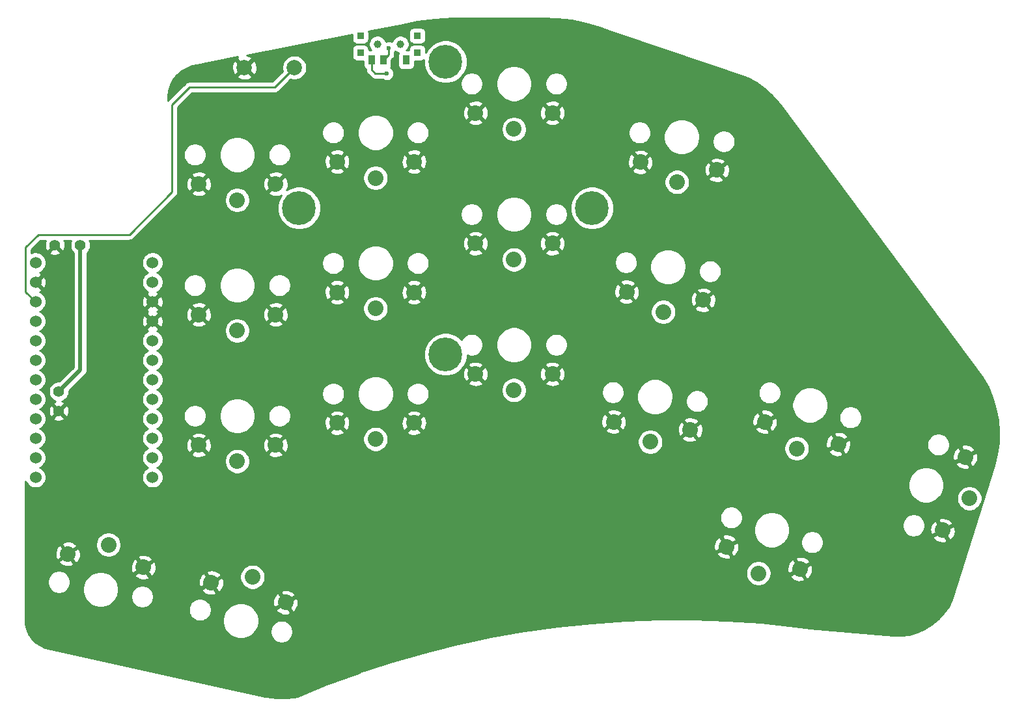
<source format=gtl>
G04 #@! TF.GenerationSoftware,KiCad,Pcbnew,5.1.10*
G04 #@! TF.CreationDate,2021-09-20T14:55:35+01:00*
G04 #@! TF.ProjectId,parergon,70617265-7267-46f6-9e2e-6b696361645f,0.1*
G04 #@! TF.SameCoordinates,Original*
G04 #@! TF.FileFunction,Copper,L1,Top*
G04 #@! TF.FilePolarity,Positive*
%FSLAX46Y46*%
G04 Gerber Fmt 4.6, Leading zero omitted, Abs format (unit mm)*
G04 Created by KiCad (PCBNEW 5.1.10) date 2021-09-20 14:55:35*
%MOMM*%
%LPD*%
G01*
G04 APERTURE LIST*
G04 #@! TA.AperFunction,ComponentPad*
%ADD10C,1.524000*%
G04 #@! TD*
G04 #@! TA.AperFunction,ComponentPad*
%ADD11C,2.032000*%
G04 #@! TD*
G04 #@! TA.AperFunction,ComponentPad*
%ADD12C,1.397000*%
G04 #@! TD*
G04 #@! TA.AperFunction,ComponentPad*
%ADD13C,4.400000*%
G04 #@! TD*
G04 #@! TA.AperFunction,SMDPad,CuDef*
%ADD14R,0.900000X1.250000*%
G04 #@! TD*
G04 #@! TA.AperFunction,SMDPad,CuDef*
%ADD15R,0.900000X0.900000*%
G04 #@! TD*
G04 #@! TA.AperFunction,WasherPad*
%ADD16C,1.000000*%
G04 #@! TD*
G04 #@! TA.AperFunction,ComponentPad*
%ADD17C,2.000000*%
G04 #@! TD*
G04 #@! TA.AperFunction,ViaPad*
%ADD18C,0.600000*%
G04 #@! TD*
G04 #@! TA.AperFunction,Conductor*
%ADD19C,0.250000*%
G04 #@! TD*
G04 #@! TA.AperFunction,Conductor*
%ADD20C,0.500000*%
G04 #@! TD*
G04 #@! TA.AperFunction,Conductor*
%ADD21C,0.254000*%
G04 #@! TD*
G04 #@! TA.AperFunction,Conductor*
%ADD22C,0.020000*%
G04 #@! TD*
G04 APERTURE END LIST*
D10*
X48251400Y-55118000D03*
X48251400Y-57658000D03*
X48251400Y-60198000D03*
X48251400Y-62738000D03*
X48251400Y-65278000D03*
X48251400Y-67818000D03*
X48251400Y-70358000D03*
X48251400Y-72898000D03*
X48251400Y-75438000D03*
X48251400Y-77978000D03*
X48251400Y-80518000D03*
X48251400Y-83058000D03*
X33031400Y-83058000D03*
X33031400Y-80518000D03*
X33031400Y-77978000D03*
X33031400Y-75438000D03*
X33031400Y-72898000D03*
X33031400Y-70358000D03*
X33031400Y-67818000D03*
X33031400Y-65278000D03*
X33031400Y-62738000D03*
X33031400Y-60198000D03*
X33031400Y-57658000D03*
X33031400Y-55118000D03*
D11*
X47077414Y-94780014D03*
X37229336Y-93043533D03*
X42518036Y-91843677D03*
X122885464Y-92088100D03*
X132448511Y-95011817D03*
X127053007Y-95558198D03*
X151016100Y-89966536D03*
X153939817Y-80403489D03*
X154486198Y-85798993D03*
X127865464Y-75832100D03*
X137428511Y-78755817D03*
X132033007Y-79302198D03*
D12*
X36068000Y-74422000D03*
X35560000Y-52832000D03*
X38862000Y-52832000D03*
X36068000Y-71882000D03*
D11*
X72260000Y-75989000D03*
X82260000Y-75989000D03*
X77260000Y-78089000D03*
X54260000Y-61864000D03*
X64260000Y-61864000D03*
X59260000Y-63964000D03*
X54260000Y-78864000D03*
X64260000Y-78864000D03*
X59260000Y-80964000D03*
X111703907Y-42015274D03*
X121649126Y-43060559D03*
X116457007Y-44626412D03*
X65543142Y-99357577D03*
X55883883Y-96769387D03*
X61257032Y-96035038D03*
X90260000Y-69614000D03*
X100260000Y-69614000D03*
X95260000Y-71714000D03*
X108229488Y-75833928D03*
X118174707Y-76879213D03*
X112982588Y-78445066D03*
X72260000Y-58984000D03*
X82260000Y-58984000D03*
X77260000Y-61084000D03*
X90260000Y-52614000D03*
X100260000Y-52614000D03*
X95260000Y-54714000D03*
X109926983Y-58922160D03*
X119872202Y-59967445D03*
X114680083Y-61533298D03*
X72260000Y-41984000D03*
X82260000Y-41984000D03*
X77260000Y-44084000D03*
X90260000Y-35624000D03*
X100260000Y-35624000D03*
X95260000Y-37724000D03*
X54260000Y-44864000D03*
X64260000Y-44864000D03*
X59260000Y-46964000D03*
D13*
X86360000Y-28956000D03*
X67310000Y-48006000D03*
X86360000Y-67056000D03*
X105410000Y-48006000D03*
D14*
X78244000Y-28745000D03*
X76744000Y-28745000D03*
X81244000Y-28745000D03*
D15*
X82694000Y-25570000D03*
X82694000Y-27770000D03*
X75294000Y-27770000D03*
X75294000Y-25570000D03*
D16*
X80494000Y-26670000D03*
X77494000Y-26670000D03*
D17*
X66698000Y-29718000D03*
X60198000Y-29718000D03*
D18*
X78994000Y-27178000D03*
X78740000Y-30480000D03*
D19*
X31750000Y-58916600D02*
X33031400Y-60198000D01*
X33382211Y-51453789D02*
X31750000Y-53086000D01*
X45237027Y-51453789D02*
X33382211Y-51453789D01*
X50800000Y-45890816D02*
X45237027Y-51453789D01*
X50800000Y-34544000D02*
X50800000Y-45890816D01*
X53086000Y-32258000D02*
X50800000Y-34544000D01*
X31750000Y-53086000D02*
X31750000Y-58916600D01*
X64158000Y-32258000D02*
X53086000Y-32258000D01*
X66698000Y-29718000D02*
X64158000Y-32258000D01*
X78994000Y-27995000D02*
X78244000Y-28745000D01*
X78994000Y-27178000D02*
X78994000Y-27995000D01*
D20*
X38862000Y-69088000D02*
X36068000Y-71882000D01*
X38862000Y-52832000D02*
X38862000Y-69088000D01*
D19*
X76744000Y-28745000D02*
X76744000Y-30008000D01*
X77216000Y-30480000D02*
X78740000Y-30480000D01*
X76744000Y-30008000D02*
X77216000Y-30480000D01*
D21*
X99048159Y-23315972D02*
X100922172Y-23373667D01*
X102765178Y-23585717D01*
X104583963Y-23951240D01*
X106369037Y-24468616D01*
X107709666Y-24967715D01*
X107719437Y-24972130D01*
X124470644Y-30639200D01*
X125666412Y-31107438D01*
X126777427Y-31700273D01*
X127811690Y-32418684D01*
X128755073Y-33252857D01*
X129601581Y-34199102D01*
X129986979Y-34714635D01*
X156216305Y-70010227D01*
X156913576Y-71312886D01*
X157479282Y-72695057D01*
X157899910Y-74128042D01*
X158171012Y-75596683D01*
X158289713Y-77085419D01*
X158254756Y-78578453D01*
X158066508Y-80059995D01*
X157724348Y-81525553D01*
X157560197Y-82056235D01*
X152231555Y-98950645D01*
X151747334Y-99892248D01*
X151132975Y-100769166D01*
X150405294Y-101554589D01*
X149577752Y-102233985D01*
X148665653Y-102794792D01*
X147685894Y-103226617D01*
X146656587Y-103521483D01*
X145595896Y-103674055D01*
X144555144Y-103683699D01*
X133768241Y-102696356D01*
X131790793Y-102439136D01*
X131781829Y-102438129D01*
X131772851Y-102437034D01*
X127411506Y-101982221D01*
X127399161Y-101981152D01*
X127386816Y-101980081D01*
X123012255Y-101677755D01*
X122988782Y-101676545D01*
X122987506Y-101676479D01*
X118605059Y-101527006D01*
X118580279Y-101526593D01*
X114195285Y-101530157D01*
X114170506Y-101530610D01*
X114170504Y-101530610D01*
X109788309Y-101687206D01*
X109763562Y-101688523D01*
X105389497Y-101997960D01*
X105364811Y-102000140D01*
X101004211Y-102462041D01*
X101001171Y-102462417D01*
X100979616Y-102465081D01*
X96637792Y-103078883D01*
X96613317Y-103082780D01*
X92295561Y-103847736D01*
X92271237Y-103852484D01*
X87982806Y-104767662D01*
X87958663Y-104773257D01*
X87958650Y-104773261D01*
X83704785Y-105837541D01*
X83680852Y-105843974D01*
X79466708Y-107056068D01*
X79451229Y-107060815D01*
X79443015Y-107063333D01*
X75273738Y-108421760D01*
X75250312Y-108429848D01*
X75250294Y-108429855D01*
X71130985Y-109932953D01*
X71107855Y-109941853D01*
X71107835Y-109941861D01*
X67092695Y-111567880D01*
X66696765Y-111662897D01*
X65490796Y-111793668D01*
X64275970Y-111776468D01*
X63054061Y-111608843D01*
X62887571Y-111573923D01*
X34264852Y-105241463D01*
X33635870Y-104949466D01*
X33060802Y-104540748D01*
X32569851Y-104034080D01*
X32179449Y-103446421D01*
X31902679Y-102797463D01*
X31746795Y-102099935D01*
X31714211Y-101578286D01*
X31715764Y-100164147D01*
X52931508Y-100164147D01*
X52931508Y-100456843D01*
X52988610Y-100743916D01*
X53100620Y-101014333D01*
X53263234Y-101257701D01*
X53470202Y-101464669D01*
X53713570Y-101627283D01*
X53983987Y-101739293D01*
X54271060Y-101796395D01*
X54563756Y-101796395D01*
X54850829Y-101739293D01*
X55121246Y-101627283D01*
X55307855Y-101502594D01*
X57380500Y-101502594D01*
X57380500Y-101965406D01*
X57470790Y-102419324D01*
X57647900Y-102846905D01*
X57905024Y-103231719D01*
X58232281Y-103558976D01*
X58617095Y-103816100D01*
X59044676Y-103993210D01*
X59498594Y-104083500D01*
X59961406Y-104083500D01*
X60415324Y-103993210D01*
X60842905Y-103816100D01*
X61227719Y-103558976D01*
X61554976Y-103231719D01*
X61702350Y-103011157D01*
X63556692Y-103011157D01*
X63556692Y-103303853D01*
X63613794Y-103590926D01*
X63725804Y-103861343D01*
X63888418Y-104104711D01*
X64095386Y-104311679D01*
X64338754Y-104474293D01*
X64609171Y-104586303D01*
X64896244Y-104643405D01*
X65188940Y-104643405D01*
X65476013Y-104586303D01*
X65746430Y-104474293D01*
X65989798Y-104311679D01*
X66196766Y-104104711D01*
X66359380Y-103861343D01*
X66471390Y-103590926D01*
X66528492Y-103303853D01*
X66528492Y-103011157D01*
X66471390Y-102724084D01*
X66359380Y-102453667D01*
X66196766Y-102210299D01*
X65989798Y-102003331D01*
X65746430Y-101840717D01*
X65476013Y-101728707D01*
X65188940Y-101671605D01*
X64896244Y-101671605D01*
X64609171Y-101728707D01*
X64338754Y-101840717D01*
X64095386Y-102003331D01*
X63888418Y-102210299D01*
X63725804Y-102453667D01*
X63613794Y-102724084D01*
X63556692Y-103011157D01*
X61702350Y-103011157D01*
X61812100Y-102846905D01*
X61989210Y-102419324D01*
X62079500Y-101965406D01*
X62079500Y-101502594D01*
X61989210Y-101048676D01*
X61812100Y-100621095D01*
X61554976Y-100236281D01*
X61533684Y-100214989D01*
X64312061Y-100214989D01*
X64337573Y-100497246D01*
X64583077Y-100710543D01*
X64865474Y-100871846D01*
X65173914Y-100974956D01*
X65496544Y-101015911D01*
X65820964Y-100993137D01*
X66017361Y-100947344D01*
X66180583Y-100715658D01*
X65496657Y-99531062D01*
X64312061Y-100214989D01*
X61533684Y-100214989D01*
X61227719Y-99909024D01*
X60842905Y-99651900D01*
X60415324Y-99474790D01*
X59961406Y-99384500D01*
X59498594Y-99384500D01*
X59044676Y-99474790D01*
X58617095Y-99651900D01*
X58232281Y-99909024D01*
X57905024Y-100236281D01*
X57647900Y-100621095D01*
X57470790Y-101048676D01*
X57380500Y-101502594D01*
X55307855Y-101502594D01*
X55364614Y-101464669D01*
X55571582Y-101257701D01*
X55734196Y-101014333D01*
X55846206Y-100743916D01*
X55903308Y-100456843D01*
X55903308Y-100164147D01*
X55846206Y-99877074D01*
X55734196Y-99606657D01*
X55571582Y-99363289D01*
X55519272Y-99310979D01*
X63884808Y-99310979D01*
X63907582Y-99635399D01*
X63953375Y-99831796D01*
X64185061Y-99995018D01*
X65208628Y-99404062D01*
X65716627Y-99404062D01*
X66400554Y-100588658D01*
X66682811Y-100563146D01*
X66896108Y-100317642D01*
X67057411Y-100035245D01*
X67160521Y-99726805D01*
X67201476Y-99404175D01*
X67178702Y-99079755D01*
X67132909Y-98883358D01*
X66901223Y-98720136D01*
X65716627Y-99404062D01*
X65208628Y-99404062D01*
X65369657Y-99311092D01*
X64685730Y-98126496D01*
X64403473Y-98152008D01*
X64190176Y-98397512D01*
X64028873Y-98679909D01*
X63925763Y-98988349D01*
X63884808Y-99310979D01*
X55519272Y-99310979D01*
X55364614Y-99156321D01*
X55121246Y-98993707D01*
X54850829Y-98881697D01*
X54563756Y-98824595D01*
X54271060Y-98824595D01*
X53983987Y-98881697D01*
X53713570Y-98993707D01*
X53470202Y-99156321D01*
X53263234Y-99363289D01*
X53100620Y-99606657D01*
X52988610Y-99877074D01*
X52931508Y-100164147D01*
X31715764Y-100164147D01*
X31719731Y-96552630D01*
X34591169Y-96552630D01*
X34591169Y-96845326D01*
X34648271Y-97132399D01*
X34760281Y-97402816D01*
X34922895Y-97646184D01*
X35129863Y-97853152D01*
X35373231Y-98015766D01*
X35643648Y-98127776D01*
X35930721Y-98184878D01*
X36223417Y-98184878D01*
X36510490Y-98127776D01*
X36780907Y-98015766D01*
X37024275Y-97853152D01*
X37231243Y-97646184D01*
X37380612Y-97422637D01*
X39144012Y-97422637D01*
X39144012Y-97885449D01*
X39234302Y-98339367D01*
X39411412Y-98766948D01*
X39668536Y-99151762D01*
X39995793Y-99479019D01*
X40380607Y-99736143D01*
X40808188Y-99913253D01*
X41262106Y-100003543D01*
X41724918Y-100003543D01*
X42178836Y-99913253D01*
X42606417Y-99736143D01*
X42991231Y-99479019D01*
X43318488Y-99151762D01*
X43575612Y-98766948D01*
X43701610Y-98462760D01*
X45424055Y-98462760D01*
X45424055Y-98755456D01*
X45481157Y-99042529D01*
X45593167Y-99312946D01*
X45755781Y-99556314D01*
X45962749Y-99763282D01*
X46206117Y-99925896D01*
X46476534Y-100037906D01*
X46763607Y-100095008D01*
X47056303Y-100095008D01*
X47343376Y-100037906D01*
X47613793Y-99925896D01*
X47857161Y-99763282D01*
X48064129Y-99556314D01*
X48226743Y-99312946D01*
X48338753Y-99042529D01*
X48395855Y-98755456D01*
X48395855Y-98462760D01*
X48338753Y-98175687D01*
X48226743Y-97905270D01*
X48064129Y-97661902D01*
X48029026Y-97626799D01*
X54652802Y-97626799D01*
X54678314Y-97909056D01*
X54923818Y-98122353D01*
X55206215Y-98283656D01*
X55514655Y-98386766D01*
X55837285Y-98427721D01*
X56161705Y-98404947D01*
X56358102Y-98359154D01*
X56521324Y-98127468D01*
X55837398Y-96942872D01*
X54652802Y-97626799D01*
X48029026Y-97626799D01*
X47857161Y-97454934D01*
X47613793Y-97292320D01*
X47343376Y-97180310D01*
X47056303Y-97123208D01*
X46763607Y-97123208D01*
X46476534Y-97180310D01*
X46206117Y-97292320D01*
X45962749Y-97454934D01*
X45755781Y-97661902D01*
X45593167Y-97905270D01*
X45481157Y-98175687D01*
X45424055Y-98462760D01*
X43701610Y-98462760D01*
X43752722Y-98339367D01*
X43843012Y-97885449D01*
X43843012Y-97422637D01*
X43752722Y-96968719D01*
X43650855Y-96722789D01*
X54225549Y-96722789D01*
X54248323Y-97047209D01*
X54294116Y-97243606D01*
X54525802Y-97406828D01*
X55549369Y-96815872D01*
X56057368Y-96815872D01*
X56741295Y-98000468D01*
X56752048Y-97999496D01*
X64905701Y-97999496D01*
X65589627Y-99184092D01*
X66774223Y-98500165D01*
X66748711Y-98217908D01*
X66503207Y-98004611D01*
X66220810Y-97843308D01*
X65912370Y-97740198D01*
X65589740Y-97699243D01*
X65265320Y-97722017D01*
X65068923Y-97767810D01*
X64905701Y-97999496D01*
X56752048Y-97999496D01*
X57023552Y-97974956D01*
X57236849Y-97729452D01*
X57398152Y-97447055D01*
X57501262Y-97138615D01*
X57542217Y-96815985D01*
X57519443Y-96491565D01*
X57473650Y-96295168D01*
X57241964Y-96131946D01*
X56057368Y-96815872D01*
X55549369Y-96815872D01*
X55710398Y-96722902D01*
X55026471Y-95538306D01*
X54744214Y-95563818D01*
X54530917Y-95809322D01*
X54369614Y-96091719D01*
X54266504Y-96400159D01*
X54225549Y-96722789D01*
X43650855Y-96722789D01*
X43575612Y-96541138D01*
X43318488Y-96156324D01*
X42991231Y-95829067D01*
X42860117Y-95741459D01*
X45925746Y-95741459D01*
X45975761Y-96020419D01*
X46238921Y-96211507D01*
X46534302Y-96347583D01*
X46850555Y-96423418D01*
X47175526Y-96436098D01*
X47496728Y-96385137D01*
X47688386Y-96322401D01*
X47830794Y-96077370D01*
X47046226Y-94956891D01*
X45925746Y-95741459D01*
X42860117Y-95741459D01*
X42606417Y-95571943D01*
X42178836Y-95394833D01*
X41724918Y-95304543D01*
X41262106Y-95304543D01*
X40808188Y-95394833D01*
X40380607Y-95571943D01*
X39995793Y-95829067D01*
X39668536Y-96156324D01*
X39411412Y-96541138D01*
X39234302Y-96968719D01*
X39144012Y-97422637D01*
X37380612Y-97422637D01*
X37393857Y-97402816D01*
X37505867Y-97132399D01*
X37562969Y-96845326D01*
X37562969Y-96552630D01*
X37505867Y-96265557D01*
X37393857Y-95995140D01*
X37231243Y-95751772D01*
X37024275Y-95544804D01*
X36780907Y-95382190D01*
X36510490Y-95270180D01*
X36223417Y-95213078D01*
X35930721Y-95213078D01*
X35643648Y-95270180D01*
X35373231Y-95382190D01*
X35129863Y-95544804D01*
X34922895Y-95751772D01*
X34760281Y-95995140D01*
X34648271Y-96265557D01*
X34591169Y-96552630D01*
X31719731Y-96552630D01*
X31721570Y-94878126D01*
X45421330Y-94878126D01*
X45472291Y-95199328D01*
X45535027Y-95390986D01*
X45780058Y-95533394D01*
X46811454Y-94811202D01*
X47254291Y-94811202D01*
X48038859Y-95931682D01*
X48317819Y-95881667D01*
X48508907Y-95618507D01*
X48604360Y-95411306D01*
X55246442Y-95411306D01*
X55930368Y-96595902D01*
X57114964Y-95911975D01*
X57111390Y-95872429D01*
X59606032Y-95872429D01*
X59606032Y-96197647D01*
X59669479Y-96516617D01*
X59793935Y-96817080D01*
X59974617Y-97087489D01*
X60204581Y-97317453D01*
X60474990Y-97498135D01*
X60775453Y-97622591D01*
X61094423Y-97686038D01*
X61419641Y-97686038D01*
X61738611Y-97622591D01*
X62039074Y-97498135D01*
X62309483Y-97317453D01*
X62539447Y-97087489D01*
X62720129Y-96817080D01*
X62844585Y-96516617D01*
X62908032Y-96197647D01*
X62908032Y-95872429D01*
X62844585Y-95553459D01*
X62779194Y-95395589D01*
X125402007Y-95395589D01*
X125402007Y-95720807D01*
X125465454Y-96039777D01*
X125589910Y-96340240D01*
X125770592Y-96610649D01*
X126000556Y-96840613D01*
X126270965Y-97021295D01*
X126571428Y-97145751D01*
X126890398Y-97209198D01*
X127215616Y-97209198D01*
X127534586Y-97145751D01*
X127835049Y-97021295D01*
X128105458Y-96840613D01*
X128335422Y-96610649D01*
X128516104Y-96340240D01*
X128640560Y-96039777D01*
X128683134Y-95825742D01*
X131188257Y-95825742D01*
X131203903Y-96108718D01*
X131441813Y-96330453D01*
X131718409Y-96501513D01*
X132023062Y-96615324D01*
X132344066Y-96667514D01*
X132669084Y-96656077D01*
X132866959Y-96617166D01*
X133038168Y-96391317D01*
X132396000Y-95183574D01*
X131188257Y-95825742D01*
X128683134Y-95825742D01*
X128704007Y-95720807D01*
X128704007Y-95395589D01*
X128640560Y-95076619D01*
X128570456Y-94907372D01*
X130792814Y-94907372D01*
X130804251Y-95232390D01*
X130843162Y-95430265D01*
X131069011Y-95601474D01*
X132079236Y-95064328D01*
X132620268Y-95064328D01*
X133262436Y-96272071D01*
X133545412Y-96256425D01*
X133767147Y-96018515D01*
X133938207Y-95741919D01*
X134052018Y-95437266D01*
X134104208Y-95116262D01*
X134092771Y-94791244D01*
X134053860Y-94593369D01*
X133828011Y-94422160D01*
X132620268Y-95064328D01*
X132079236Y-95064328D01*
X132276754Y-94959306D01*
X131634586Y-93751563D01*
X131351610Y-93767209D01*
X131129875Y-94005119D01*
X130958815Y-94281715D01*
X130845004Y-94586368D01*
X130792814Y-94907372D01*
X128570456Y-94907372D01*
X128516104Y-94776156D01*
X128335422Y-94505747D01*
X128105458Y-94275783D01*
X127835049Y-94095101D01*
X127534586Y-93970645D01*
X127215616Y-93907198D01*
X126890398Y-93907198D01*
X126571428Y-93970645D01*
X126270965Y-94095101D01*
X126000556Y-94275783D01*
X125770592Y-94505747D01*
X125589910Y-94776156D01*
X125465454Y-95076619D01*
X125402007Y-95395589D01*
X62779194Y-95395589D01*
X62720129Y-95252996D01*
X62539447Y-94982587D01*
X62309483Y-94752623D01*
X62039074Y-94571941D01*
X61738611Y-94447485D01*
X61419641Y-94384038D01*
X61094423Y-94384038D01*
X60775453Y-94447485D01*
X60474990Y-94571941D01*
X60204581Y-94752623D01*
X59974617Y-94982587D01*
X59793935Y-95252996D01*
X59669479Y-95553459D01*
X59606032Y-95872429D01*
X57111390Y-95872429D01*
X57089452Y-95629718D01*
X56843948Y-95416421D01*
X56561551Y-95255118D01*
X56253111Y-95152008D01*
X55930481Y-95111053D01*
X55606061Y-95133827D01*
X55409664Y-95179620D01*
X55246442Y-95411306D01*
X48604360Y-95411306D01*
X48644983Y-95323126D01*
X48720818Y-95006873D01*
X48733498Y-94681902D01*
X48682537Y-94360700D01*
X48619801Y-94169042D01*
X48374770Y-94026634D01*
X47254291Y-94811202D01*
X46811454Y-94811202D01*
X46900537Y-94748826D01*
X46115969Y-93628346D01*
X45837009Y-93678361D01*
X45645921Y-93941521D01*
X45509845Y-94236902D01*
X45434010Y-94553155D01*
X45421330Y-94878126D01*
X31721570Y-94878126D01*
X31722529Y-94004978D01*
X36077668Y-94004978D01*
X36127683Y-94283938D01*
X36390843Y-94475026D01*
X36686224Y-94611102D01*
X37002477Y-94686937D01*
X37327448Y-94699617D01*
X37648650Y-94648656D01*
X37840308Y-94585920D01*
X37982716Y-94340889D01*
X37198148Y-93220410D01*
X36077668Y-94004978D01*
X31722529Y-94004978D01*
X31723478Y-93141645D01*
X35573252Y-93141645D01*
X35624213Y-93462847D01*
X35686949Y-93654505D01*
X35931980Y-93796913D01*
X36963376Y-93074721D01*
X37406213Y-93074721D01*
X38190781Y-94195201D01*
X38469741Y-94145186D01*
X38660829Y-93882026D01*
X38796905Y-93586645D01*
X38872740Y-93270392D01*
X38885420Y-92945421D01*
X38834459Y-92624219D01*
X38771723Y-92432561D01*
X38526692Y-92290153D01*
X37406213Y-93074721D01*
X36963376Y-93074721D01*
X37052459Y-93012345D01*
X36267891Y-91891865D01*
X35988931Y-91941880D01*
X35797843Y-92205040D01*
X35661767Y-92500421D01*
X35585932Y-92816674D01*
X35573252Y-93141645D01*
X31723478Y-93141645D01*
X31725011Y-91746177D01*
X36475956Y-91746177D01*
X37260524Y-92866656D01*
X38381004Y-92082088D01*
X38330989Y-91803128D01*
X38162893Y-91681068D01*
X40867036Y-91681068D01*
X40867036Y-92006286D01*
X40930483Y-92325256D01*
X41054939Y-92625719D01*
X41235621Y-92896128D01*
X41465585Y-93126092D01*
X41735994Y-93306774D01*
X42036457Y-93431230D01*
X42355427Y-93494677D01*
X42680645Y-93494677D01*
X42741068Y-93482658D01*
X46324034Y-93482658D01*
X47108602Y-94603137D01*
X48229082Y-93818569D01*
X48179067Y-93539609D01*
X47915907Y-93348521D01*
X47620526Y-93212445D01*
X47304273Y-93136610D01*
X46979302Y-93123930D01*
X46658100Y-93174891D01*
X46466442Y-93237627D01*
X46324034Y-93482658D01*
X42741068Y-93482658D01*
X42999615Y-93431230D01*
X43300078Y-93306774D01*
X43570487Y-93126092D01*
X43794554Y-92902025D01*
X121625210Y-92902025D01*
X121640856Y-93185001D01*
X121878766Y-93406736D01*
X122155362Y-93577796D01*
X122460015Y-93691607D01*
X122781019Y-93743797D01*
X123106037Y-93732360D01*
X123303912Y-93693449D01*
X123350254Y-93632317D01*
X131858854Y-93632317D01*
X132501022Y-94840060D01*
X133708765Y-94197892D01*
X133693119Y-93914916D01*
X133455209Y-93693181D01*
X133178613Y-93522121D01*
X132873960Y-93408310D01*
X132552956Y-93356120D01*
X132227938Y-93367557D01*
X132030063Y-93406468D01*
X131858854Y-93632317D01*
X123350254Y-93632317D01*
X123475121Y-93467600D01*
X122832953Y-92259857D01*
X121625210Y-92902025D01*
X43794554Y-92902025D01*
X43800451Y-92896128D01*
X43981133Y-92625719D01*
X44105589Y-92325256D01*
X44169036Y-92006286D01*
X44169036Y-91983655D01*
X121229767Y-91983655D01*
X121241204Y-92308673D01*
X121280115Y-92506548D01*
X121505964Y-92677757D01*
X122516189Y-92140611D01*
X123057221Y-92140611D01*
X123699389Y-93348354D01*
X123982365Y-93332708D01*
X124204100Y-93094798D01*
X124375160Y-92818202D01*
X124488971Y-92513549D01*
X124541161Y-92192545D01*
X124529724Y-91867527D01*
X124490813Y-91669652D01*
X124264964Y-91498443D01*
X123057221Y-92140611D01*
X122516189Y-92140611D01*
X122713707Y-92035589D01*
X122071539Y-90827846D01*
X121788563Y-90843492D01*
X121566828Y-91081402D01*
X121395768Y-91357998D01*
X121281957Y-91662651D01*
X121229767Y-91983655D01*
X44169036Y-91983655D01*
X44169036Y-91681068D01*
X44105589Y-91362098D01*
X43981133Y-91061635D01*
X43800451Y-90791226D01*
X43717825Y-90708600D01*
X122295807Y-90708600D01*
X122937975Y-91916343D01*
X124145718Y-91274175D01*
X124130072Y-90991199D01*
X123892162Y-90769464D01*
X123615566Y-90598404D01*
X123310913Y-90484593D01*
X122989909Y-90432403D01*
X122664891Y-90443840D01*
X122467016Y-90482751D01*
X122295807Y-90708600D01*
X43717825Y-90708600D01*
X43570487Y-90561262D01*
X43300078Y-90380580D01*
X42999615Y-90256124D01*
X42680645Y-90192677D01*
X42355427Y-90192677D01*
X42036457Y-90256124D01*
X41735994Y-90380580D01*
X41465585Y-90561262D01*
X41235621Y-90791226D01*
X41054939Y-91061635D01*
X40930483Y-91362098D01*
X40867036Y-91681068D01*
X38162893Y-91681068D01*
X38067829Y-91612040D01*
X37772448Y-91475964D01*
X37456195Y-91400129D01*
X37131224Y-91387449D01*
X36810022Y-91438410D01*
X36618364Y-91501146D01*
X36475956Y-91746177D01*
X31725011Y-91746177D01*
X31728949Y-88161608D01*
X122032424Y-88161608D01*
X122032424Y-88454304D01*
X122089526Y-88741377D01*
X122201536Y-89011794D01*
X122364150Y-89255162D01*
X122571118Y-89462130D01*
X122814486Y-89624744D01*
X123084903Y-89736754D01*
X123371976Y-89793856D01*
X123664672Y-89793856D01*
X123951745Y-89736754D01*
X124077670Y-89684594D01*
X126428500Y-89684594D01*
X126428500Y-90147406D01*
X126518790Y-90601324D01*
X126695900Y-91028905D01*
X126953024Y-91413719D01*
X127280281Y-91740976D01*
X127665095Y-91998100D01*
X128092676Y-92175210D01*
X128546594Y-92265500D01*
X129009406Y-92265500D01*
X129463324Y-92175210D01*
X129890905Y-91998100D01*
X130275719Y-91740976D01*
X130602976Y-91413719D01*
X130627045Y-91377696D01*
X132551776Y-91377696D01*
X132551776Y-91670392D01*
X132608878Y-91957465D01*
X132720888Y-92227882D01*
X132883502Y-92471250D01*
X133090470Y-92678218D01*
X133333838Y-92840832D01*
X133604255Y-92952842D01*
X133891328Y-93009944D01*
X134184024Y-93009944D01*
X134471097Y-92952842D01*
X134741514Y-92840832D01*
X134984882Y-92678218D01*
X135191850Y-92471250D01*
X135354464Y-92227882D01*
X135466474Y-91957465D01*
X135523576Y-91670392D01*
X135523576Y-91377696D01*
X135466474Y-91090623D01*
X135354464Y-90820206D01*
X135191850Y-90576838D01*
X134984882Y-90369870D01*
X134741514Y-90207256D01*
X134471097Y-90095246D01*
X134184024Y-90038144D01*
X133891328Y-90038144D01*
X133604255Y-90095246D01*
X133333838Y-90207256D01*
X133090470Y-90369870D01*
X132883502Y-90576838D01*
X132720888Y-90820206D01*
X132608878Y-91090623D01*
X132551776Y-91377696D01*
X130627045Y-91377696D01*
X130860100Y-91028905D01*
X131037210Y-90601324D01*
X131127500Y-90147406D01*
X131127500Y-89684594D01*
X131037210Y-89230676D01*
X131019255Y-89187328D01*
X145750056Y-89187328D01*
X145750056Y-89480024D01*
X145807158Y-89767097D01*
X145919168Y-90037514D01*
X146081782Y-90280882D01*
X146288750Y-90487850D01*
X146532118Y-90650464D01*
X146802535Y-90762474D01*
X147089608Y-90819576D01*
X147382304Y-90819576D01*
X147578949Y-90780461D01*
X149755846Y-90780461D01*
X149771492Y-91063437D01*
X150009402Y-91285172D01*
X150285998Y-91456232D01*
X150590651Y-91570043D01*
X150911655Y-91622233D01*
X151236673Y-91610796D01*
X151434548Y-91571885D01*
X151605757Y-91346036D01*
X150963589Y-90138293D01*
X149755846Y-90780461D01*
X147578949Y-90780461D01*
X147669377Y-90762474D01*
X147939794Y-90650464D01*
X148183162Y-90487850D01*
X148390130Y-90280882D01*
X148552744Y-90037514D01*
X148625406Y-89862091D01*
X149360403Y-89862091D01*
X149371840Y-90187109D01*
X149410751Y-90384984D01*
X149636600Y-90556193D01*
X150646825Y-90019047D01*
X151187857Y-90019047D01*
X151830025Y-91226790D01*
X152113001Y-91211144D01*
X152334736Y-90973234D01*
X152505796Y-90696638D01*
X152619607Y-90391985D01*
X152671797Y-90070981D01*
X152660360Y-89745963D01*
X152621449Y-89548088D01*
X152395600Y-89376879D01*
X151187857Y-90019047D01*
X150646825Y-90019047D01*
X150844343Y-89914025D01*
X150202175Y-88706282D01*
X149919199Y-88721928D01*
X149697464Y-88959838D01*
X149526404Y-89236434D01*
X149412593Y-89541087D01*
X149360403Y-89862091D01*
X148625406Y-89862091D01*
X148664754Y-89767097D01*
X148721856Y-89480024D01*
X148721856Y-89187328D01*
X148664754Y-88900255D01*
X148552744Y-88629838D01*
X148524145Y-88587036D01*
X150426443Y-88587036D01*
X151068611Y-89794779D01*
X152276354Y-89152611D01*
X152260708Y-88869635D01*
X152022798Y-88647900D01*
X151746202Y-88476840D01*
X151441549Y-88363029D01*
X151120545Y-88310839D01*
X150795527Y-88322276D01*
X150597652Y-88361187D01*
X150426443Y-88587036D01*
X148524145Y-88587036D01*
X148390130Y-88386470D01*
X148183162Y-88179502D01*
X147939794Y-88016888D01*
X147669377Y-87904878D01*
X147382304Y-87847776D01*
X147089608Y-87847776D01*
X146802535Y-87904878D01*
X146532118Y-88016888D01*
X146288750Y-88179502D01*
X146081782Y-88386470D01*
X145919168Y-88629838D01*
X145807158Y-88900255D01*
X145750056Y-89187328D01*
X131019255Y-89187328D01*
X130860100Y-88803095D01*
X130602976Y-88418281D01*
X130275719Y-88091024D01*
X129890905Y-87833900D01*
X129463324Y-87656790D01*
X129009406Y-87566500D01*
X128546594Y-87566500D01*
X128092676Y-87656790D01*
X127665095Y-87833900D01*
X127280281Y-88091024D01*
X126953024Y-88418281D01*
X126695900Y-88803095D01*
X126518790Y-89230676D01*
X126428500Y-89684594D01*
X124077670Y-89684594D01*
X124222162Y-89624744D01*
X124465530Y-89462130D01*
X124672498Y-89255162D01*
X124835112Y-89011794D01*
X124947122Y-88741377D01*
X125004224Y-88454304D01*
X125004224Y-88161608D01*
X124947122Y-87874535D01*
X124835112Y-87604118D01*
X124672498Y-87360750D01*
X124465530Y-87153782D01*
X124222162Y-86991168D01*
X123951745Y-86879158D01*
X123664672Y-86822056D01*
X123371976Y-86822056D01*
X123084903Y-86879158D01*
X122814486Y-86991168D01*
X122571118Y-87153782D01*
X122364150Y-87360750D01*
X122201536Y-87604118D01*
X122089526Y-87874535D01*
X122032424Y-88161608D01*
X31728949Y-88161608D01*
X31733987Y-83576305D01*
X31793395Y-83719727D01*
X31946280Y-83948535D01*
X32140865Y-84143120D01*
X32369673Y-84296005D01*
X32623910Y-84401314D01*
X32893808Y-84455000D01*
X33168992Y-84455000D01*
X33438890Y-84401314D01*
X33693127Y-84296005D01*
X33921935Y-84143120D01*
X34116520Y-83948535D01*
X34269405Y-83719727D01*
X34374714Y-83465490D01*
X34428400Y-83195592D01*
X34428400Y-82920408D01*
X34374714Y-82650510D01*
X34269405Y-82396273D01*
X34116520Y-82167465D01*
X33921935Y-81972880D01*
X33693127Y-81819995D01*
X33615885Y-81788000D01*
X33693127Y-81756005D01*
X33921935Y-81603120D01*
X34116520Y-81408535D01*
X34269405Y-81179727D01*
X34374714Y-80925490D01*
X34428400Y-80655592D01*
X34428400Y-80380408D01*
X34374714Y-80110510D01*
X34269405Y-79856273D01*
X34116520Y-79627465D01*
X33921935Y-79432880D01*
X33693127Y-79279995D01*
X33615885Y-79248000D01*
X33693127Y-79216005D01*
X33921935Y-79063120D01*
X34116520Y-78868535D01*
X34269405Y-78639727D01*
X34374714Y-78385490D01*
X34428400Y-78115592D01*
X34428400Y-77840408D01*
X34374714Y-77570510D01*
X34269405Y-77316273D01*
X34116520Y-77087465D01*
X33921935Y-76892880D01*
X33693127Y-76739995D01*
X33615885Y-76708000D01*
X33693127Y-76676005D01*
X33921935Y-76523120D01*
X34116520Y-76328535D01*
X34269405Y-76099727D01*
X34374714Y-75845490D01*
X34428400Y-75575592D01*
X34428400Y-75342197D01*
X35327408Y-75342197D01*
X35386686Y-75575812D01*
X35624875Y-75686559D01*
X35880093Y-75748711D01*
X36142533Y-75759876D01*
X36402107Y-75719629D01*
X36648842Y-75629514D01*
X36749314Y-75575812D01*
X36808592Y-75342197D01*
X36068000Y-74601605D01*
X35327408Y-75342197D01*
X34428400Y-75342197D01*
X34428400Y-75300408D01*
X34374714Y-75030510D01*
X34269405Y-74776273D01*
X34116520Y-74547465D01*
X34065588Y-74496533D01*
X34730124Y-74496533D01*
X34770371Y-74756107D01*
X34860486Y-75002842D01*
X34914188Y-75103314D01*
X35147803Y-75162592D01*
X35888395Y-74422000D01*
X36247605Y-74422000D01*
X36988197Y-75162592D01*
X37221812Y-75103314D01*
X37332559Y-74865125D01*
X37394711Y-74609907D01*
X37405876Y-74347467D01*
X37365629Y-74087893D01*
X37275514Y-73841158D01*
X37221812Y-73740686D01*
X36988197Y-73681408D01*
X36247605Y-74422000D01*
X35888395Y-74422000D01*
X35147803Y-73681408D01*
X34914188Y-73740686D01*
X34803441Y-73978875D01*
X34741289Y-74234093D01*
X34730124Y-74496533D01*
X34065588Y-74496533D01*
X33921935Y-74352880D01*
X33693127Y-74199995D01*
X33615885Y-74168000D01*
X33693127Y-74136005D01*
X33921935Y-73983120D01*
X34116520Y-73788535D01*
X34269405Y-73559727D01*
X34374714Y-73305490D01*
X34428400Y-73035592D01*
X34428400Y-72760408D01*
X34374714Y-72490510D01*
X34269405Y-72236273D01*
X34116520Y-72007465D01*
X33921935Y-71812880D01*
X33693127Y-71659995D01*
X33615885Y-71628000D01*
X33693127Y-71596005D01*
X33921935Y-71443120D01*
X34116520Y-71248535D01*
X34269405Y-71019727D01*
X34374714Y-70765490D01*
X34428400Y-70495592D01*
X34428400Y-70220408D01*
X34374714Y-69950510D01*
X34269405Y-69696273D01*
X34116520Y-69467465D01*
X33921935Y-69272880D01*
X33693127Y-69119995D01*
X33615885Y-69088000D01*
X33693127Y-69056005D01*
X33921935Y-68903120D01*
X34116520Y-68708535D01*
X34269405Y-68479727D01*
X34374714Y-68225490D01*
X34428400Y-67955592D01*
X34428400Y-67680408D01*
X34374714Y-67410510D01*
X34269405Y-67156273D01*
X34116520Y-66927465D01*
X33921935Y-66732880D01*
X33693127Y-66579995D01*
X33615885Y-66548000D01*
X33693127Y-66516005D01*
X33921935Y-66363120D01*
X34116520Y-66168535D01*
X34269405Y-65939727D01*
X34374714Y-65685490D01*
X34428400Y-65415592D01*
X34428400Y-65140408D01*
X34374714Y-64870510D01*
X34269405Y-64616273D01*
X34116520Y-64387465D01*
X33921935Y-64192880D01*
X33693127Y-64039995D01*
X33615885Y-64008000D01*
X33693127Y-63976005D01*
X33921935Y-63823120D01*
X34116520Y-63628535D01*
X34269405Y-63399727D01*
X34374714Y-63145490D01*
X34428400Y-62875592D01*
X34428400Y-62600408D01*
X34374714Y-62330510D01*
X34269405Y-62076273D01*
X34116520Y-61847465D01*
X33921935Y-61652880D01*
X33693127Y-61499995D01*
X33615885Y-61468000D01*
X33693127Y-61436005D01*
X33921935Y-61283120D01*
X34116520Y-61088535D01*
X34269405Y-60859727D01*
X34374714Y-60605490D01*
X34428400Y-60335592D01*
X34428400Y-60060408D01*
X34374714Y-59790510D01*
X34269405Y-59536273D01*
X34116520Y-59307465D01*
X33921935Y-59112880D01*
X33693127Y-58959995D01*
X33621457Y-58930308D01*
X33634423Y-58925636D01*
X33750380Y-58863656D01*
X33817360Y-58623565D01*
X33031400Y-57837605D01*
X33017258Y-57851748D01*
X32837653Y-57672143D01*
X32851795Y-57658000D01*
X33211005Y-57658000D01*
X33996965Y-58443960D01*
X34237056Y-58376980D01*
X34354156Y-58127952D01*
X34420423Y-57860865D01*
X34433310Y-57585983D01*
X34392322Y-57313867D01*
X34299036Y-57054977D01*
X34237056Y-56939020D01*
X33996965Y-56872040D01*
X33211005Y-57658000D01*
X32851795Y-57658000D01*
X32837653Y-57643858D01*
X33017258Y-57464253D01*
X33031400Y-57478395D01*
X33817360Y-56692435D01*
X33750380Y-56452344D01*
X33614640Y-56388515D01*
X33693127Y-56356005D01*
X33921935Y-56203120D01*
X34116520Y-56008535D01*
X34269405Y-55779727D01*
X34374714Y-55525490D01*
X34428400Y-55255592D01*
X34428400Y-54980408D01*
X34374714Y-54710510D01*
X34269405Y-54456273D01*
X34116520Y-54227465D01*
X33921935Y-54032880D01*
X33693127Y-53879995D01*
X33438890Y-53774686D01*
X33325831Y-53752197D01*
X34819408Y-53752197D01*
X34878686Y-53985812D01*
X35116875Y-54096559D01*
X35372093Y-54158711D01*
X35634533Y-54169876D01*
X35894107Y-54129629D01*
X36140842Y-54039514D01*
X36241314Y-53985812D01*
X36300592Y-53752197D01*
X35560000Y-53011605D01*
X34819408Y-53752197D01*
X33325831Y-53752197D01*
X33168992Y-53721000D01*
X32893808Y-53721000D01*
X32623910Y-53774686D01*
X32510000Y-53821869D01*
X32510000Y-53400801D01*
X33697013Y-52213789D01*
X34376848Y-52213789D01*
X34295441Y-52388875D01*
X34233289Y-52644093D01*
X34222124Y-52906533D01*
X34262371Y-53166107D01*
X34352486Y-53412842D01*
X34406188Y-53513314D01*
X34639803Y-53572592D01*
X35380395Y-52832000D01*
X35366253Y-52817858D01*
X35545858Y-52638253D01*
X35560000Y-52652395D01*
X35574143Y-52638253D01*
X35753748Y-52817858D01*
X35739605Y-52832000D01*
X36480197Y-53572592D01*
X36713812Y-53513314D01*
X36824559Y-53275125D01*
X36886711Y-53019907D01*
X36897876Y-52757467D01*
X36857629Y-52497893D01*
X36767514Y-52251158D01*
X36747540Y-52213789D01*
X37674702Y-52213789D01*
X37579746Y-52443032D01*
X37528500Y-52700662D01*
X37528500Y-52963338D01*
X37579746Y-53220968D01*
X37680268Y-53463649D01*
X37826203Y-53682057D01*
X37977000Y-53832854D01*
X37977001Y-68721420D01*
X36149922Y-70548500D01*
X35936662Y-70548500D01*
X35679032Y-70599746D01*
X35436351Y-70700268D01*
X35217943Y-70846203D01*
X35032203Y-71031943D01*
X34886268Y-71250351D01*
X34785746Y-71493032D01*
X34734500Y-71750662D01*
X34734500Y-72013338D01*
X34785746Y-72270968D01*
X34886268Y-72513649D01*
X35032203Y-72732057D01*
X35217943Y-72917797D01*
X35436351Y-73063732D01*
X35653570Y-73153707D01*
X35487158Y-73214486D01*
X35386686Y-73268188D01*
X35327408Y-73501803D01*
X36068000Y-74242395D01*
X36808592Y-73501803D01*
X36749314Y-73268188D01*
X36511125Y-73157441D01*
X36487378Y-73151658D01*
X36699649Y-73063732D01*
X36918057Y-72917797D01*
X37103797Y-72732057D01*
X37249732Y-72513649D01*
X37350254Y-72270968D01*
X37401500Y-72013338D01*
X37401500Y-71800078D01*
X39457049Y-69744530D01*
X39490817Y-69716817D01*
X39524347Y-69675962D01*
X39601411Y-69582059D01*
X39683589Y-69428314D01*
X39734195Y-69261490D01*
X39738774Y-69215000D01*
X39747000Y-69131477D01*
X39747000Y-69131469D01*
X39751281Y-69088000D01*
X39747000Y-69044531D01*
X39747000Y-65140408D01*
X46854400Y-65140408D01*
X46854400Y-65415592D01*
X46908086Y-65685490D01*
X47013395Y-65939727D01*
X47166280Y-66168535D01*
X47360865Y-66363120D01*
X47589673Y-66516005D01*
X47666915Y-66548000D01*
X47589673Y-66579995D01*
X47360865Y-66732880D01*
X47166280Y-66927465D01*
X47013395Y-67156273D01*
X46908086Y-67410510D01*
X46854400Y-67680408D01*
X46854400Y-67955592D01*
X46908086Y-68225490D01*
X47013395Y-68479727D01*
X47166280Y-68708535D01*
X47360865Y-68903120D01*
X47589673Y-69056005D01*
X47666915Y-69088000D01*
X47589673Y-69119995D01*
X47360865Y-69272880D01*
X47166280Y-69467465D01*
X47013395Y-69696273D01*
X46908086Y-69950510D01*
X46854400Y-70220408D01*
X46854400Y-70495592D01*
X46908086Y-70765490D01*
X47013395Y-71019727D01*
X47166280Y-71248535D01*
X47360865Y-71443120D01*
X47589673Y-71596005D01*
X47666915Y-71628000D01*
X47589673Y-71659995D01*
X47360865Y-71812880D01*
X47166280Y-72007465D01*
X47013395Y-72236273D01*
X46908086Y-72490510D01*
X46854400Y-72760408D01*
X46854400Y-73035592D01*
X46908086Y-73305490D01*
X47013395Y-73559727D01*
X47166280Y-73788535D01*
X47360865Y-73983120D01*
X47589673Y-74136005D01*
X47666915Y-74168000D01*
X47589673Y-74199995D01*
X47360865Y-74352880D01*
X47166280Y-74547465D01*
X47013395Y-74776273D01*
X46908086Y-75030510D01*
X46854400Y-75300408D01*
X46854400Y-75575592D01*
X46908086Y-75845490D01*
X47013395Y-76099727D01*
X47166280Y-76328535D01*
X47360865Y-76523120D01*
X47589673Y-76676005D01*
X47666915Y-76708000D01*
X47589673Y-76739995D01*
X47360865Y-76892880D01*
X47166280Y-77087465D01*
X47013395Y-77316273D01*
X46908086Y-77570510D01*
X46854400Y-77840408D01*
X46854400Y-78115592D01*
X46908086Y-78385490D01*
X47013395Y-78639727D01*
X47166280Y-78868535D01*
X47360865Y-79063120D01*
X47589673Y-79216005D01*
X47666915Y-79248000D01*
X47589673Y-79279995D01*
X47360865Y-79432880D01*
X47166280Y-79627465D01*
X47013395Y-79856273D01*
X46908086Y-80110510D01*
X46854400Y-80380408D01*
X46854400Y-80655592D01*
X46908086Y-80925490D01*
X47013395Y-81179727D01*
X47166280Y-81408535D01*
X47360865Y-81603120D01*
X47589673Y-81756005D01*
X47666915Y-81788000D01*
X47589673Y-81819995D01*
X47360865Y-81972880D01*
X47166280Y-82167465D01*
X47013395Y-82396273D01*
X46908086Y-82650510D01*
X46854400Y-82920408D01*
X46854400Y-83195592D01*
X46908086Y-83465490D01*
X47013395Y-83719727D01*
X47166280Y-83948535D01*
X47360865Y-84143120D01*
X47589673Y-84296005D01*
X47843910Y-84401314D01*
X48113808Y-84455000D01*
X48388992Y-84455000D01*
X48658890Y-84401314D01*
X48913127Y-84296005D01*
X49141935Y-84143120D01*
X49336520Y-83948535D01*
X49407307Y-83842594D01*
X146494500Y-83842594D01*
X146494500Y-84305406D01*
X146584790Y-84759324D01*
X146761900Y-85186905D01*
X147019024Y-85571719D01*
X147346281Y-85898976D01*
X147731095Y-86156100D01*
X148158676Y-86333210D01*
X148612594Y-86423500D01*
X149075406Y-86423500D01*
X149529324Y-86333210D01*
X149956905Y-86156100D01*
X150341719Y-85898976D01*
X150604311Y-85636384D01*
X152835198Y-85636384D01*
X152835198Y-85961602D01*
X152898645Y-86280572D01*
X153023101Y-86581035D01*
X153203783Y-86851444D01*
X153433747Y-87081408D01*
X153704156Y-87262090D01*
X154004619Y-87386546D01*
X154323589Y-87449993D01*
X154648807Y-87449993D01*
X154967777Y-87386546D01*
X155268240Y-87262090D01*
X155538649Y-87081408D01*
X155768613Y-86851444D01*
X155949295Y-86581035D01*
X156073751Y-86280572D01*
X156137198Y-85961602D01*
X156137198Y-85636384D01*
X156073751Y-85317414D01*
X155949295Y-85016951D01*
X155768613Y-84746542D01*
X155538649Y-84516578D01*
X155268240Y-84335896D01*
X154967777Y-84211440D01*
X154648807Y-84147993D01*
X154323589Y-84147993D01*
X154004619Y-84211440D01*
X153704156Y-84335896D01*
X153433747Y-84516578D01*
X153203783Y-84746542D01*
X153023101Y-85016951D01*
X152898645Y-85317414D01*
X152835198Y-85636384D01*
X150604311Y-85636384D01*
X150668976Y-85571719D01*
X150926100Y-85186905D01*
X151103210Y-84759324D01*
X151193500Y-84305406D01*
X151193500Y-83842594D01*
X151103210Y-83388676D01*
X150926100Y-82961095D01*
X150668976Y-82576281D01*
X150341719Y-82249024D01*
X149956905Y-81991900D01*
X149529324Y-81814790D01*
X149075406Y-81724500D01*
X148612594Y-81724500D01*
X148158676Y-81814790D01*
X147731095Y-81991900D01*
X147346281Y-82249024D01*
X147019024Y-82576281D01*
X146761900Y-82961095D01*
X146584790Y-83388676D01*
X146494500Y-83842594D01*
X49407307Y-83842594D01*
X49489405Y-83719727D01*
X49594714Y-83465490D01*
X49648400Y-83195592D01*
X49648400Y-82920408D01*
X49594714Y-82650510D01*
X49489405Y-82396273D01*
X49336520Y-82167465D01*
X49141935Y-81972880D01*
X48913127Y-81819995D01*
X48835885Y-81788000D01*
X48913127Y-81756005D01*
X49141935Y-81603120D01*
X49336520Y-81408535D01*
X49489405Y-81179727D01*
X49594714Y-80925490D01*
X49619398Y-80801391D01*
X57609000Y-80801391D01*
X57609000Y-81126609D01*
X57672447Y-81445579D01*
X57796903Y-81746042D01*
X57977585Y-82016451D01*
X58207549Y-82246415D01*
X58477958Y-82427097D01*
X58778421Y-82551553D01*
X59097391Y-82615000D01*
X59422609Y-82615000D01*
X59741579Y-82551553D01*
X60042042Y-82427097D01*
X60312451Y-82246415D01*
X60542415Y-82016451D01*
X60723097Y-81746042D01*
X60847553Y-81445579D01*
X60892937Y-81217414D01*
X152679563Y-81217414D01*
X152695209Y-81500390D01*
X152933119Y-81722125D01*
X153209715Y-81893185D01*
X153514368Y-82006996D01*
X153835372Y-82059186D01*
X154160390Y-82047749D01*
X154358265Y-82008838D01*
X154529474Y-81782989D01*
X153887306Y-80575246D01*
X152679563Y-81217414D01*
X60892937Y-81217414D01*
X60911000Y-81126609D01*
X60911000Y-80801391D01*
X60847553Y-80482421D01*
X60723097Y-80181958D01*
X60608748Y-80010823D01*
X63292782Y-80010823D01*
X63390478Y-80276860D01*
X63682821Y-80419348D01*
X63997344Y-80502064D01*
X64321962Y-80521831D01*
X64644198Y-80477888D01*
X64951670Y-80371924D01*
X65129522Y-80276860D01*
X65227218Y-80010823D01*
X64260000Y-79043605D01*
X63292782Y-80010823D01*
X60608748Y-80010823D01*
X60542415Y-79911549D01*
X60312451Y-79681585D01*
X60042042Y-79500903D01*
X59741579Y-79376447D01*
X59422609Y-79313000D01*
X59097391Y-79313000D01*
X58778421Y-79376447D01*
X58477958Y-79500903D01*
X58207549Y-79681585D01*
X57977585Y-79911549D01*
X57796903Y-80181958D01*
X57672447Y-80482421D01*
X57609000Y-80801391D01*
X49619398Y-80801391D01*
X49648400Y-80655592D01*
X49648400Y-80380408D01*
X49594714Y-80110510D01*
X49553423Y-80010823D01*
X53292782Y-80010823D01*
X53390478Y-80276860D01*
X53682821Y-80419348D01*
X53997344Y-80502064D01*
X54321962Y-80521831D01*
X54644198Y-80477888D01*
X54951670Y-80371924D01*
X55129522Y-80276860D01*
X55227218Y-80010823D01*
X54260000Y-79043605D01*
X53292782Y-80010823D01*
X49553423Y-80010823D01*
X49489405Y-79856273D01*
X49336520Y-79627465D01*
X49141935Y-79432880D01*
X48913127Y-79279995D01*
X48835885Y-79248000D01*
X48913127Y-79216005D01*
X49141935Y-79063120D01*
X49279093Y-78925962D01*
X52602169Y-78925962D01*
X52646112Y-79248198D01*
X52752076Y-79555670D01*
X52847140Y-79733522D01*
X53113177Y-79831218D01*
X54080395Y-78864000D01*
X54439605Y-78864000D01*
X55406823Y-79831218D01*
X55672860Y-79733522D01*
X55815348Y-79441179D01*
X55898064Y-79126656D01*
X55910284Y-78925962D01*
X62602169Y-78925962D01*
X62646112Y-79248198D01*
X62752076Y-79555670D01*
X62847140Y-79733522D01*
X63113177Y-79831218D01*
X64080395Y-78864000D01*
X64439605Y-78864000D01*
X65406823Y-79831218D01*
X65672860Y-79733522D01*
X65815348Y-79441179D01*
X65898064Y-79126656D01*
X65917831Y-78802038D01*
X65873888Y-78479802D01*
X65767924Y-78172330D01*
X65672860Y-77994478D01*
X65487452Y-77926391D01*
X75609000Y-77926391D01*
X75609000Y-78251609D01*
X75672447Y-78570579D01*
X75796903Y-78871042D01*
X75977585Y-79141451D01*
X76207549Y-79371415D01*
X76477958Y-79552097D01*
X76778421Y-79676553D01*
X77097391Y-79740000D01*
X77422609Y-79740000D01*
X77741579Y-79676553D01*
X78042042Y-79552097D01*
X78312451Y-79371415D01*
X78542415Y-79141451D01*
X78723097Y-78871042D01*
X78847553Y-78570579D01*
X78904863Y-78282457D01*
X111331588Y-78282457D01*
X111331588Y-78607675D01*
X111395035Y-78926645D01*
X111519491Y-79227108D01*
X111700173Y-79497517D01*
X111930137Y-79727481D01*
X112200546Y-79908163D01*
X112501009Y-80032619D01*
X112819979Y-80096066D01*
X113145197Y-80096066D01*
X113464167Y-80032619D01*
X113764630Y-79908163D01*
X114035039Y-79727481D01*
X114265003Y-79497517D01*
X114445685Y-79227108D01*
X114481936Y-79139589D01*
X130382007Y-79139589D01*
X130382007Y-79464807D01*
X130445454Y-79783777D01*
X130569910Y-80084240D01*
X130750592Y-80354649D01*
X130980556Y-80584613D01*
X131250965Y-80765295D01*
X131551428Y-80889751D01*
X131870398Y-80953198D01*
X132195616Y-80953198D01*
X132514586Y-80889751D01*
X132815049Y-80765295D01*
X133085458Y-80584613D01*
X133315422Y-80354649D01*
X133496104Y-80084240D01*
X133620560Y-79783777D01*
X133663134Y-79569742D01*
X136168257Y-79569742D01*
X136183903Y-79852718D01*
X136421813Y-80074453D01*
X136698409Y-80245513D01*
X137003062Y-80359324D01*
X137324066Y-80411514D01*
X137649084Y-80400077D01*
X137846959Y-80361166D01*
X138018168Y-80135317D01*
X137376000Y-78927574D01*
X136168257Y-79569742D01*
X133663134Y-79569742D01*
X133684007Y-79464807D01*
X133684007Y-79139589D01*
X133620560Y-78820619D01*
X133550456Y-78651372D01*
X135772814Y-78651372D01*
X135784251Y-78976390D01*
X135823162Y-79174265D01*
X136049011Y-79345474D01*
X137059236Y-78808328D01*
X137600268Y-78808328D01*
X138242436Y-80016071D01*
X138525412Y-80000425D01*
X138747147Y-79762515D01*
X138918207Y-79485919D01*
X139032018Y-79181266D01*
X139084208Y-78860262D01*
X139077442Y-78667976D01*
X148966144Y-78667976D01*
X148966144Y-78960672D01*
X149023246Y-79247745D01*
X149135256Y-79518162D01*
X149297870Y-79761530D01*
X149504838Y-79968498D01*
X149748206Y-80131112D01*
X150018623Y-80243122D01*
X150305696Y-80300224D01*
X150598392Y-80300224D01*
X150604324Y-80299044D01*
X152284120Y-80299044D01*
X152295557Y-80624062D01*
X152334468Y-80821937D01*
X152560317Y-80993146D01*
X153570542Y-80456000D01*
X154111574Y-80456000D01*
X154753742Y-81663743D01*
X155036718Y-81648097D01*
X155258453Y-81410187D01*
X155429513Y-81133591D01*
X155543324Y-80828938D01*
X155595514Y-80507934D01*
X155584077Y-80182916D01*
X155545166Y-79985041D01*
X155319317Y-79813832D01*
X154111574Y-80456000D01*
X153570542Y-80456000D01*
X153768060Y-80350978D01*
X153125892Y-79143235D01*
X152842916Y-79158881D01*
X152621181Y-79396791D01*
X152450121Y-79673387D01*
X152336310Y-79978040D01*
X152284120Y-80299044D01*
X150604324Y-80299044D01*
X150885465Y-80243122D01*
X151155882Y-80131112D01*
X151399250Y-79968498D01*
X151606218Y-79761530D01*
X151768832Y-79518162D01*
X151880842Y-79247745D01*
X151925349Y-79023989D01*
X153350160Y-79023989D01*
X153992328Y-80231732D01*
X155200071Y-79589564D01*
X155184425Y-79306588D01*
X154946515Y-79084853D01*
X154669919Y-78913793D01*
X154365266Y-78799982D01*
X154044262Y-78747792D01*
X153719244Y-78759229D01*
X153521369Y-78798140D01*
X153350160Y-79023989D01*
X151925349Y-79023989D01*
X151937944Y-78960672D01*
X151937944Y-78667976D01*
X151880842Y-78380903D01*
X151768832Y-78110486D01*
X151606218Y-77867118D01*
X151399250Y-77660150D01*
X151155882Y-77497536D01*
X150885465Y-77385526D01*
X150598392Y-77328424D01*
X150305696Y-77328424D01*
X150018623Y-77385526D01*
X149748206Y-77497536D01*
X149504838Y-77660150D01*
X149297870Y-77867118D01*
X149135256Y-78110486D01*
X149023246Y-78380903D01*
X148966144Y-78667976D01*
X139077442Y-78667976D01*
X139072771Y-78535244D01*
X139033860Y-78337369D01*
X138808011Y-78166160D01*
X137600268Y-78808328D01*
X137059236Y-78808328D01*
X137256754Y-78703306D01*
X136614586Y-77495563D01*
X136331610Y-77511209D01*
X136109875Y-77749119D01*
X135938815Y-78025715D01*
X135825004Y-78330368D01*
X135772814Y-78651372D01*
X133550456Y-78651372D01*
X133496104Y-78520156D01*
X133315422Y-78249747D01*
X133085458Y-78019783D01*
X132815049Y-77839101D01*
X132514586Y-77714645D01*
X132195616Y-77651198D01*
X131870398Y-77651198D01*
X131551428Y-77714645D01*
X131250965Y-77839101D01*
X130980556Y-78019783D01*
X130750592Y-78249747D01*
X130569910Y-78520156D01*
X130445454Y-78820619D01*
X130382007Y-79139589D01*
X114481936Y-79139589D01*
X114570141Y-78926645D01*
X114633588Y-78607675D01*
X114633588Y-78282457D01*
X114570141Y-77963487D01*
X114551570Y-77918652D01*
X117092912Y-77918652D01*
X117162264Y-78193444D01*
X117438112Y-78365709D01*
X117742266Y-78480849D01*
X118063039Y-78534439D01*
X118388103Y-78524419D01*
X118704967Y-78451176D01*
X118891782Y-78375223D01*
X119016751Y-78120856D01*
X118155933Y-77057834D01*
X117092912Y-77918652D01*
X114551570Y-77918652D01*
X114445685Y-77663024D01*
X114265003Y-77392615D01*
X114035039Y-77162651D01*
X113764630Y-76981969D01*
X113464167Y-76857513D01*
X113145197Y-76794066D01*
X112819979Y-76794066D01*
X112501009Y-76857513D01*
X112200546Y-76981969D01*
X111930137Y-77162651D01*
X111700173Y-77392615D01*
X111519491Y-77663024D01*
X111395035Y-77963487D01*
X111331588Y-78282457D01*
X78904863Y-78282457D01*
X78911000Y-78251609D01*
X78911000Y-77926391D01*
X78847553Y-77607421D01*
X78723097Y-77306958D01*
X78608748Y-77135823D01*
X81292782Y-77135823D01*
X81390478Y-77401860D01*
X81682821Y-77544348D01*
X81997344Y-77627064D01*
X82321962Y-77646831D01*
X82644198Y-77602888D01*
X82951670Y-77496924D01*
X83129522Y-77401860D01*
X83227218Y-77135823D01*
X82260000Y-76168605D01*
X81292782Y-77135823D01*
X78608748Y-77135823D01*
X78542415Y-77036549D01*
X78312451Y-76806585D01*
X78042042Y-76625903D01*
X77741579Y-76501447D01*
X77422609Y-76438000D01*
X77097391Y-76438000D01*
X76778421Y-76501447D01*
X76477958Y-76625903D01*
X76207549Y-76806585D01*
X75977585Y-77036549D01*
X75796903Y-77306958D01*
X75672447Y-77607421D01*
X75609000Y-77926391D01*
X65487452Y-77926391D01*
X65406823Y-77896782D01*
X64439605Y-78864000D01*
X64080395Y-78864000D01*
X63113177Y-77896782D01*
X62847140Y-77994478D01*
X62704652Y-78286821D01*
X62621936Y-78601344D01*
X62602169Y-78925962D01*
X55910284Y-78925962D01*
X55917831Y-78802038D01*
X55873888Y-78479802D01*
X55767924Y-78172330D01*
X55672860Y-77994478D01*
X55406823Y-77896782D01*
X54439605Y-78864000D01*
X54080395Y-78864000D01*
X53113177Y-77896782D01*
X52847140Y-77994478D01*
X52704652Y-78286821D01*
X52621936Y-78601344D01*
X52602169Y-78925962D01*
X49279093Y-78925962D01*
X49336520Y-78868535D01*
X49489405Y-78639727D01*
X49594714Y-78385490D01*
X49648400Y-78115592D01*
X49648400Y-77840408D01*
X49623888Y-77717177D01*
X53292782Y-77717177D01*
X54260000Y-78684395D01*
X55227218Y-77717177D01*
X63292782Y-77717177D01*
X64260000Y-78684395D01*
X65227218Y-77717177D01*
X65129522Y-77451140D01*
X64837179Y-77308652D01*
X64522656Y-77225936D01*
X64198038Y-77206169D01*
X63875802Y-77250112D01*
X63568330Y-77356076D01*
X63390478Y-77451140D01*
X63292782Y-77717177D01*
X55227218Y-77717177D01*
X55129522Y-77451140D01*
X54837179Y-77308652D01*
X54522656Y-77225936D01*
X54198038Y-77206169D01*
X53875802Y-77250112D01*
X53568330Y-77356076D01*
X53390478Y-77451140D01*
X53292782Y-77717177D01*
X49623888Y-77717177D01*
X49594714Y-77570510D01*
X49489405Y-77316273D01*
X49336520Y-77087465D01*
X49141935Y-76892880D01*
X48913127Y-76739995D01*
X48835885Y-76708000D01*
X48913127Y-76676005D01*
X49141935Y-76523120D01*
X49336520Y-76328535D01*
X49489405Y-76099727D01*
X49594714Y-75845490D01*
X49648400Y-75575592D01*
X49648400Y-75300408D01*
X49594714Y-75030510D01*
X49547967Y-74917652D01*
X52274100Y-74917652D01*
X52274100Y-75210348D01*
X52331202Y-75497421D01*
X52443212Y-75767838D01*
X52605826Y-76011206D01*
X52812794Y-76218174D01*
X53056162Y-76380788D01*
X53326579Y-76492798D01*
X53613652Y-76549900D01*
X53906348Y-76549900D01*
X54193421Y-76492798D01*
X54463838Y-76380788D01*
X54707206Y-76218174D01*
X54914174Y-76011206D01*
X55076788Y-75767838D01*
X55188798Y-75497421D01*
X55245900Y-75210348D01*
X55245900Y-74917652D01*
X55228982Y-74832594D01*
X56910500Y-74832594D01*
X56910500Y-75295406D01*
X57000790Y-75749324D01*
X57177900Y-76176905D01*
X57435024Y-76561719D01*
X57762281Y-76888976D01*
X58147095Y-77146100D01*
X58574676Y-77323210D01*
X59028594Y-77413500D01*
X59491406Y-77413500D01*
X59945324Y-77323210D01*
X60372905Y-77146100D01*
X60388285Y-77135823D01*
X71292782Y-77135823D01*
X71390478Y-77401860D01*
X71682821Y-77544348D01*
X71997344Y-77627064D01*
X72321962Y-77646831D01*
X72644198Y-77602888D01*
X72951670Y-77496924D01*
X73129522Y-77401860D01*
X73227218Y-77135823D01*
X72260000Y-76168605D01*
X71292782Y-77135823D01*
X60388285Y-77135823D01*
X60757719Y-76888976D01*
X61084976Y-76561719D01*
X61342100Y-76176905D01*
X61519210Y-75749324D01*
X61609500Y-75295406D01*
X61609500Y-74917652D01*
X63274100Y-74917652D01*
X63274100Y-75210348D01*
X63331202Y-75497421D01*
X63443212Y-75767838D01*
X63605826Y-76011206D01*
X63812794Y-76218174D01*
X64056162Y-76380788D01*
X64326579Y-76492798D01*
X64613652Y-76549900D01*
X64906348Y-76549900D01*
X65193421Y-76492798D01*
X65463838Y-76380788D01*
X65707206Y-76218174D01*
X65874418Y-76050962D01*
X70602169Y-76050962D01*
X70646112Y-76373198D01*
X70752076Y-76680670D01*
X70847140Y-76858522D01*
X71113177Y-76956218D01*
X72080395Y-75989000D01*
X72439605Y-75989000D01*
X73406823Y-76956218D01*
X73672860Y-76858522D01*
X73815348Y-76566179D01*
X73898064Y-76251656D01*
X73910284Y-76050962D01*
X80602169Y-76050962D01*
X80646112Y-76373198D01*
X80752076Y-76680670D01*
X80847140Y-76858522D01*
X81113177Y-76956218D01*
X82080395Y-75989000D01*
X82439605Y-75989000D01*
X83406823Y-76956218D01*
X83632435Y-76873367D01*
X107147693Y-76873367D01*
X107217045Y-77148159D01*
X107492893Y-77320424D01*
X107797047Y-77435564D01*
X108117820Y-77489154D01*
X108442884Y-77479134D01*
X108759748Y-77405891D01*
X108946563Y-77329938D01*
X109071532Y-77075571D01*
X108210714Y-76012549D01*
X107147693Y-76873367D01*
X83632435Y-76873367D01*
X83672860Y-76858522D01*
X83815348Y-76566179D01*
X83898064Y-76251656D01*
X83917831Y-75927038D01*
X83889906Y-75722260D01*
X106574262Y-75722260D01*
X106584282Y-76047324D01*
X106657525Y-76364188D01*
X106733478Y-76551003D01*
X106987845Y-76675972D01*
X108004499Y-75852702D01*
X108408109Y-75852702D01*
X109268927Y-76915723D01*
X109543719Y-76846371D01*
X109592945Y-76767545D01*
X116519481Y-76767545D01*
X116529501Y-77092609D01*
X116602744Y-77409473D01*
X116678697Y-77596288D01*
X116933064Y-77721257D01*
X117949718Y-76897987D01*
X118353328Y-76897987D01*
X119214146Y-77961008D01*
X119488938Y-77891656D01*
X119661203Y-77615808D01*
X119776343Y-77311654D01*
X119829933Y-76990881D01*
X119819913Y-76665817D01*
X119815339Y-76646025D01*
X126605210Y-76646025D01*
X126620856Y-76929001D01*
X126858766Y-77150736D01*
X127135362Y-77321796D01*
X127440015Y-77435607D01*
X127761019Y-77487797D01*
X128086037Y-77476360D01*
X128283912Y-77437449D01*
X128330254Y-77376317D01*
X136838854Y-77376317D01*
X137481022Y-78584060D01*
X138688765Y-77941892D01*
X138673119Y-77658916D01*
X138435209Y-77437181D01*
X138158613Y-77266121D01*
X137853960Y-77152310D01*
X137532956Y-77100120D01*
X137207938Y-77111557D01*
X137010063Y-77150468D01*
X136838854Y-77376317D01*
X128330254Y-77376317D01*
X128455121Y-77211600D01*
X127812953Y-76003857D01*
X126605210Y-76646025D01*
X119815339Y-76646025D01*
X119746670Y-76348953D01*
X119670717Y-76162138D01*
X119416350Y-76037169D01*
X118353328Y-76897987D01*
X117949718Y-76897987D01*
X117996086Y-76860439D01*
X117135268Y-75797418D01*
X116860476Y-75866770D01*
X116688211Y-76142618D01*
X116573071Y-76446772D01*
X116519481Y-76767545D01*
X109592945Y-76767545D01*
X109715984Y-76570523D01*
X109831124Y-76266369D01*
X109884714Y-75945596D01*
X109875220Y-75637570D01*
X117332663Y-75637570D01*
X118193481Y-76700592D01*
X119256502Y-75839774D01*
X119228206Y-75727655D01*
X126209767Y-75727655D01*
X126221204Y-76052673D01*
X126260115Y-76250548D01*
X126485964Y-76421757D01*
X127496189Y-75884611D01*
X128037221Y-75884611D01*
X128679389Y-77092354D01*
X128962365Y-77076708D01*
X129184100Y-76838798D01*
X129355160Y-76562202D01*
X129468971Y-76257549D01*
X129521161Y-75936545D01*
X129509724Y-75611527D01*
X129470813Y-75413652D01*
X129244964Y-75242443D01*
X128037221Y-75884611D01*
X127496189Y-75884611D01*
X127693707Y-75779589D01*
X127051539Y-74571846D01*
X126768563Y-74587492D01*
X126546828Y-74825402D01*
X126375768Y-75101998D01*
X126261957Y-75406651D01*
X126209767Y-75727655D01*
X119228206Y-75727655D01*
X119187150Y-75564982D01*
X118911302Y-75392717D01*
X118607148Y-75277577D01*
X118286375Y-75223987D01*
X117961311Y-75234007D01*
X117644447Y-75307250D01*
X117457632Y-75383203D01*
X117332663Y-75637570D01*
X109875220Y-75637570D01*
X109874694Y-75620532D01*
X109801451Y-75303668D01*
X109725498Y-75116853D01*
X109471131Y-74991884D01*
X108408109Y-75852702D01*
X108004499Y-75852702D01*
X108050867Y-75815154D01*
X107190049Y-74752133D01*
X106915257Y-74821485D01*
X106742992Y-75097333D01*
X106627852Y-75401487D01*
X106574262Y-75722260D01*
X83889906Y-75722260D01*
X83873888Y-75604802D01*
X83767924Y-75297330D01*
X83672860Y-75119478D01*
X83406823Y-75021782D01*
X82439605Y-75989000D01*
X82080395Y-75989000D01*
X81113177Y-75021782D01*
X80847140Y-75119478D01*
X80704652Y-75411821D01*
X80621936Y-75726344D01*
X80602169Y-76050962D01*
X73910284Y-76050962D01*
X73917831Y-75927038D01*
X73873888Y-75604802D01*
X73767924Y-75297330D01*
X73672860Y-75119478D01*
X73406823Y-75021782D01*
X72439605Y-75989000D01*
X72080395Y-75989000D01*
X71113177Y-75021782D01*
X70847140Y-75119478D01*
X70704652Y-75411821D01*
X70621936Y-75726344D01*
X70602169Y-76050962D01*
X65874418Y-76050962D01*
X65914174Y-76011206D01*
X66076788Y-75767838D01*
X66188798Y-75497421D01*
X66245900Y-75210348D01*
X66245900Y-74917652D01*
X66230888Y-74842177D01*
X71292782Y-74842177D01*
X72260000Y-75809395D01*
X73227218Y-74842177D01*
X81292782Y-74842177D01*
X82260000Y-75809395D01*
X83227218Y-74842177D01*
X83135451Y-74592285D01*
X107387444Y-74592285D01*
X108248262Y-75655307D01*
X109311283Y-74794489D01*
X109241931Y-74519697D01*
X108966083Y-74347432D01*
X108661929Y-74232292D01*
X108341156Y-74178702D01*
X108016092Y-74188722D01*
X107699228Y-74261965D01*
X107512413Y-74337918D01*
X107387444Y-74592285D01*
X83135451Y-74592285D01*
X83129522Y-74576140D01*
X82837179Y-74433652D01*
X82522656Y-74350936D01*
X82198038Y-74331169D01*
X81875802Y-74375112D01*
X81568330Y-74481076D01*
X81390478Y-74576140D01*
X81292782Y-74842177D01*
X73227218Y-74842177D01*
X73129522Y-74576140D01*
X72837179Y-74433652D01*
X72522656Y-74350936D01*
X72198038Y-74331169D01*
X71875802Y-74375112D01*
X71568330Y-74481076D01*
X71390478Y-74576140D01*
X71292782Y-74842177D01*
X66230888Y-74842177D01*
X66188798Y-74630579D01*
X66076788Y-74360162D01*
X65914174Y-74116794D01*
X65707206Y-73909826D01*
X65463838Y-73747212D01*
X65193421Y-73635202D01*
X64906348Y-73578100D01*
X64613652Y-73578100D01*
X64326579Y-73635202D01*
X64056162Y-73747212D01*
X63812794Y-73909826D01*
X63605826Y-74116794D01*
X63443212Y-74360162D01*
X63331202Y-74630579D01*
X63274100Y-74917652D01*
X61609500Y-74917652D01*
X61609500Y-74832594D01*
X61519210Y-74378676D01*
X61342100Y-73951095D01*
X61084976Y-73566281D01*
X60757719Y-73239024D01*
X60372905Y-72981900D01*
X59945324Y-72804790D01*
X59491406Y-72714500D01*
X59028594Y-72714500D01*
X58574676Y-72804790D01*
X58147095Y-72981900D01*
X57762281Y-73239024D01*
X57435024Y-73566281D01*
X57177900Y-73951095D01*
X57000790Y-74378676D01*
X56910500Y-74832594D01*
X55228982Y-74832594D01*
X55188798Y-74630579D01*
X55076788Y-74360162D01*
X54914174Y-74116794D01*
X54707206Y-73909826D01*
X54463838Y-73747212D01*
X54193421Y-73635202D01*
X53906348Y-73578100D01*
X53613652Y-73578100D01*
X53326579Y-73635202D01*
X53056162Y-73747212D01*
X52812794Y-73909826D01*
X52605826Y-74116794D01*
X52443212Y-74360162D01*
X52331202Y-74630579D01*
X52274100Y-74917652D01*
X49547967Y-74917652D01*
X49489405Y-74776273D01*
X49336520Y-74547465D01*
X49141935Y-74352880D01*
X48913127Y-74199995D01*
X48835885Y-74168000D01*
X48913127Y-74136005D01*
X49141935Y-73983120D01*
X49336520Y-73788535D01*
X49489405Y-73559727D01*
X49594714Y-73305490D01*
X49648400Y-73035592D01*
X49648400Y-72760408D01*
X49594714Y-72490510D01*
X49489405Y-72236273D01*
X49360032Y-72042652D01*
X70274100Y-72042652D01*
X70274100Y-72335348D01*
X70331202Y-72622421D01*
X70443212Y-72892838D01*
X70605826Y-73136206D01*
X70812794Y-73343174D01*
X71056162Y-73505788D01*
X71326579Y-73617798D01*
X71613652Y-73674900D01*
X71906348Y-73674900D01*
X72193421Y-73617798D01*
X72463838Y-73505788D01*
X72707206Y-73343174D01*
X72914174Y-73136206D01*
X73076788Y-72892838D01*
X73188798Y-72622421D01*
X73245900Y-72335348D01*
X73245900Y-72042652D01*
X73228982Y-71957594D01*
X74910500Y-71957594D01*
X74910500Y-72420406D01*
X75000790Y-72874324D01*
X75177900Y-73301905D01*
X75435024Y-73686719D01*
X75762281Y-74013976D01*
X76147095Y-74271100D01*
X76574676Y-74448210D01*
X77028594Y-74538500D01*
X77491406Y-74538500D01*
X77945324Y-74448210D01*
X78372905Y-74271100D01*
X78757719Y-74013976D01*
X79084976Y-73686719D01*
X79342100Y-73301905D01*
X79519210Y-72874324D01*
X79609500Y-72420406D01*
X79609500Y-72042652D01*
X81274100Y-72042652D01*
X81274100Y-72335348D01*
X81331202Y-72622421D01*
X81443212Y-72892838D01*
X81605826Y-73136206D01*
X81812794Y-73343174D01*
X82056162Y-73505788D01*
X82326579Y-73617798D01*
X82613652Y-73674900D01*
X82906348Y-73674900D01*
X83193421Y-73617798D01*
X83463838Y-73505788D01*
X83707206Y-73343174D01*
X83914174Y-73136206D01*
X84076788Y-72892838D01*
X84188798Y-72622421D01*
X84245900Y-72335348D01*
X84245900Y-72042652D01*
X84188798Y-71755579D01*
X84104221Y-71551391D01*
X93609000Y-71551391D01*
X93609000Y-71876609D01*
X93672447Y-72195579D01*
X93796903Y-72496042D01*
X93977585Y-72766451D01*
X94207549Y-72996415D01*
X94477958Y-73177097D01*
X94778421Y-73301553D01*
X95097391Y-73365000D01*
X95422609Y-73365000D01*
X95741579Y-73301553D01*
X96042042Y-73177097D01*
X96312451Y-72996415D01*
X96542415Y-72766451D01*
X96723097Y-72496042D01*
X96847553Y-72195579D01*
X96911000Y-71876609D01*
X96911000Y-71856132D01*
X106643536Y-71856132D01*
X106643536Y-72148828D01*
X106700638Y-72435901D01*
X106812648Y-72706318D01*
X106975262Y-72949686D01*
X107182230Y-73156654D01*
X107425598Y-73319268D01*
X107696015Y-73431278D01*
X107983088Y-73488380D01*
X108275784Y-73488380D01*
X108562857Y-73431278D01*
X108833274Y-73319268D01*
X109076642Y-73156654D01*
X109283610Y-72949686D01*
X109446224Y-72706318D01*
X109558234Y-72435901D01*
X109576120Y-72345981D01*
X111249806Y-72345981D01*
X111249806Y-72808793D01*
X111340096Y-73262711D01*
X111517206Y-73690292D01*
X111774330Y-74075106D01*
X112101587Y-74402363D01*
X112486401Y-74659487D01*
X112913982Y-74836597D01*
X113367900Y-74926887D01*
X113830712Y-74926887D01*
X114284630Y-74836597D01*
X114712211Y-74659487D01*
X115097025Y-74402363D01*
X115424282Y-74075106D01*
X115681406Y-73690292D01*
X115858516Y-73262711D01*
X115909589Y-73005946D01*
X117583276Y-73005946D01*
X117583276Y-73298642D01*
X117640378Y-73585715D01*
X117752388Y-73856132D01*
X117915002Y-74099500D01*
X118121970Y-74306468D01*
X118365338Y-74469082D01*
X118635755Y-74581092D01*
X118922828Y-74638194D01*
X119215524Y-74638194D01*
X119502597Y-74581092D01*
X119773014Y-74469082D01*
X119797680Y-74452600D01*
X127275807Y-74452600D01*
X127917975Y-75660343D01*
X129125718Y-75018175D01*
X129110072Y-74735199D01*
X128872162Y-74513464D01*
X128595566Y-74342404D01*
X128290913Y-74228593D01*
X127969909Y-74176403D01*
X127644891Y-74187840D01*
X127447016Y-74226751D01*
X127275807Y-74452600D01*
X119797680Y-74452600D01*
X120016382Y-74306468D01*
X120223350Y-74099500D01*
X120385964Y-73856132D01*
X120497974Y-73585715D01*
X120555076Y-73298642D01*
X120555076Y-73005946D01*
X120497974Y-72718873D01*
X120385964Y-72448456D01*
X120223350Y-72205088D01*
X120016382Y-71998120D01*
X119877929Y-71905608D01*
X127012424Y-71905608D01*
X127012424Y-72198304D01*
X127069526Y-72485377D01*
X127181536Y-72755794D01*
X127344150Y-72999162D01*
X127551118Y-73206130D01*
X127794486Y-73368744D01*
X128064903Y-73480754D01*
X128351976Y-73537856D01*
X128644672Y-73537856D01*
X128931745Y-73480754D01*
X129057670Y-73428594D01*
X131408500Y-73428594D01*
X131408500Y-73891406D01*
X131498790Y-74345324D01*
X131675900Y-74772905D01*
X131933024Y-75157719D01*
X132260281Y-75484976D01*
X132645095Y-75742100D01*
X133072676Y-75919210D01*
X133526594Y-76009500D01*
X133989406Y-76009500D01*
X134443324Y-75919210D01*
X134870905Y-75742100D01*
X135255719Y-75484976D01*
X135582976Y-75157719D01*
X135607045Y-75121696D01*
X137531776Y-75121696D01*
X137531776Y-75414392D01*
X137588878Y-75701465D01*
X137700888Y-75971882D01*
X137863502Y-76215250D01*
X138070470Y-76422218D01*
X138313838Y-76584832D01*
X138584255Y-76696842D01*
X138871328Y-76753944D01*
X139164024Y-76753944D01*
X139451097Y-76696842D01*
X139721514Y-76584832D01*
X139964882Y-76422218D01*
X140171850Y-76215250D01*
X140334464Y-75971882D01*
X140446474Y-75701465D01*
X140503576Y-75414392D01*
X140503576Y-75121696D01*
X140446474Y-74834623D01*
X140334464Y-74564206D01*
X140171850Y-74320838D01*
X139964882Y-74113870D01*
X139721514Y-73951256D01*
X139451097Y-73839246D01*
X139164024Y-73782144D01*
X138871328Y-73782144D01*
X138584255Y-73839246D01*
X138313838Y-73951256D01*
X138070470Y-74113870D01*
X137863502Y-74320838D01*
X137700888Y-74564206D01*
X137588878Y-74834623D01*
X137531776Y-75121696D01*
X135607045Y-75121696D01*
X135840100Y-74772905D01*
X136017210Y-74345324D01*
X136107500Y-73891406D01*
X136107500Y-73428594D01*
X136017210Y-72974676D01*
X135840100Y-72547095D01*
X135582976Y-72162281D01*
X135255719Y-71835024D01*
X134870905Y-71577900D01*
X134443324Y-71400790D01*
X133989406Y-71310500D01*
X133526594Y-71310500D01*
X133072676Y-71400790D01*
X132645095Y-71577900D01*
X132260281Y-71835024D01*
X131933024Y-72162281D01*
X131675900Y-72547095D01*
X131498790Y-72974676D01*
X131408500Y-73428594D01*
X129057670Y-73428594D01*
X129202162Y-73368744D01*
X129445530Y-73206130D01*
X129652498Y-72999162D01*
X129815112Y-72755794D01*
X129927122Y-72485377D01*
X129984224Y-72198304D01*
X129984224Y-71905608D01*
X129927122Y-71618535D01*
X129815112Y-71348118D01*
X129652498Y-71104750D01*
X129445530Y-70897782D01*
X129202162Y-70735168D01*
X128931745Y-70623158D01*
X128644672Y-70566056D01*
X128351976Y-70566056D01*
X128064903Y-70623158D01*
X127794486Y-70735168D01*
X127551118Y-70897782D01*
X127344150Y-71104750D01*
X127181536Y-71348118D01*
X127069526Y-71618535D01*
X127012424Y-71905608D01*
X119877929Y-71905608D01*
X119773014Y-71835506D01*
X119502597Y-71723496D01*
X119215524Y-71666394D01*
X118922828Y-71666394D01*
X118635755Y-71723496D01*
X118365338Y-71835506D01*
X118121970Y-71998120D01*
X117915002Y-72205088D01*
X117752388Y-72448456D01*
X117640378Y-72718873D01*
X117583276Y-73005946D01*
X115909589Y-73005946D01*
X115948806Y-72808793D01*
X115948806Y-72345981D01*
X115858516Y-71892063D01*
X115681406Y-71464482D01*
X115424282Y-71079668D01*
X115097025Y-70752411D01*
X114712211Y-70495287D01*
X114284630Y-70318177D01*
X113830712Y-70227887D01*
X113367900Y-70227887D01*
X112913982Y-70318177D01*
X112486401Y-70495287D01*
X112101587Y-70752411D01*
X111774330Y-71079668D01*
X111517206Y-71464482D01*
X111340096Y-71892063D01*
X111249806Y-72345981D01*
X109576120Y-72345981D01*
X109615336Y-72148828D01*
X109615336Y-71856132D01*
X109558234Y-71569059D01*
X109446224Y-71298642D01*
X109283610Y-71055274D01*
X109076642Y-70848306D01*
X108833274Y-70685692D01*
X108562857Y-70573682D01*
X108275784Y-70516580D01*
X107983088Y-70516580D01*
X107696015Y-70573682D01*
X107425598Y-70685692D01*
X107182230Y-70848306D01*
X106975262Y-71055274D01*
X106812648Y-71298642D01*
X106700638Y-71569059D01*
X106643536Y-71856132D01*
X96911000Y-71856132D01*
X96911000Y-71551391D01*
X96847553Y-71232421D01*
X96723097Y-70931958D01*
X96608748Y-70760823D01*
X99292782Y-70760823D01*
X99390478Y-71026860D01*
X99682821Y-71169348D01*
X99997344Y-71252064D01*
X100321962Y-71271831D01*
X100644198Y-71227888D01*
X100951670Y-71121924D01*
X101129522Y-71026860D01*
X101227218Y-70760823D01*
X100260000Y-69793605D01*
X99292782Y-70760823D01*
X96608748Y-70760823D01*
X96542415Y-70661549D01*
X96312451Y-70431585D01*
X96042042Y-70250903D01*
X95741579Y-70126447D01*
X95422609Y-70063000D01*
X95097391Y-70063000D01*
X94778421Y-70126447D01*
X94477958Y-70250903D01*
X94207549Y-70431585D01*
X93977585Y-70661549D01*
X93796903Y-70931958D01*
X93672447Y-71232421D01*
X93609000Y-71551391D01*
X84104221Y-71551391D01*
X84076788Y-71485162D01*
X83914174Y-71241794D01*
X83707206Y-71034826D01*
X83463838Y-70872212D01*
X83194921Y-70760823D01*
X89292782Y-70760823D01*
X89390478Y-71026860D01*
X89682821Y-71169348D01*
X89997344Y-71252064D01*
X90321962Y-71271831D01*
X90644198Y-71227888D01*
X90951670Y-71121924D01*
X91129522Y-71026860D01*
X91227218Y-70760823D01*
X90260000Y-69793605D01*
X89292782Y-70760823D01*
X83194921Y-70760823D01*
X83193421Y-70760202D01*
X82906348Y-70703100D01*
X82613652Y-70703100D01*
X82326579Y-70760202D01*
X82056162Y-70872212D01*
X81812794Y-71034826D01*
X81605826Y-71241794D01*
X81443212Y-71485162D01*
X81331202Y-71755579D01*
X81274100Y-72042652D01*
X79609500Y-72042652D01*
X79609500Y-71957594D01*
X79519210Y-71503676D01*
X79342100Y-71076095D01*
X79084976Y-70691281D01*
X78757719Y-70364024D01*
X78372905Y-70106900D01*
X77945324Y-69929790D01*
X77491406Y-69839500D01*
X77028594Y-69839500D01*
X76574676Y-69929790D01*
X76147095Y-70106900D01*
X75762281Y-70364024D01*
X75435024Y-70691281D01*
X75177900Y-71076095D01*
X75000790Y-71503676D01*
X74910500Y-71957594D01*
X73228982Y-71957594D01*
X73188798Y-71755579D01*
X73076788Y-71485162D01*
X72914174Y-71241794D01*
X72707206Y-71034826D01*
X72463838Y-70872212D01*
X72193421Y-70760202D01*
X71906348Y-70703100D01*
X71613652Y-70703100D01*
X71326579Y-70760202D01*
X71056162Y-70872212D01*
X70812794Y-71034826D01*
X70605826Y-71241794D01*
X70443212Y-71485162D01*
X70331202Y-71755579D01*
X70274100Y-72042652D01*
X49360032Y-72042652D01*
X49336520Y-72007465D01*
X49141935Y-71812880D01*
X48913127Y-71659995D01*
X48835885Y-71628000D01*
X48913127Y-71596005D01*
X49141935Y-71443120D01*
X49336520Y-71248535D01*
X49489405Y-71019727D01*
X49594714Y-70765490D01*
X49648400Y-70495592D01*
X49648400Y-70220408D01*
X49594714Y-69950510D01*
X49489405Y-69696273D01*
X49336520Y-69467465D01*
X49141935Y-69272880D01*
X48913127Y-69119995D01*
X48835885Y-69088000D01*
X48913127Y-69056005D01*
X49141935Y-68903120D01*
X49336520Y-68708535D01*
X49489405Y-68479727D01*
X49594714Y-68225490D01*
X49648400Y-67955592D01*
X49648400Y-67680408D01*
X49594714Y-67410510D01*
X49489405Y-67156273D01*
X49336520Y-66927465D01*
X49185832Y-66776777D01*
X83525000Y-66776777D01*
X83525000Y-67335223D01*
X83633948Y-67882939D01*
X83847656Y-68398876D01*
X84157912Y-68863207D01*
X84552793Y-69258088D01*
X85017124Y-69568344D01*
X85533061Y-69782052D01*
X86080777Y-69891000D01*
X86639223Y-69891000D01*
X87186939Y-69782052D01*
X87443063Y-69675962D01*
X88602169Y-69675962D01*
X88646112Y-69998198D01*
X88752076Y-70305670D01*
X88847140Y-70483522D01*
X89113177Y-70581218D01*
X90080395Y-69614000D01*
X90439605Y-69614000D01*
X91406823Y-70581218D01*
X91672860Y-70483522D01*
X91815348Y-70191179D01*
X91898064Y-69876656D01*
X91910284Y-69675962D01*
X98602169Y-69675962D01*
X98646112Y-69998198D01*
X98752076Y-70305670D01*
X98847140Y-70483522D01*
X99113177Y-70581218D01*
X100080395Y-69614000D01*
X100439605Y-69614000D01*
X101406823Y-70581218D01*
X101672860Y-70483522D01*
X101815348Y-70191179D01*
X101898064Y-69876656D01*
X101917831Y-69552038D01*
X101873888Y-69229802D01*
X101767924Y-68922330D01*
X101672860Y-68744478D01*
X101406823Y-68646782D01*
X100439605Y-69614000D01*
X100080395Y-69614000D01*
X99113177Y-68646782D01*
X98847140Y-68744478D01*
X98704652Y-69036821D01*
X98621936Y-69351344D01*
X98602169Y-69675962D01*
X91910284Y-69675962D01*
X91917831Y-69552038D01*
X91873888Y-69229802D01*
X91767924Y-68922330D01*
X91672860Y-68744478D01*
X91406823Y-68646782D01*
X90439605Y-69614000D01*
X90080395Y-69614000D01*
X89113177Y-68646782D01*
X88847140Y-68744478D01*
X88704652Y-69036821D01*
X88621936Y-69351344D01*
X88602169Y-69675962D01*
X87443063Y-69675962D01*
X87702876Y-69568344D01*
X88167207Y-69258088D01*
X88562088Y-68863207D01*
X88826706Y-68467177D01*
X89292782Y-68467177D01*
X90260000Y-69434395D01*
X91227218Y-68467177D01*
X99292782Y-68467177D01*
X100260000Y-69434395D01*
X101227218Y-68467177D01*
X101129522Y-68201140D01*
X100837179Y-68058652D01*
X100522656Y-67975936D01*
X100198038Y-67956169D01*
X99875802Y-68000112D01*
X99568330Y-68106076D01*
X99390478Y-68201140D01*
X99292782Y-68467177D01*
X91227218Y-68467177D01*
X91129522Y-68201140D01*
X90837179Y-68058652D01*
X90522656Y-67975936D01*
X90198038Y-67956169D01*
X89875802Y-68000112D01*
X89568330Y-68106076D01*
X89390478Y-68201140D01*
X89292782Y-68467177D01*
X88826706Y-68467177D01*
X88872344Y-68398876D01*
X89086052Y-67882939D01*
X89195000Y-67335223D01*
X89195000Y-67188296D01*
X89326579Y-67242798D01*
X89613652Y-67299900D01*
X89906348Y-67299900D01*
X90193421Y-67242798D01*
X90463838Y-67130788D01*
X90707206Y-66968174D01*
X90914174Y-66761206D01*
X91076788Y-66517838D01*
X91188798Y-66247421D01*
X91245900Y-65960348D01*
X91245900Y-65667652D01*
X91228982Y-65582594D01*
X92910500Y-65582594D01*
X92910500Y-66045406D01*
X93000790Y-66499324D01*
X93177900Y-66926905D01*
X93435024Y-67311719D01*
X93762281Y-67638976D01*
X94147095Y-67896100D01*
X94574676Y-68073210D01*
X95028594Y-68163500D01*
X95491406Y-68163500D01*
X95945324Y-68073210D01*
X96372905Y-67896100D01*
X96757719Y-67638976D01*
X97084976Y-67311719D01*
X97342100Y-66926905D01*
X97519210Y-66499324D01*
X97609500Y-66045406D01*
X97609500Y-65667652D01*
X99274100Y-65667652D01*
X99274100Y-65960348D01*
X99331202Y-66247421D01*
X99443212Y-66517838D01*
X99605826Y-66761206D01*
X99812794Y-66968174D01*
X100056162Y-67130788D01*
X100326579Y-67242798D01*
X100613652Y-67299900D01*
X100906348Y-67299900D01*
X101193421Y-67242798D01*
X101463838Y-67130788D01*
X101707206Y-66968174D01*
X101914174Y-66761206D01*
X102076788Y-66517838D01*
X102188798Y-66247421D01*
X102245900Y-65960348D01*
X102245900Y-65667652D01*
X102188798Y-65380579D01*
X102076788Y-65110162D01*
X101914174Y-64866794D01*
X101707206Y-64659826D01*
X101463838Y-64497212D01*
X101193421Y-64385202D01*
X100906348Y-64328100D01*
X100613652Y-64328100D01*
X100326579Y-64385202D01*
X100056162Y-64497212D01*
X99812794Y-64659826D01*
X99605826Y-64866794D01*
X99443212Y-65110162D01*
X99331202Y-65380579D01*
X99274100Y-65667652D01*
X97609500Y-65667652D01*
X97609500Y-65582594D01*
X97519210Y-65128676D01*
X97342100Y-64701095D01*
X97084976Y-64316281D01*
X96757719Y-63989024D01*
X96372905Y-63731900D01*
X95945324Y-63554790D01*
X95491406Y-63464500D01*
X95028594Y-63464500D01*
X94574676Y-63554790D01*
X94147095Y-63731900D01*
X93762281Y-63989024D01*
X93435024Y-64316281D01*
X93177900Y-64701095D01*
X93000790Y-65128676D01*
X92910500Y-65582594D01*
X91228982Y-65582594D01*
X91188798Y-65380579D01*
X91076788Y-65110162D01*
X90914174Y-64866794D01*
X90707206Y-64659826D01*
X90463838Y-64497212D01*
X90193421Y-64385202D01*
X89906348Y-64328100D01*
X89613652Y-64328100D01*
X89326579Y-64385202D01*
X89056162Y-64497212D01*
X88812794Y-64659826D01*
X88605826Y-64866794D01*
X88443212Y-65110162D01*
X88437426Y-65124131D01*
X88167207Y-64853912D01*
X87702876Y-64543656D01*
X87186939Y-64329948D01*
X86639223Y-64221000D01*
X86080777Y-64221000D01*
X85533061Y-64329948D01*
X85017124Y-64543656D01*
X84552793Y-64853912D01*
X84157912Y-65248793D01*
X83847656Y-65713124D01*
X83633948Y-66229061D01*
X83525000Y-66776777D01*
X49185832Y-66776777D01*
X49141935Y-66732880D01*
X48913127Y-66579995D01*
X48835885Y-66548000D01*
X48913127Y-66516005D01*
X49141935Y-66363120D01*
X49336520Y-66168535D01*
X49489405Y-65939727D01*
X49594714Y-65685490D01*
X49648400Y-65415592D01*
X49648400Y-65140408D01*
X49594714Y-64870510D01*
X49489405Y-64616273D01*
X49336520Y-64387465D01*
X49141935Y-64192880D01*
X48913127Y-64039995D01*
X48841457Y-64010308D01*
X48854423Y-64005636D01*
X48970380Y-63943656D01*
X49010068Y-63801391D01*
X57609000Y-63801391D01*
X57609000Y-64126609D01*
X57672447Y-64445579D01*
X57796903Y-64746042D01*
X57977585Y-65016451D01*
X58207549Y-65246415D01*
X58477958Y-65427097D01*
X58778421Y-65551553D01*
X59097391Y-65615000D01*
X59422609Y-65615000D01*
X59741579Y-65551553D01*
X60042042Y-65427097D01*
X60312451Y-65246415D01*
X60542415Y-65016451D01*
X60723097Y-64746042D01*
X60847553Y-64445579D01*
X60911000Y-64126609D01*
X60911000Y-63801391D01*
X60847553Y-63482421D01*
X60723097Y-63181958D01*
X60608748Y-63010823D01*
X63292782Y-63010823D01*
X63390478Y-63276860D01*
X63682821Y-63419348D01*
X63997344Y-63502064D01*
X64321962Y-63521831D01*
X64644198Y-63477888D01*
X64951670Y-63371924D01*
X65129522Y-63276860D01*
X65227218Y-63010823D01*
X64260000Y-62043605D01*
X63292782Y-63010823D01*
X60608748Y-63010823D01*
X60542415Y-62911549D01*
X60312451Y-62681585D01*
X60042042Y-62500903D01*
X59741579Y-62376447D01*
X59422609Y-62313000D01*
X59097391Y-62313000D01*
X58778421Y-62376447D01*
X58477958Y-62500903D01*
X58207549Y-62681585D01*
X57977585Y-62911549D01*
X57796903Y-63181958D01*
X57672447Y-63482421D01*
X57609000Y-63801391D01*
X49010068Y-63801391D01*
X49037360Y-63703565D01*
X48251400Y-62917605D01*
X47465440Y-63703565D01*
X47532420Y-63943656D01*
X47668160Y-64007485D01*
X47589673Y-64039995D01*
X47360865Y-64192880D01*
X47166280Y-64387465D01*
X47013395Y-64616273D01*
X46908086Y-64870510D01*
X46854400Y-65140408D01*
X39747000Y-65140408D01*
X39747000Y-62810017D01*
X46849490Y-62810017D01*
X46890478Y-63082133D01*
X46983764Y-63341023D01*
X47045744Y-63456980D01*
X47285835Y-63523960D01*
X48071795Y-62738000D01*
X48431005Y-62738000D01*
X49216965Y-63523960D01*
X49457056Y-63456980D01*
X49574156Y-63207952D01*
X49623065Y-63010823D01*
X53292782Y-63010823D01*
X53390478Y-63276860D01*
X53682821Y-63419348D01*
X53997344Y-63502064D01*
X54321962Y-63521831D01*
X54644198Y-63477888D01*
X54951670Y-63371924D01*
X55129522Y-63276860D01*
X55227218Y-63010823D01*
X54260000Y-62043605D01*
X53292782Y-63010823D01*
X49623065Y-63010823D01*
X49640423Y-62940865D01*
X49653310Y-62665983D01*
X49612322Y-62393867D01*
X49519036Y-62134977D01*
X49457056Y-62019020D01*
X49216965Y-61952040D01*
X48431005Y-62738000D01*
X48071795Y-62738000D01*
X47285835Y-61952040D01*
X47045744Y-62019020D01*
X46928644Y-62268048D01*
X46862377Y-62535135D01*
X46849490Y-62810017D01*
X39747000Y-62810017D01*
X39747000Y-61163565D01*
X47465440Y-61163565D01*
X47532420Y-61403656D01*
X47663044Y-61465079D01*
X47648377Y-61470364D01*
X47532420Y-61532344D01*
X47465440Y-61772435D01*
X48251400Y-62558395D01*
X48883833Y-61925962D01*
X52602169Y-61925962D01*
X52646112Y-62248198D01*
X52752076Y-62555670D01*
X52847140Y-62733522D01*
X53113177Y-62831218D01*
X54080395Y-61864000D01*
X54439605Y-61864000D01*
X55406823Y-62831218D01*
X55672860Y-62733522D01*
X55815348Y-62441179D01*
X55898064Y-62126656D01*
X55910284Y-61925962D01*
X62602169Y-61925962D01*
X62646112Y-62248198D01*
X62752076Y-62555670D01*
X62847140Y-62733522D01*
X63113177Y-62831218D01*
X64080395Y-61864000D01*
X64439605Y-61864000D01*
X65406823Y-62831218D01*
X65672860Y-62733522D01*
X65815348Y-62441179D01*
X65898064Y-62126656D01*
X65917831Y-61802038D01*
X65873888Y-61479802D01*
X65767924Y-61172330D01*
X65672860Y-60994478D01*
X65473837Y-60921391D01*
X75609000Y-60921391D01*
X75609000Y-61246609D01*
X75672447Y-61565579D01*
X75796903Y-61866042D01*
X75977585Y-62136451D01*
X76207549Y-62366415D01*
X76477958Y-62547097D01*
X76778421Y-62671553D01*
X77097391Y-62735000D01*
X77422609Y-62735000D01*
X77741579Y-62671553D01*
X78042042Y-62547097D01*
X78312451Y-62366415D01*
X78542415Y-62136451D01*
X78723097Y-61866042D01*
X78847553Y-61565579D01*
X78886318Y-61370689D01*
X113029083Y-61370689D01*
X113029083Y-61695907D01*
X113092530Y-62014877D01*
X113216986Y-62315340D01*
X113397668Y-62585749D01*
X113627632Y-62815713D01*
X113898041Y-62996395D01*
X114198504Y-63120851D01*
X114517474Y-63184298D01*
X114842692Y-63184298D01*
X115161662Y-63120851D01*
X115462125Y-62996395D01*
X115732534Y-62815713D01*
X115962498Y-62585749D01*
X116143180Y-62315340D01*
X116267636Y-62014877D01*
X116331083Y-61695907D01*
X116331083Y-61370689D01*
X116267636Y-61051719D01*
X116249065Y-61006884D01*
X118790407Y-61006884D01*
X118859759Y-61281676D01*
X119135607Y-61453941D01*
X119439761Y-61569081D01*
X119760534Y-61622671D01*
X120085598Y-61612651D01*
X120402462Y-61539408D01*
X120589277Y-61463455D01*
X120714246Y-61209088D01*
X119853428Y-60146066D01*
X118790407Y-61006884D01*
X116249065Y-61006884D01*
X116143180Y-60751256D01*
X115962498Y-60480847D01*
X115732534Y-60250883D01*
X115462125Y-60070201D01*
X115161662Y-59945745D01*
X114842692Y-59882298D01*
X114517474Y-59882298D01*
X114198504Y-59945745D01*
X113898041Y-60070201D01*
X113627632Y-60250883D01*
X113397668Y-60480847D01*
X113216986Y-60751256D01*
X113092530Y-61051719D01*
X113029083Y-61370689D01*
X78886318Y-61370689D01*
X78911000Y-61246609D01*
X78911000Y-60921391D01*
X78847553Y-60602421D01*
X78723097Y-60301958D01*
X78608748Y-60130823D01*
X81292782Y-60130823D01*
X81390478Y-60396860D01*
X81682821Y-60539348D01*
X81997344Y-60622064D01*
X82321962Y-60641831D01*
X82644198Y-60597888D01*
X82951670Y-60491924D01*
X83129522Y-60396860D01*
X83227218Y-60130823D01*
X83057994Y-59961599D01*
X108845188Y-59961599D01*
X108914540Y-60236391D01*
X109190388Y-60408656D01*
X109494542Y-60523796D01*
X109815315Y-60577386D01*
X110140379Y-60567366D01*
X110457243Y-60494123D01*
X110644058Y-60418170D01*
X110769027Y-60163803D01*
X109908209Y-59100781D01*
X108845188Y-59961599D01*
X83057994Y-59961599D01*
X82260000Y-59163605D01*
X81292782Y-60130823D01*
X78608748Y-60130823D01*
X78542415Y-60031549D01*
X78312451Y-59801585D01*
X78042042Y-59620903D01*
X77741579Y-59496447D01*
X77422609Y-59433000D01*
X77097391Y-59433000D01*
X76778421Y-59496447D01*
X76477958Y-59620903D01*
X76207549Y-59801585D01*
X75977585Y-60031549D01*
X75796903Y-60301958D01*
X75672447Y-60602421D01*
X75609000Y-60921391D01*
X65473837Y-60921391D01*
X65406823Y-60896782D01*
X64439605Y-61864000D01*
X64080395Y-61864000D01*
X63113177Y-60896782D01*
X62847140Y-60994478D01*
X62704652Y-61286821D01*
X62621936Y-61601344D01*
X62602169Y-61925962D01*
X55910284Y-61925962D01*
X55917831Y-61802038D01*
X55873888Y-61479802D01*
X55767924Y-61172330D01*
X55672860Y-60994478D01*
X55406823Y-60896782D01*
X54439605Y-61864000D01*
X54080395Y-61864000D01*
X53113177Y-60896782D01*
X52847140Y-60994478D01*
X52704652Y-61286821D01*
X52621936Y-61601344D01*
X52602169Y-61925962D01*
X48883833Y-61925962D01*
X49037360Y-61772435D01*
X48970380Y-61532344D01*
X48839756Y-61470921D01*
X48854423Y-61465636D01*
X48970380Y-61403656D01*
X49037360Y-61163565D01*
X48251400Y-60377605D01*
X47465440Y-61163565D01*
X39747000Y-61163565D01*
X39747000Y-60270017D01*
X46849490Y-60270017D01*
X46890478Y-60542133D01*
X46983764Y-60801023D01*
X47045744Y-60916980D01*
X47285835Y-60983960D01*
X48071795Y-60198000D01*
X48431005Y-60198000D01*
X49216965Y-60983960D01*
X49457056Y-60916980D01*
X49551009Y-60717177D01*
X53292782Y-60717177D01*
X54260000Y-61684395D01*
X55227218Y-60717177D01*
X63292782Y-60717177D01*
X64260000Y-61684395D01*
X65227218Y-60717177D01*
X65129522Y-60451140D01*
X64837179Y-60308652D01*
X64522656Y-60225936D01*
X64198038Y-60206169D01*
X63875802Y-60250112D01*
X63568330Y-60356076D01*
X63390478Y-60451140D01*
X63292782Y-60717177D01*
X55227218Y-60717177D01*
X55129522Y-60451140D01*
X54837179Y-60308652D01*
X54522656Y-60225936D01*
X54198038Y-60206169D01*
X53875802Y-60250112D01*
X53568330Y-60356076D01*
X53390478Y-60451140D01*
X53292782Y-60717177D01*
X49551009Y-60717177D01*
X49574156Y-60667952D01*
X49640423Y-60400865D01*
X49653310Y-60125983D01*
X49612322Y-59853867D01*
X49519036Y-59594977D01*
X49457056Y-59479020D01*
X49216965Y-59412040D01*
X48431005Y-60198000D01*
X48071795Y-60198000D01*
X47285835Y-59412040D01*
X47045744Y-59479020D01*
X46928644Y-59728048D01*
X46862377Y-59995135D01*
X46849490Y-60270017D01*
X39747000Y-60270017D01*
X39747000Y-54980408D01*
X46854400Y-54980408D01*
X46854400Y-55255592D01*
X46908086Y-55525490D01*
X47013395Y-55779727D01*
X47166280Y-56008535D01*
X47360865Y-56203120D01*
X47589673Y-56356005D01*
X47666915Y-56388000D01*
X47589673Y-56419995D01*
X47360865Y-56572880D01*
X47166280Y-56767465D01*
X47013395Y-56996273D01*
X46908086Y-57250510D01*
X46854400Y-57520408D01*
X46854400Y-57795592D01*
X46908086Y-58065490D01*
X47013395Y-58319727D01*
X47166280Y-58548535D01*
X47360865Y-58743120D01*
X47589673Y-58896005D01*
X47661343Y-58925692D01*
X47648377Y-58930364D01*
X47532420Y-58992344D01*
X47465440Y-59232435D01*
X48251400Y-60018395D01*
X49037360Y-59232435D01*
X48970380Y-58992344D01*
X48834640Y-58928515D01*
X48913127Y-58896005D01*
X49141935Y-58743120D01*
X49336520Y-58548535D01*
X49489405Y-58319727D01*
X49594714Y-58065490D01*
X49624120Y-57917652D01*
X52274100Y-57917652D01*
X52274100Y-58210348D01*
X52331202Y-58497421D01*
X52443212Y-58767838D01*
X52605826Y-59011206D01*
X52812794Y-59218174D01*
X53056162Y-59380788D01*
X53326579Y-59492798D01*
X53613652Y-59549900D01*
X53906348Y-59549900D01*
X54193421Y-59492798D01*
X54463838Y-59380788D01*
X54707206Y-59218174D01*
X54914174Y-59011206D01*
X55076788Y-58767838D01*
X55188798Y-58497421D01*
X55245900Y-58210348D01*
X55245900Y-57917652D01*
X55228982Y-57832594D01*
X56910500Y-57832594D01*
X56910500Y-58295406D01*
X57000790Y-58749324D01*
X57177900Y-59176905D01*
X57435024Y-59561719D01*
X57762281Y-59888976D01*
X58147095Y-60146100D01*
X58574676Y-60323210D01*
X59028594Y-60413500D01*
X59491406Y-60413500D01*
X59945324Y-60323210D01*
X60372905Y-60146100D01*
X60395768Y-60130823D01*
X71292782Y-60130823D01*
X71390478Y-60396860D01*
X71682821Y-60539348D01*
X71997344Y-60622064D01*
X72321962Y-60641831D01*
X72644198Y-60597888D01*
X72951670Y-60491924D01*
X73129522Y-60396860D01*
X73227218Y-60130823D01*
X72260000Y-59163605D01*
X71292782Y-60130823D01*
X60395768Y-60130823D01*
X60757719Y-59888976D01*
X61084976Y-59561719D01*
X61342100Y-59176905D01*
X61519210Y-58749324D01*
X61609500Y-58295406D01*
X61609500Y-57917652D01*
X63274100Y-57917652D01*
X63274100Y-58210348D01*
X63331202Y-58497421D01*
X63443212Y-58767838D01*
X63605826Y-59011206D01*
X63812794Y-59218174D01*
X64056162Y-59380788D01*
X64326579Y-59492798D01*
X64613652Y-59549900D01*
X64906348Y-59549900D01*
X65193421Y-59492798D01*
X65463838Y-59380788D01*
X65707206Y-59218174D01*
X65879418Y-59045962D01*
X70602169Y-59045962D01*
X70646112Y-59368198D01*
X70752076Y-59675670D01*
X70847140Y-59853522D01*
X71113177Y-59951218D01*
X72080395Y-58984000D01*
X72439605Y-58984000D01*
X73406823Y-59951218D01*
X73672860Y-59853522D01*
X73815348Y-59561179D01*
X73898064Y-59246656D01*
X73910284Y-59045962D01*
X80602169Y-59045962D01*
X80646112Y-59368198D01*
X80752076Y-59675670D01*
X80847140Y-59853522D01*
X81113177Y-59951218D01*
X82080395Y-58984000D01*
X82439605Y-58984000D01*
X83406823Y-59951218D01*
X83672860Y-59853522D01*
X83815348Y-59561179D01*
X83898064Y-59246656D01*
X83917831Y-58922038D01*
X83902620Y-58810492D01*
X108271757Y-58810492D01*
X108281777Y-59135556D01*
X108355020Y-59452420D01*
X108430973Y-59639235D01*
X108685340Y-59764204D01*
X109701994Y-58940934D01*
X110105604Y-58940934D01*
X110966422Y-60003955D01*
X111241214Y-59934603D01*
X111290440Y-59855777D01*
X118216976Y-59855777D01*
X118226996Y-60180841D01*
X118300239Y-60497705D01*
X118376192Y-60684520D01*
X118630559Y-60809489D01*
X119647213Y-59986219D01*
X120050823Y-59986219D01*
X120911641Y-61049240D01*
X121186433Y-60979888D01*
X121358698Y-60704040D01*
X121473838Y-60399886D01*
X121527428Y-60079113D01*
X121517408Y-59754049D01*
X121444165Y-59437185D01*
X121368212Y-59250370D01*
X121113845Y-59125401D01*
X120050823Y-59986219D01*
X119647213Y-59986219D01*
X119693581Y-59948671D01*
X118832763Y-58885650D01*
X118557971Y-58955002D01*
X118385706Y-59230850D01*
X118270566Y-59535004D01*
X118216976Y-59855777D01*
X111290440Y-59855777D01*
X111413479Y-59658755D01*
X111528619Y-59354601D01*
X111582209Y-59033828D01*
X111572715Y-58725802D01*
X119030158Y-58725802D01*
X119890976Y-59788824D01*
X120953997Y-58928006D01*
X120884645Y-58653214D01*
X120608797Y-58480949D01*
X120304643Y-58365809D01*
X119983870Y-58312219D01*
X119658806Y-58322239D01*
X119341942Y-58395482D01*
X119155127Y-58471435D01*
X119030158Y-58725802D01*
X111572715Y-58725802D01*
X111572189Y-58708764D01*
X111498946Y-58391900D01*
X111422993Y-58205085D01*
X111168626Y-58080116D01*
X110105604Y-58940934D01*
X109701994Y-58940934D01*
X109748362Y-58903386D01*
X108887544Y-57840365D01*
X108612752Y-57909717D01*
X108440487Y-58185565D01*
X108325347Y-58489719D01*
X108271757Y-58810492D01*
X83902620Y-58810492D01*
X83873888Y-58599802D01*
X83767924Y-58292330D01*
X83672860Y-58114478D01*
X83406823Y-58016782D01*
X82439605Y-58984000D01*
X82080395Y-58984000D01*
X81113177Y-58016782D01*
X80847140Y-58114478D01*
X80704652Y-58406821D01*
X80621936Y-58721344D01*
X80602169Y-59045962D01*
X73910284Y-59045962D01*
X73917831Y-58922038D01*
X73873888Y-58599802D01*
X73767924Y-58292330D01*
X73672860Y-58114478D01*
X73406823Y-58016782D01*
X72439605Y-58984000D01*
X72080395Y-58984000D01*
X71113177Y-58016782D01*
X70847140Y-58114478D01*
X70704652Y-58406821D01*
X70621936Y-58721344D01*
X70602169Y-59045962D01*
X65879418Y-59045962D01*
X65914174Y-59011206D01*
X66076788Y-58767838D01*
X66188798Y-58497421D01*
X66245900Y-58210348D01*
X66245900Y-57917652D01*
X66229893Y-57837177D01*
X71292782Y-57837177D01*
X72260000Y-58804395D01*
X73227218Y-57837177D01*
X81292782Y-57837177D01*
X82260000Y-58804395D01*
X83227218Y-57837177D01*
X83169689Y-57680517D01*
X109084939Y-57680517D01*
X109945757Y-58743539D01*
X111008778Y-57882721D01*
X110939426Y-57607929D01*
X110663578Y-57435664D01*
X110359424Y-57320524D01*
X110038651Y-57266934D01*
X109713587Y-57276954D01*
X109396723Y-57350197D01*
X109209908Y-57426150D01*
X109084939Y-57680517D01*
X83169689Y-57680517D01*
X83129522Y-57571140D01*
X82837179Y-57428652D01*
X82522656Y-57345936D01*
X82198038Y-57326169D01*
X81875802Y-57370112D01*
X81568330Y-57476076D01*
X81390478Y-57571140D01*
X81292782Y-57837177D01*
X73227218Y-57837177D01*
X73129522Y-57571140D01*
X72837179Y-57428652D01*
X72522656Y-57345936D01*
X72198038Y-57326169D01*
X71875802Y-57370112D01*
X71568330Y-57476076D01*
X71390478Y-57571140D01*
X71292782Y-57837177D01*
X66229893Y-57837177D01*
X66188798Y-57630579D01*
X66076788Y-57360162D01*
X65914174Y-57116794D01*
X65707206Y-56909826D01*
X65463838Y-56747212D01*
X65193421Y-56635202D01*
X64906348Y-56578100D01*
X64613652Y-56578100D01*
X64326579Y-56635202D01*
X64056162Y-56747212D01*
X63812794Y-56909826D01*
X63605826Y-57116794D01*
X63443212Y-57360162D01*
X63331202Y-57630579D01*
X63274100Y-57917652D01*
X61609500Y-57917652D01*
X61609500Y-57832594D01*
X61519210Y-57378676D01*
X61342100Y-56951095D01*
X61084976Y-56566281D01*
X60757719Y-56239024D01*
X60372905Y-55981900D01*
X59945324Y-55804790D01*
X59491406Y-55714500D01*
X59028594Y-55714500D01*
X58574676Y-55804790D01*
X58147095Y-55981900D01*
X57762281Y-56239024D01*
X57435024Y-56566281D01*
X57177900Y-56951095D01*
X57000790Y-57378676D01*
X56910500Y-57832594D01*
X55228982Y-57832594D01*
X55188798Y-57630579D01*
X55076788Y-57360162D01*
X54914174Y-57116794D01*
X54707206Y-56909826D01*
X54463838Y-56747212D01*
X54193421Y-56635202D01*
X53906348Y-56578100D01*
X53613652Y-56578100D01*
X53326579Y-56635202D01*
X53056162Y-56747212D01*
X52812794Y-56909826D01*
X52605826Y-57116794D01*
X52443212Y-57360162D01*
X52331202Y-57630579D01*
X52274100Y-57917652D01*
X49624120Y-57917652D01*
X49648400Y-57795592D01*
X49648400Y-57520408D01*
X49594714Y-57250510D01*
X49489405Y-56996273D01*
X49336520Y-56767465D01*
X49141935Y-56572880D01*
X48913127Y-56419995D01*
X48835885Y-56388000D01*
X48913127Y-56356005D01*
X49141935Y-56203120D01*
X49336520Y-56008535D01*
X49489405Y-55779727D01*
X49594714Y-55525490D01*
X49648400Y-55255592D01*
X49648400Y-55037652D01*
X70274100Y-55037652D01*
X70274100Y-55330348D01*
X70331202Y-55617421D01*
X70443212Y-55887838D01*
X70605826Y-56131206D01*
X70812794Y-56338174D01*
X71056162Y-56500788D01*
X71326579Y-56612798D01*
X71613652Y-56669900D01*
X71906348Y-56669900D01*
X72193421Y-56612798D01*
X72463838Y-56500788D01*
X72707206Y-56338174D01*
X72914174Y-56131206D01*
X73076788Y-55887838D01*
X73188798Y-55617421D01*
X73245900Y-55330348D01*
X73245900Y-55037652D01*
X73228982Y-54952594D01*
X74910500Y-54952594D01*
X74910500Y-55415406D01*
X75000790Y-55869324D01*
X75177900Y-56296905D01*
X75435024Y-56681719D01*
X75762281Y-57008976D01*
X76147095Y-57266100D01*
X76574676Y-57443210D01*
X77028594Y-57533500D01*
X77491406Y-57533500D01*
X77945324Y-57443210D01*
X78372905Y-57266100D01*
X78757719Y-57008976D01*
X79084976Y-56681719D01*
X79342100Y-56296905D01*
X79519210Y-55869324D01*
X79609500Y-55415406D01*
X79609500Y-55037652D01*
X81274100Y-55037652D01*
X81274100Y-55330348D01*
X81331202Y-55617421D01*
X81443212Y-55887838D01*
X81605826Y-56131206D01*
X81812794Y-56338174D01*
X82056162Y-56500788D01*
X82326579Y-56612798D01*
X82613652Y-56669900D01*
X82906348Y-56669900D01*
X83193421Y-56612798D01*
X83463838Y-56500788D01*
X83707206Y-56338174D01*
X83914174Y-56131206D01*
X84076788Y-55887838D01*
X84188798Y-55617421D01*
X84245900Y-55330348D01*
X84245900Y-55037652D01*
X84188798Y-54750579D01*
X84106292Y-54551391D01*
X93609000Y-54551391D01*
X93609000Y-54876609D01*
X93672447Y-55195579D01*
X93796903Y-55496042D01*
X93977585Y-55766451D01*
X94207549Y-55996415D01*
X94477958Y-56177097D01*
X94778421Y-56301553D01*
X95097391Y-56365000D01*
X95422609Y-56365000D01*
X95741579Y-56301553D01*
X96042042Y-56177097D01*
X96312451Y-55996415D01*
X96542415Y-55766451D01*
X96723097Y-55496042D01*
X96847553Y-55195579D01*
X96897522Y-54944364D01*
X108341031Y-54944364D01*
X108341031Y-55237060D01*
X108398133Y-55524133D01*
X108510143Y-55794550D01*
X108672757Y-56037918D01*
X108879725Y-56244886D01*
X109123093Y-56407500D01*
X109393510Y-56519510D01*
X109680583Y-56576612D01*
X109973279Y-56576612D01*
X110260352Y-56519510D01*
X110530769Y-56407500D01*
X110774137Y-56244886D01*
X110981105Y-56037918D01*
X111143719Y-55794550D01*
X111255729Y-55524133D01*
X111273615Y-55434213D01*
X112947301Y-55434213D01*
X112947301Y-55897025D01*
X113037591Y-56350943D01*
X113214701Y-56778524D01*
X113471825Y-57163338D01*
X113799082Y-57490595D01*
X114183896Y-57747719D01*
X114611477Y-57924829D01*
X115065395Y-58015119D01*
X115528207Y-58015119D01*
X115982125Y-57924829D01*
X116409706Y-57747719D01*
X116794520Y-57490595D01*
X117121777Y-57163338D01*
X117378901Y-56778524D01*
X117556011Y-56350943D01*
X117607084Y-56094178D01*
X119280771Y-56094178D01*
X119280771Y-56386874D01*
X119337873Y-56673947D01*
X119449883Y-56944364D01*
X119612497Y-57187732D01*
X119819465Y-57394700D01*
X120062833Y-57557314D01*
X120333250Y-57669324D01*
X120620323Y-57726426D01*
X120913019Y-57726426D01*
X121200092Y-57669324D01*
X121470509Y-57557314D01*
X121713877Y-57394700D01*
X121920845Y-57187732D01*
X122083459Y-56944364D01*
X122195469Y-56673947D01*
X122252571Y-56386874D01*
X122252571Y-56094178D01*
X122195469Y-55807105D01*
X122083459Y-55536688D01*
X121920845Y-55293320D01*
X121713877Y-55086352D01*
X121470509Y-54923738D01*
X121200092Y-54811728D01*
X120913019Y-54754626D01*
X120620323Y-54754626D01*
X120333250Y-54811728D01*
X120062833Y-54923738D01*
X119819465Y-55086352D01*
X119612497Y-55293320D01*
X119449883Y-55536688D01*
X119337873Y-55807105D01*
X119280771Y-56094178D01*
X117607084Y-56094178D01*
X117646301Y-55897025D01*
X117646301Y-55434213D01*
X117556011Y-54980295D01*
X117378901Y-54552714D01*
X117121777Y-54167900D01*
X116794520Y-53840643D01*
X116409706Y-53583519D01*
X115982125Y-53406409D01*
X115528207Y-53316119D01*
X115065395Y-53316119D01*
X114611477Y-53406409D01*
X114183896Y-53583519D01*
X113799082Y-53840643D01*
X113471825Y-54167900D01*
X113214701Y-54552714D01*
X113037591Y-54980295D01*
X112947301Y-55434213D01*
X111273615Y-55434213D01*
X111312831Y-55237060D01*
X111312831Y-54944364D01*
X111255729Y-54657291D01*
X111143719Y-54386874D01*
X110981105Y-54143506D01*
X110774137Y-53936538D01*
X110530769Y-53773924D01*
X110260352Y-53661914D01*
X109973279Y-53604812D01*
X109680583Y-53604812D01*
X109393510Y-53661914D01*
X109123093Y-53773924D01*
X108879725Y-53936538D01*
X108672757Y-54143506D01*
X108510143Y-54386874D01*
X108398133Y-54657291D01*
X108341031Y-54944364D01*
X96897522Y-54944364D01*
X96911000Y-54876609D01*
X96911000Y-54551391D01*
X96847553Y-54232421D01*
X96723097Y-53931958D01*
X96608748Y-53760823D01*
X99292782Y-53760823D01*
X99390478Y-54026860D01*
X99682821Y-54169348D01*
X99997344Y-54252064D01*
X100321962Y-54271831D01*
X100644198Y-54227888D01*
X100951670Y-54121924D01*
X101129522Y-54026860D01*
X101227218Y-53760823D01*
X100260000Y-52793605D01*
X99292782Y-53760823D01*
X96608748Y-53760823D01*
X96542415Y-53661549D01*
X96312451Y-53431585D01*
X96042042Y-53250903D01*
X95741579Y-53126447D01*
X95422609Y-53063000D01*
X95097391Y-53063000D01*
X94778421Y-53126447D01*
X94477958Y-53250903D01*
X94207549Y-53431585D01*
X93977585Y-53661549D01*
X93796903Y-53931958D01*
X93672447Y-54232421D01*
X93609000Y-54551391D01*
X84106292Y-54551391D01*
X84076788Y-54480162D01*
X83914174Y-54236794D01*
X83707206Y-54029826D01*
X83463838Y-53867212D01*
X83206992Y-53760823D01*
X89292782Y-53760823D01*
X89390478Y-54026860D01*
X89682821Y-54169348D01*
X89997344Y-54252064D01*
X90321962Y-54271831D01*
X90644198Y-54227888D01*
X90951670Y-54121924D01*
X91129522Y-54026860D01*
X91227218Y-53760823D01*
X90260000Y-52793605D01*
X89292782Y-53760823D01*
X83206992Y-53760823D01*
X83193421Y-53755202D01*
X82906348Y-53698100D01*
X82613652Y-53698100D01*
X82326579Y-53755202D01*
X82056162Y-53867212D01*
X81812794Y-54029826D01*
X81605826Y-54236794D01*
X81443212Y-54480162D01*
X81331202Y-54750579D01*
X81274100Y-55037652D01*
X79609500Y-55037652D01*
X79609500Y-54952594D01*
X79519210Y-54498676D01*
X79342100Y-54071095D01*
X79084976Y-53686281D01*
X78757719Y-53359024D01*
X78372905Y-53101900D01*
X77945324Y-52924790D01*
X77491406Y-52834500D01*
X77028594Y-52834500D01*
X76574676Y-52924790D01*
X76147095Y-53101900D01*
X75762281Y-53359024D01*
X75435024Y-53686281D01*
X75177900Y-54071095D01*
X75000790Y-54498676D01*
X74910500Y-54952594D01*
X73228982Y-54952594D01*
X73188798Y-54750579D01*
X73076788Y-54480162D01*
X72914174Y-54236794D01*
X72707206Y-54029826D01*
X72463838Y-53867212D01*
X72193421Y-53755202D01*
X71906348Y-53698100D01*
X71613652Y-53698100D01*
X71326579Y-53755202D01*
X71056162Y-53867212D01*
X70812794Y-54029826D01*
X70605826Y-54236794D01*
X70443212Y-54480162D01*
X70331202Y-54750579D01*
X70274100Y-55037652D01*
X49648400Y-55037652D01*
X49648400Y-54980408D01*
X49594714Y-54710510D01*
X49489405Y-54456273D01*
X49336520Y-54227465D01*
X49141935Y-54032880D01*
X48913127Y-53879995D01*
X48658890Y-53774686D01*
X48388992Y-53721000D01*
X48113808Y-53721000D01*
X47843910Y-53774686D01*
X47589673Y-53879995D01*
X47360865Y-54032880D01*
X47166280Y-54227465D01*
X47013395Y-54456273D01*
X46908086Y-54710510D01*
X46854400Y-54980408D01*
X39747000Y-54980408D01*
X39747000Y-53832854D01*
X39897797Y-53682057D01*
X40043732Y-53463649D01*
X40144254Y-53220968D01*
X40195500Y-52963338D01*
X40195500Y-52700662D01*
X40190587Y-52675962D01*
X88602169Y-52675962D01*
X88646112Y-52998198D01*
X88752076Y-53305670D01*
X88847140Y-53483522D01*
X89113177Y-53581218D01*
X90080395Y-52614000D01*
X90439605Y-52614000D01*
X91406823Y-53581218D01*
X91672860Y-53483522D01*
X91815348Y-53191179D01*
X91898064Y-52876656D01*
X91910284Y-52675962D01*
X98602169Y-52675962D01*
X98646112Y-52998198D01*
X98752076Y-53305670D01*
X98847140Y-53483522D01*
X99113177Y-53581218D01*
X100080395Y-52614000D01*
X100439605Y-52614000D01*
X101406823Y-53581218D01*
X101672860Y-53483522D01*
X101815348Y-53191179D01*
X101898064Y-52876656D01*
X101917831Y-52552038D01*
X101873888Y-52229802D01*
X101767924Y-51922330D01*
X101672860Y-51744478D01*
X101406823Y-51646782D01*
X100439605Y-52614000D01*
X100080395Y-52614000D01*
X99113177Y-51646782D01*
X98847140Y-51744478D01*
X98704652Y-52036821D01*
X98621936Y-52351344D01*
X98602169Y-52675962D01*
X91910284Y-52675962D01*
X91917831Y-52552038D01*
X91873888Y-52229802D01*
X91767924Y-51922330D01*
X91672860Y-51744478D01*
X91406823Y-51646782D01*
X90439605Y-52614000D01*
X90080395Y-52614000D01*
X89113177Y-51646782D01*
X88847140Y-51744478D01*
X88704652Y-52036821D01*
X88621936Y-52351344D01*
X88602169Y-52675962D01*
X40190587Y-52675962D01*
X40144254Y-52443032D01*
X40049298Y-52213789D01*
X45199705Y-52213789D01*
X45237027Y-52217465D01*
X45274349Y-52213789D01*
X45274360Y-52213789D01*
X45386013Y-52202792D01*
X45529274Y-52159335D01*
X45661303Y-52088763D01*
X45777028Y-51993790D01*
X45800831Y-51964786D01*
X46298440Y-51467177D01*
X89292782Y-51467177D01*
X90260000Y-52434395D01*
X91227218Y-51467177D01*
X99292782Y-51467177D01*
X100260000Y-52434395D01*
X101227218Y-51467177D01*
X101129522Y-51201140D01*
X100837179Y-51058652D01*
X100522656Y-50975936D01*
X100198038Y-50956169D01*
X99875802Y-51000112D01*
X99568330Y-51106076D01*
X99390478Y-51201140D01*
X99292782Y-51467177D01*
X91227218Y-51467177D01*
X91129522Y-51201140D01*
X90837179Y-51058652D01*
X90522656Y-50975936D01*
X90198038Y-50956169D01*
X89875802Y-51000112D01*
X89568330Y-51106076D01*
X89390478Y-51201140D01*
X89292782Y-51467177D01*
X46298440Y-51467177D01*
X50964226Y-46801391D01*
X57609000Y-46801391D01*
X57609000Y-47126609D01*
X57672447Y-47445579D01*
X57796903Y-47746042D01*
X57977585Y-48016451D01*
X58207549Y-48246415D01*
X58477958Y-48427097D01*
X58778421Y-48551553D01*
X59097391Y-48615000D01*
X59422609Y-48615000D01*
X59741579Y-48551553D01*
X60042042Y-48427097D01*
X60312451Y-48246415D01*
X60542415Y-48016451D01*
X60723097Y-47746042D01*
X60847553Y-47445579D01*
X60911000Y-47126609D01*
X60911000Y-46801391D01*
X60847553Y-46482421D01*
X60723097Y-46181958D01*
X60608748Y-46010823D01*
X63292782Y-46010823D01*
X63390478Y-46276860D01*
X63682821Y-46419348D01*
X63997344Y-46502064D01*
X64321962Y-46521831D01*
X64644198Y-46477888D01*
X64951670Y-46371924D01*
X65014763Y-46338200D01*
X64797656Y-46663124D01*
X64583948Y-47179061D01*
X64475000Y-47726777D01*
X64475000Y-48285223D01*
X64583948Y-48832939D01*
X64797656Y-49348876D01*
X65107912Y-49813207D01*
X65502793Y-50208088D01*
X65967124Y-50518344D01*
X66483061Y-50732052D01*
X67030777Y-50841000D01*
X67589223Y-50841000D01*
X68136939Y-50732052D01*
X68652876Y-50518344D01*
X69117207Y-50208088D01*
X69512088Y-49813207D01*
X69822344Y-49348876D01*
X70036052Y-48832939D01*
X70068929Y-48667652D01*
X88274100Y-48667652D01*
X88274100Y-48960348D01*
X88331202Y-49247421D01*
X88443212Y-49517838D01*
X88605826Y-49761206D01*
X88812794Y-49968174D01*
X89056162Y-50130788D01*
X89326579Y-50242798D01*
X89613652Y-50299900D01*
X89906348Y-50299900D01*
X90193421Y-50242798D01*
X90463838Y-50130788D01*
X90707206Y-49968174D01*
X90914174Y-49761206D01*
X91076788Y-49517838D01*
X91188798Y-49247421D01*
X91245900Y-48960348D01*
X91245900Y-48667652D01*
X91228982Y-48582594D01*
X92910500Y-48582594D01*
X92910500Y-49045406D01*
X93000790Y-49499324D01*
X93177900Y-49926905D01*
X93435024Y-50311719D01*
X93762281Y-50638976D01*
X94147095Y-50896100D01*
X94574676Y-51073210D01*
X95028594Y-51163500D01*
X95491406Y-51163500D01*
X95945324Y-51073210D01*
X96372905Y-50896100D01*
X96757719Y-50638976D01*
X97084976Y-50311719D01*
X97342100Y-49926905D01*
X97519210Y-49499324D01*
X97609500Y-49045406D01*
X97609500Y-48667652D01*
X99274100Y-48667652D01*
X99274100Y-48960348D01*
X99331202Y-49247421D01*
X99443212Y-49517838D01*
X99605826Y-49761206D01*
X99812794Y-49968174D01*
X100056162Y-50130788D01*
X100326579Y-50242798D01*
X100613652Y-50299900D01*
X100906348Y-50299900D01*
X101193421Y-50242798D01*
X101463838Y-50130788D01*
X101707206Y-49968174D01*
X101914174Y-49761206D01*
X102076788Y-49517838D01*
X102188798Y-49247421D01*
X102245900Y-48960348D01*
X102245900Y-48667652D01*
X102188798Y-48380579D01*
X102076788Y-48110162D01*
X101914174Y-47866794D01*
X101774157Y-47726777D01*
X102575000Y-47726777D01*
X102575000Y-48285223D01*
X102683948Y-48832939D01*
X102897656Y-49348876D01*
X103207912Y-49813207D01*
X103602793Y-50208088D01*
X104067124Y-50518344D01*
X104583061Y-50732052D01*
X105130777Y-50841000D01*
X105689223Y-50841000D01*
X106236939Y-50732052D01*
X106752876Y-50518344D01*
X107217207Y-50208088D01*
X107612088Y-49813207D01*
X107922344Y-49348876D01*
X108136052Y-48832939D01*
X108245000Y-48285223D01*
X108245000Y-47726777D01*
X108136052Y-47179061D01*
X107922344Y-46663124D01*
X107612088Y-46198793D01*
X107217207Y-45803912D01*
X106752876Y-45493656D01*
X106236939Y-45279948D01*
X105689223Y-45171000D01*
X105130777Y-45171000D01*
X104583061Y-45279948D01*
X104067124Y-45493656D01*
X103602793Y-45803912D01*
X103207912Y-46198793D01*
X102897656Y-46663124D01*
X102683948Y-47179061D01*
X102575000Y-47726777D01*
X101774157Y-47726777D01*
X101707206Y-47659826D01*
X101463838Y-47497212D01*
X101193421Y-47385202D01*
X100906348Y-47328100D01*
X100613652Y-47328100D01*
X100326579Y-47385202D01*
X100056162Y-47497212D01*
X99812794Y-47659826D01*
X99605826Y-47866794D01*
X99443212Y-48110162D01*
X99331202Y-48380579D01*
X99274100Y-48667652D01*
X97609500Y-48667652D01*
X97609500Y-48582594D01*
X97519210Y-48128676D01*
X97342100Y-47701095D01*
X97084976Y-47316281D01*
X96757719Y-46989024D01*
X96372905Y-46731900D01*
X95945324Y-46554790D01*
X95491406Y-46464500D01*
X95028594Y-46464500D01*
X94574676Y-46554790D01*
X94147095Y-46731900D01*
X93762281Y-46989024D01*
X93435024Y-47316281D01*
X93177900Y-47701095D01*
X93000790Y-48128676D01*
X92910500Y-48582594D01*
X91228982Y-48582594D01*
X91188798Y-48380579D01*
X91076788Y-48110162D01*
X90914174Y-47866794D01*
X90707206Y-47659826D01*
X90463838Y-47497212D01*
X90193421Y-47385202D01*
X89906348Y-47328100D01*
X89613652Y-47328100D01*
X89326579Y-47385202D01*
X89056162Y-47497212D01*
X88812794Y-47659826D01*
X88605826Y-47866794D01*
X88443212Y-48110162D01*
X88331202Y-48380579D01*
X88274100Y-48667652D01*
X70068929Y-48667652D01*
X70145000Y-48285223D01*
X70145000Y-47726777D01*
X70036052Y-47179061D01*
X69822344Y-46663124D01*
X69512088Y-46198793D01*
X69117207Y-45803912D01*
X68652876Y-45493656D01*
X68136939Y-45279948D01*
X67589223Y-45171000D01*
X67030777Y-45171000D01*
X66483061Y-45279948D01*
X65967124Y-45493656D01*
X65704117Y-45669391D01*
X65815348Y-45441179D01*
X65898064Y-45126656D01*
X65917831Y-44802038D01*
X65873888Y-44479802D01*
X65767924Y-44172330D01*
X65672860Y-43994478D01*
X65473837Y-43921391D01*
X75609000Y-43921391D01*
X75609000Y-44246609D01*
X75672447Y-44565579D01*
X75796903Y-44866042D01*
X75977585Y-45136451D01*
X76207549Y-45366415D01*
X76477958Y-45547097D01*
X76778421Y-45671553D01*
X77097391Y-45735000D01*
X77422609Y-45735000D01*
X77741579Y-45671553D01*
X78042042Y-45547097D01*
X78312451Y-45366415D01*
X78542415Y-45136451D01*
X78723097Y-44866042D01*
X78847553Y-44565579D01*
X78867797Y-44463803D01*
X114806007Y-44463803D01*
X114806007Y-44789021D01*
X114869454Y-45107991D01*
X114993910Y-45408454D01*
X115174592Y-45678863D01*
X115404556Y-45908827D01*
X115674965Y-46089509D01*
X115975428Y-46213965D01*
X116294398Y-46277412D01*
X116619616Y-46277412D01*
X116938586Y-46213965D01*
X117239049Y-46089509D01*
X117509458Y-45908827D01*
X117739422Y-45678863D01*
X117920104Y-45408454D01*
X118044560Y-45107991D01*
X118108007Y-44789021D01*
X118108007Y-44463803D01*
X118044560Y-44144833D01*
X118025989Y-44099998D01*
X120567331Y-44099998D01*
X120636683Y-44374790D01*
X120912531Y-44547055D01*
X121216685Y-44662195D01*
X121537458Y-44715785D01*
X121862522Y-44705765D01*
X122179386Y-44632522D01*
X122366201Y-44556569D01*
X122491170Y-44302202D01*
X121630352Y-43239180D01*
X120567331Y-44099998D01*
X118025989Y-44099998D01*
X117920104Y-43844370D01*
X117739422Y-43573961D01*
X117509458Y-43343997D01*
X117239049Y-43163315D01*
X116938586Y-43038859D01*
X116619616Y-42975412D01*
X116294398Y-42975412D01*
X115975428Y-43038859D01*
X115674965Y-43163315D01*
X115404556Y-43343997D01*
X115174592Y-43573961D01*
X114993910Y-43844370D01*
X114869454Y-44144833D01*
X114806007Y-44463803D01*
X78867797Y-44463803D01*
X78911000Y-44246609D01*
X78911000Y-43921391D01*
X78847553Y-43602421D01*
X78723097Y-43301958D01*
X78608748Y-43130823D01*
X81292782Y-43130823D01*
X81390478Y-43396860D01*
X81682821Y-43539348D01*
X81997344Y-43622064D01*
X82321962Y-43641831D01*
X82644198Y-43597888D01*
X82951670Y-43491924D01*
X83129522Y-43396860D01*
X83227218Y-43130823D01*
X83151108Y-43054713D01*
X110622112Y-43054713D01*
X110691464Y-43329505D01*
X110967312Y-43501770D01*
X111271466Y-43616910D01*
X111592239Y-43670500D01*
X111917303Y-43660480D01*
X112234167Y-43587237D01*
X112420982Y-43511284D01*
X112545951Y-43256917D01*
X111685133Y-42193895D01*
X110622112Y-43054713D01*
X83151108Y-43054713D01*
X82260000Y-42163605D01*
X81292782Y-43130823D01*
X78608748Y-43130823D01*
X78542415Y-43031549D01*
X78312451Y-42801585D01*
X78042042Y-42620903D01*
X77741579Y-42496447D01*
X77422609Y-42433000D01*
X77097391Y-42433000D01*
X76778421Y-42496447D01*
X76477958Y-42620903D01*
X76207549Y-42801585D01*
X75977585Y-43031549D01*
X75796903Y-43301958D01*
X75672447Y-43602421D01*
X75609000Y-43921391D01*
X65473837Y-43921391D01*
X65406823Y-43896782D01*
X64439605Y-44864000D01*
X64453748Y-44878143D01*
X64274143Y-45057748D01*
X64260000Y-45043605D01*
X63292782Y-46010823D01*
X60608748Y-46010823D01*
X60542415Y-45911549D01*
X60312451Y-45681585D01*
X60042042Y-45500903D01*
X59741579Y-45376447D01*
X59422609Y-45313000D01*
X59097391Y-45313000D01*
X58778421Y-45376447D01*
X58477958Y-45500903D01*
X58207549Y-45681585D01*
X57977585Y-45911549D01*
X57796903Y-46181958D01*
X57672447Y-46482421D01*
X57609000Y-46801391D01*
X50964226Y-46801391D01*
X51311003Y-46454615D01*
X51340001Y-46430817D01*
X51434974Y-46315092D01*
X51505546Y-46183063D01*
X51549003Y-46039802D01*
X51551857Y-46010823D01*
X53292782Y-46010823D01*
X53390478Y-46276860D01*
X53682821Y-46419348D01*
X53997344Y-46502064D01*
X54321962Y-46521831D01*
X54644198Y-46477888D01*
X54951670Y-46371924D01*
X55129522Y-46276860D01*
X55227218Y-46010823D01*
X54260000Y-45043605D01*
X53292782Y-46010823D01*
X51551857Y-46010823D01*
X51560000Y-45928149D01*
X51560000Y-45928139D01*
X51563676Y-45890816D01*
X51560000Y-45853493D01*
X51560000Y-44925962D01*
X52602169Y-44925962D01*
X52646112Y-45248198D01*
X52752076Y-45555670D01*
X52847140Y-45733522D01*
X53113177Y-45831218D01*
X54080395Y-44864000D01*
X54439605Y-44864000D01*
X55406823Y-45831218D01*
X55672860Y-45733522D01*
X55815348Y-45441179D01*
X55898064Y-45126656D01*
X55910284Y-44925962D01*
X62602169Y-44925962D01*
X62646112Y-45248198D01*
X62752076Y-45555670D01*
X62847140Y-45733522D01*
X63113177Y-45831218D01*
X64080395Y-44864000D01*
X63113177Y-43896782D01*
X62847140Y-43994478D01*
X62704652Y-44286821D01*
X62621936Y-44601344D01*
X62602169Y-44925962D01*
X55910284Y-44925962D01*
X55917831Y-44802038D01*
X55873888Y-44479802D01*
X55767924Y-44172330D01*
X55672860Y-43994478D01*
X55406823Y-43896782D01*
X54439605Y-44864000D01*
X54080395Y-44864000D01*
X53113177Y-43896782D01*
X52847140Y-43994478D01*
X52704652Y-44286821D01*
X52621936Y-44601344D01*
X52602169Y-44925962D01*
X51560000Y-44925962D01*
X51560000Y-43717177D01*
X53292782Y-43717177D01*
X54260000Y-44684395D01*
X55227218Y-43717177D01*
X63292782Y-43717177D01*
X64260000Y-44684395D01*
X65227218Y-43717177D01*
X65129522Y-43451140D01*
X64837179Y-43308652D01*
X64522656Y-43225936D01*
X64198038Y-43206169D01*
X63875802Y-43250112D01*
X63568330Y-43356076D01*
X63390478Y-43451140D01*
X63292782Y-43717177D01*
X55227218Y-43717177D01*
X55129522Y-43451140D01*
X54837179Y-43308652D01*
X54522656Y-43225936D01*
X54198038Y-43206169D01*
X53875802Y-43250112D01*
X53568330Y-43356076D01*
X53390478Y-43451140D01*
X53292782Y-43717177D01*
X51560000Y-43717177D01*
X51560000Y-40917652D01*
X52274100Y-40917652D01*
X52274100Y-41210348D01*
X52331202Y-41497421D01*
X52443212Y-41767838D01*
X52605826Y-42011206D01*
X52812794Y-42218174D01*
X53056162Y-42380788D01*
X53326579Y-42492798D01*
X53613652Y-42549900D01*
X53906348Y-42549900D01*
X54193421Y-42492798D01*
X54463838Y-42380788D01*
X54707206Y-42218174D01*
X54914174Y-42011206D01*
X55076788Y-41767838D01*
X55188798Y-41497421D01*
X55245900Y-41210348D01*
X55245900Y-40917652D01*
X55228982Y-40832594D01*
X56910500Y-40832594D01*
X56910500Y-41295406D01*
X57000790Y-41749324D01*
X57177900Y-42176905D01*
X57435024Y-42561719D01*
X57762281Y-42888976D01*
X58147095Y-43146100D01*
X58574676Y-43323210D01*
X59028594Y-43413500D01*
X59491406Y-43413500D01*
X59945324Y-43323210D01*
X60372905Y-43146100D01*
X60395768Y-43130823D01*
X71292782Y-43130823D01*
X71390478Y-43396860D01*
X71682821Y-43539348D01*
X71997344Y-43622064D01*
X72321962Y-43641831D01*
X72644198Y-43597888D01*
X72951670Y-43491924D01*
X73129522Y-43396860D01*
X73227218Y-43130823D01*
X72260000Y-42163605D01*
X71292782Y-43130823D01*
X60395768Y-43130823D01*
X60757719Y-42888976D01*
X61084976Y-42561719D01*
X61342100Y-42176905D01*
X61519210Y-41749324D01*
X61609500Y-41295406D01*
X61609500Y-40917652D01*
X63274100Y-40917652D01*
X63274100Y-41210348D01*
X63331202Y-41497421D01*
X63443212Y-41767838D01*
X63605826Y-42011206D01*
X63812794Y-42218174D01*
X64056162Y-42380788D01*
X64326579Y-42492798D01*
X64613652Y-42549900D01*
X64906348Y-42549900D01*
X65193421Y-42492798D01*
X65463838Y-42380788D01*
X65707206Y-42218174D01*
X65879418Y-42045962D01*
X70602169Y-42045962D01*
X70646112Y-42368198D01*
X70752076Y-42675670D01*
X70847140Y-42853522D01*
X71113177Y-42951218D01*
X72080395Y-41984000D01*
X72439605Y-41984000D01*
X73406823Y-42951218D01*
X73672860Y-42853522D01*
X73815348Y-42561179D01*
X73898064Y-42246656D01*
X73910284Y-42045962D01*
X80602169Y-42045962D01*
X80646112Y-42368198D01*
X80752076Y-42675670D01*
X80847140Y-42853522D01*
X81113177Y-42951218D01*
X82080395Y-41984000D01*
X82439605Y-41984000D01*
X83406823Y-42951218D01*
X83672860Y-42853522D01*
X83815348Y-42561179D01*
X83898064Y-42246656D01*
X83917831Y-41922038D01*
X83915318Y-41903606D01*
X110048681Y-41903606D01*
X110058701Y-42228670D01*
X110131944Y-42545534D01*
X110207897Y-42732349D01*
X110462264Y-42857318D01*
X111478918Y-42034048D01*
X111882528Y-42034048D01*
X112743346Y-43097069D01*
X113018138Y-43027717D01*
X113067364Y-42948891D01*
X119993900Y-42948891D01*
X120003920Y-43273955D01*
X120077163Y-43590819D01*
X120153116Y-43777634D01*
X120407483Y-43902603D01*
X121424137Y-43079333D01*
X121827747Y-43079333D01*
X122688565Y-44142354D01*
X122963357Y-44073002D01*
X123135622Y-43797154D01*
X123250762Y-43493000D01*
X123304352Y-43172227D01*
X123294332Y-42847163D01*
X123221089Y-42530299D01*
X123145136Y-42343484D01*
X122890769Y-42218515D01*
X121827747Y-43079333D01*
X121424137Y-43079333D01*
X121470505Y-43041785D01*
X120609687Y-41978764D01*
X120334895Y-42048116D01*
X120162630Y-42323964D01*
X120047490Y-42628118D01*
X119993900Y-42948891D01*
X113067364Y-42948891D01*
X113190403Y-42751869D01*
X113305543Y-42447715D01*
X113359133Y-42126942D01*
X113349639Y-41818916D01*
X120807082Y-41818916D01*
X121667900Y-42881938D01*
X122730921Y-42021120D01*
X122661569Y-41746328D01*
X122385721Y-41574063D01*
X122081567Y-41458923D01*
X121760794Y-41405333D01*
X121435730Y-41415353D01*
X121118866Y-41488596D01*
X120932051Y-41564549D01*
X120807082Y-41818916D01*
X113349639Y-41818916D01*
X113349113Y-41801878D01*
X113275870Y-41485014D01*
X113199917Y-41298199D01*
X112945550Y-41173230D01*
X111882528Y-42034048D01*
X111478918Y-42034048D01*
X111525286Y-41996500D01*
X110664468Y-40933479D01*
X110389676Y-41002831D01*
X110217411Y-41278679D01*
X110102271Y-41582833D01*
X110048681Y-41903606D01*
X83915318Y-41903606D01*
X83873888Y-41599802D01*
X83767924Y-41292330D01*
X83672860Y-41114478D01*
X83406823Y-41016782D01*
X82439605Y-41984000D01*
X82080395Y-41984000D01*
X81113177Y-41016782D01*
X80847140Y-41114478D01*
X80704652Y-41406821D01*
X80621936Y-41721344D01*
X80602169Y-42045962D01*
X73910284Y-42045962D01*
X73917831Y-41922038D01*
X73873888Y-41599802D01*
X73767924Y-41292330D01*
X73672860Y-41114478D01*
X73406823Y-41016782D01*
X72439605Y-41984000D01*
X72080395Y-41984000D01*
X71113177Y-41016782D01*
X70847140Y-41114478D01*
X70704652Y-41406821D01*
X70621936Y-41721344D01*
X70602169Y-42045962D01*
X65879418Y-42045962D01*
X65914174Y-42011206D01*
X66076788Y-41767838D01*
X66188798Y-41497421D01*
X66245900Y-41210348D01*
X66245900Y-40917652D01*
X66229893Y-40837177D01*
X71292782Y-40837177D01*
X72260000Y-41804395D01*
X73227218Y-40837177D01*
X81292782Y-40837177D01*
X82260000Y-41804395D01*
X83227218Y-40837177D01*
X83203883Y-40773631D01*
X110861863Y-40773631D01*
X111722681Y-41836653D01*
X112785702Y-40975835D01*
X112716350Y-40701043D01*
X112440502Y-40528778D01*
X112136348Y-40413638D01*
X111815575Y-40360048D01*
X111490511Y-40370068D01*
X111173647Y-40443311D01*
X110986832Y-40519264D01*
X110861863Y-40773631D01*
X83203883Y-40773631D01*
X83129522Y-40571140D01*
X82837179Y-40428652D01*
X82522656Y-40345936D01*
X82198038Y-40326169D01*
X81875802Y-40370112D01*
X81568330Y-40476076D01*
X81390478Y-40571140D01*
X81292782Y-40837177D01*
X73227218Y-40837177D01*
X73129522Y-40571140D01*
X72837179Y-40428652D01*
X72522656Y-40345936D01*
X72198038Y-40326169D01*
X71875802Y-40370112D01*
X71568330Y-40476076D01*
X71390478Y-40571140D01*
X71292782Y-40837177D01*
X66229893Y-40837177D01*
X66188798Y-40630579D01*
X66076788Y-40360162D01*
X65914174Y-40116794D01*
X65707206Y-39909826D01*
X65463838Y-39747212D01*
X65193421Y-39635202D01*
X64906348Y-39578100D01*
X64613652Y-39578100D01*
X64326579Y-39635202D01*
X64056162Y-39747212D01*
X63812794Y-39909826D01*
X63605826Y-40116794D01*
X63443212Y-40360162D01*
X63331202Y-40630579D01*
X63274100Y-40917652D01*
X61609500Y-40917652D01*
X61609500Y-40832594D01*
X61519210Y-40378676D01*
X61342100Y-39951095D01*
X61084976Y-39566281D01*
X60757719Y-39239024D01*
X60372905Y-38981900D01*
X59945324Y-38804790D01*
X59491406Y-38714500D01*
X59028594Y-38714500D01*
X58574676Y-38804790D01*
X58147095Y-38981900D01*
X57762281Y-39239024D01*
X57435024Y-39566281D01*
X57177900Y-39951095D01*
X57000790Y-40378676D01*
X56910500Y-40832594D01*
X55228982Y-40832594D01*
X55188798Y-40630579D01*
X55076788Y-40360162D01*
X54914174Y-40116794D01*
X54707206Y-39909826D01*
X54463838Y-39747212D01*
X54193421Y-39635202D01*
X53906348Y-39578100D01*
X53613652Y-39578100D01*
X53326579Y-39635202D01*
X53056162Y-39747212D01*
X52812794Y-39909826D01*
X52605826Y-40116794D01*
X52443212Y-40360162D01*
X52331202Y-40630579D01*
X52274100Y-40917652D01*
X51560000Y-40917652D01*
X51560000Y-38037652D01*
X70274100Y-38037652D01*
X70274100Y-38330348D01*
X70331202Y-38617421D01*
X70443212Y-38887838D01*
X70605826Y-39131206D01*
X70812794Y-39338174D01*
X71056162Y-39500788D01*
X71326579Y-39612798D01*
X71613652Y-39669900D01*
X71906348Y-39669900D01*
X72193421Y-39612798D01*
X72463838Y-39500788D01*
X72707206Y-39338174D01*
X72914174Y-39131206D01*
X73076788Y-38887838D01*
X73188798Y-38617421D01*
X73245900Y-38330348D01*
X73245900Y-38037652D01*
X73228982Y-37952594D01*
X74910500Y-37952594D01*
X74910500Y-38415406D01*
X75000790Y-38869324D01*
X75177900Y-39296905D01*
X75435024Y-39681719D01*
X75762281Y-40008976D01*
X76147095Y-40266100D01*
X76574676Y-40443210D01*
X77028594Y-40533500D01*
X77491406Y-40533500D01*
X77945324Y-40443210D01*
X78372905Y-40266100D01*
X78757719Y-40008976D01*
X79084976Y-39681719D01*
X79342100Y-39296905D01*
X79519210Y-38869324D01*
X79609500Y-38415406D01*
X79609500Y-38037652D01*
X81274100Y-38037652D01*
X81274100Y-38330348D01*
X81331202Y-38617421D01*
X81443212Y-38887838D01*
X81605826Y-39131206D01*
X81812794Y-39338174D01*
X82056162Y-39500788D01*
X82326579Y-39612798D01*
X82613652Y-39669900D01*
X82906348Y-39669900D01*
X83193421Y-39612798D01*
X83463838Y-39500788D01*
X83707206Y-39338174D01*
X83914174Y-39131206D01*
X84076788Y-38887838D01*
X84188798Y-38617421D01*
X84245900Y-38330348D01*
X84245900Y-38037652D01*
X84188798Y-37750579D01*
X84110435Y-37561391D01*
X93609000Y-37561391D01*
X93609000Y-37886609D01*
X93672447Y-38205579D01*
X93796903Y-38506042D01*
X93977585Y-38776451D01*
X94207549Y-39006415D01*
X94477958Y-39187097D01*
X94778421Y-39311553D01*
X95097391Y-39375000D01*
X95422609Y-39375000D01*
X95741579Y-39311553D01*
X96042042Y-39187097D01*
X96312451Y-39006415D01*
X96542415Y-38776451D01*
X96723097Y-38506042D01*
X96847553Y-38205579D01*
X96880990Y-38037478D01*
X110117955Y-38037478D01*
X110117955Y-38330174D01*
X110175057Y-38617247D01*
X110287067Y-38887664D01*
X110449681Y-39131032D01*
X110656649Y-39338000D01*
X110900017Y-39500614D01*
X111170434Y-39612624D01*
X111457507Y-39669726D01*
X111750203Y-39669726D01*
X112037276Y-39612624D01*
X112307693Y-39500614D01*
X112551061Y-39338000D01*
X112758029Y-39131032D01*
X112920643Y-38887664D01*
X113032653Y-38617247D01*
X113050539Y-38527327D01*
X114724225Y-38527327D01*
X114724225Y-38990139D01*
X114814515Y-39444057D01*
X114991625Y-39871638D01*
X115248749Y-40256452D01*
X115576006Y-40583709D01*
X115960820Y-40840833D01*
X116388401Y-41017943D01*
X116842319Y-41108233D01*
X117305131Y-41108233D01*
X117759049Y-41017943D01*
X118186630Y-40840833D01*
X118571444Y-40583709D01*
X118898701Y-40256452D01*
X119155825Y-39871638D01*
X119332935Y-39444057D01*
X119384008Y-39187292D01*
X121057695Y-39187292D01*
X121057695Y-39479988D01*
X121114797Y-39767061D01*
X121226807Y-40037478D01*
X121389421Y-40280846D01*
X121596389Y-40487814D01*
X121839757Y-40650428D01*
X122110174Y-40762438D01*
X122397247Y-40819540D01*
X122689943Y-40819540D01*
X122977016Y-40762438D01*
X123247433Y-40650428D01*
X123490801Y-40487814D01*
X123697769Y-40280846D01*
X123860383Y-40037478D01*
X123972393Y-39767061D01*
X124029495Y-39479988D01*
X124029495Y-39187292D01*
X123972393Y-38900219D01*
X123860383Y-38629802D01*
X123697769Y-38386434D01*
X123490801Y-38179466D01*
X123247433Y-38016852D01*
X122977016Y-37904842D01*
X122689943Y-37847740D01*
X122397247Y-37847740D01*
X122110174Y-37904842D01*
X121839757Y-38016852D01*
X121596389Y-38179466D01*
X121389421Y-38386434D01*
X121226807Y-38629802D01*
X121114797Y-38900219D01*
X121057695Y-39187292D01*
X119384008Y-39187292D01*
X119423225Y-38990139D01*
X119423225Y-38527327D01*
X119332935Y-38073409D01*
X119155825Y-37645828D01*
X118898701Y-37261014D01*
X118571444Y-36933757D01*
X118186630Y-36676633D01*
X117759049Y-36499523D01*
X117305131Y-36409233D01*
X116842319Y-36409233D01*
X116388401Y-36499523D01*
X115960820Y-36676633D01*
X115576006Y-36933757D01*
X115248749Y-37261014D01*
X114991625Y-37645828D01*
X114814515Y-38073409D01*
X114724225Y-38527327D01*
X113050539Y-38527327D01*
X113089755Y-38330174D01*
X113089755Y-38037478D01*
X113032653Y-37750405D01*
X112920643Y-37479988D01*
X112758029Y-37236620D01*
X112551061Y-37029652D01*
X112307693Y-36867038D01*
X112037276Y-36755028D01*
X111750203Y-36697926D01*
X111457507Y-36697926D01*
X111170434Y-36755028D01*
X110900017Y-36867038D01*
X110656649Y-37029652D01*
X110449681Y-37236620D01*
X110287067Y-37479988D01*
X110175057Y-37750405D01*
X110117955Y-38037478D01*
X96880990Y-38037478D01*
X96911000Y-37886609D01*
X96911000Y-37561391D01*
X96847553Y-37242421D01*
X96723097Y-36941958D01*
X96608748Y-36770823D01*
X99292782Y-36770823D01*
X99390478Y-37036860D01*
X99682821Y-37179348D01*
X99997344Y-37262064D01*
X100321962Y-37281831D01*
X100644198Y-37237888D01*
X100951670Y-37131924D01*
X101129522Y-37036860D01*
X101227218Y-36770823D01*
X100260000Y-35803605D01*
X99292782Y-36770823D01*
X96608748Y-36770823D01*
X96542415Y-36671549D01*
X96312451Y-36441585D01*
X96042042Y-36260903D01*
X95741579Y-36136447D01*
X95422609Y-36073000D01*
X95097391Y-36073000D01*
X94778421Y-36136447D01*
X94477958Y-36260903D01*
X94207549Y-36441585D01*
X93977585Y-36671549D01*
X93796903Y-36941958D01*
X93672447Y-37242421D01*
X93609000Y-37561391D01*
X84110435Y-37561391D01*
X84076788Y-37480162D01*
X83914174Y-37236794D01*
X83707206Y-37029826D01*
X83463838Y-36867212D01*
X83231134Y-36770823D01*
X89292782Y-36770823D01*
X89390478Y-37036860D01*
X89682821Y-37179348D01*
X89997344Y-37262064D01*
X90321962Y-37281831D01*
X90644198Y-37237888D01*
X90951670Y-37131924D01*
X91129522Y-37036860D01*
X91227218Y-36770823D01*
X90260000Y-35803605D01*
X89292782Y-36770823D01*
X83231134Y-36770823D01*
X83193421Y-36755202D01*
X82906348Y-36698100D01*
X82613652Y-36698100D01*
X82326579Y-36755202D01*
X82056162Y-36867212D01*
X81812794Y-37029826D01*
X81605826Y-37236794D01*
X81443212Y-37480162D01*
X81331202Y-37750579D01*
X81274100Y-38037652D01*
X79609500Y-38037652D01*
X79609500Y-37952594D01*
X79519210Y-37498676D01*
X79342100Y-37071095D01*
X79084976Y-36686281D01*
X78757719Y-36359024D01*
X78372905Y-36101900D01*
X77945324Y-35924790D01*
X77491406Y-35834500D01*
X77028594Y-35834500D01*
X76574676Y-35924790D01*
X76147095Y-36101900D01*
X75762281Y-36359024D01*
X75435024Y-36686281D01*
X75177900Y-37071095D01*
X75000790Y-37498676D01*
X74910500Y-37952594D01*
X73228982Y-37952594D01*
X73188798Y-37750579D01*
X73076788Y-37480162D01*
X72914174Y-37236794D01*
X72707206Y-37029826D01*
X72463838Y-36867212D01*
X72193421Y-36755202D01*
X71906348Y-36698100D01*
X71613652Y-36698100D01*
X71326579Y-36755202D01*
X71056162Y-36867212D01*
X70812794Y-37029826D01*
X70605826Y-37236794D01*
X70443212Y-37480162D01*
X70331202Y-37750579D01*
X70274100Y-38037652D01*
X51560000Y-38037652D01*
X51560000Y-35685962D01*
X88602169Y-35685962D01*
X88646112Y-36008198D01*
X88752076Y-36315670D01*
X88847140Y-36493522D01*
X89113177Y-36591218D01*
X90080395Y-35624000D01*
X90439605Y-35624000D01*
X91406823Y-36591218D01*
X91672860Y-36493522D01*
X91815348Y-36201179D01*
X91898064Y-35886656D01*
X91910284Y-35685962D01*
X98602169Y-35685962D01*
X98646112Y-36008198D01*
X98752076Y-36315670D01*
X98847140Y-36493522D01*
X99113177Y-36591218D01*
X100080395Y-35624000D01*
X100439605Y-35624000D01*
X101406823Y-36591218D01*
X101672860Y-36493522D01*
X101815348Y-36201179D01*
X101898064Y-35886656D01*
X101917831Y-35562038D01*
X101873888Y-35239802D01*
X101767924Y-34932330D01*
X101672860Y-34754478D01*
X101406823Y-34656782D01*
X100439605Y-35624000D01*
X100080395Y-35624000D01*
X99113177Y-34656782D01*
X98847140Y-34754478D01*
X98704652Y-35046821D01*
X98621936Y-35361344D01*
X98602169Y-35685962D01*
X91910284Y-35685962D01*
X91917831Y-35562038D01*
X91873888Y-35239802D01*
X91767924Y-34932330D01*
X91672860Y-34754478D01*
X91406823Y-34656782D01*
X90439605Y-35624000D01*
X90080395Y-35624000D01*
X89113177Y-34656782D01*
X88847140Y-34754478D01*
X88704652Y-35046821D01*
X88621936Y-35361344D01*
X88602169Y-35685962D01*
X51560000Y-35685962D01*
X51560000Y-34858801D01*
X51941624Y-34477177D01*
X89292782Y-34477177D01*
X90260000Y-35444395D01*
X91227218Y-34477177D01*
X99292782Y-34477177D01*
X100260000Y-35444395D01*
X101227218Y-34477177D01*
X101129522Y-34211140D01*
X100837179Y-34068652D01*
X100522656Y-33985936D01*
X100198038Y-33966169D01*
X99875802Y-34010112D01*
X99568330Y-34116076D01*
X99390478Y-34211140D01*
X99292782Y-34477177D01*
X91227218Y-34477177D01*
X91129522Y-34211140D01*
X90837179Y-34068652D01*
X90522656Y-33985936D01*
X90198038Y-33966169D01*
X89875802Y-34010112D01*
X89568330Y-34116076D01*
X89390478Y-34211140D01*
X89292782Y-34477177D01*
X51941624Y-34477177D01*
X53400802Y-33018000D01*
X64120678Y-33018000D01*
X64158000Y-33021676D01*
X64195322Y-33018000D01*
X64195333Y-33018000D01*
X64306986Y-33007003D01*
X64450247Y-32963546D01*
X64582276Y-32892974D01*
X64698001Y-32798001D01*
X64721804Y-32768997D01*
X66206625Y-31284177D01*
X66221088Y-31290168D01*
X66536967Y-31353000D01*
X66859033Y-31353000D01*
X67174912Y-31290168D01*
X67472463Y-31166918D01*
X67740252Y-30987987D01*
X67967987Y-30760252D01*
X68146918Y-30492463D01*
X68270168Y-30194912D01*
X68333000Y-29879033D01*
X68333000Y-29556967D01*
X68270168Y-29241088D01*
X68146918Y-28943537D01*
X67967987Y-28675748D01*
X67740252Y-28448013D01*
X67472463Y-28269082D01*
X67174912Y-28145832D01*
X66859033Y-28083000D01*
X66536967Y-28083000D01*
X66221088Y-28145832D01*
X65923537Y-28269082D01*
X65655748Y-28448013D01*
X65428013Y-28675748D01*
X65249082Y-28943537D01*
X65125832Y-29241088D01*
X65063000Y-29556967D01*
X65063000Y-29879033D01*
X65125832Y-30194912D01*
X65131823Y-30209375D01*
X63843199Y-31498000D01*
X53123322Y-31498000D01*
X53085999Y-31494324D01*
X53048676Y-31498000D01*
X53048667Y-31498000D01*
X52937014Y-31508997D01*
X52793753Y-31552454D01*
X52661724Y-31623026D01*
X52545999Y-31717999D01*
X52522201Y-31746997D01*
X50289003Y-33980196D01*
X50259999Y-34003999D01*
X50235159Y-34034267D01*
X50223689Y-33444824D01*
X50342530Y-32684651D01*
X50591565Y-31956666D01*
X50963232Y-31282984D01*
X51309669Y-30853413D01*
X59242192Y-30853413D01*
X59337956Y-31117814D01*
X59627571Y-31258704D01*
X59939108Y-31340384D01*
X60260595Y-31359718D01*
X60579675Y-31315961D01*
X60884088Y-31210795D01*
X61058044Y-31117814D01*
X61153808Y-30853413D01*
X60198000Y-29897605D01*
X59242192Y-30853413D01*
X51309669Y-30853413D01*
X51446235Y-30684077D01*
X52025902Y-30178139D01*
X52684536Y-29780595D01*
X58556282Y-29780595D01*
X58600039Y-30099675D01*
X58705205Y-30404088D01*
X58798186Y-30578044D01*
X59062587Y-30673808D01*
X60018395Y-29718000D01*
X60377605Y-29718000D01*
X61333413Y-30673808D01*
X61597814Y-30578044D01*
X61738704Y-30288429D01*
X61820384Y-29976892D01*
X61839718Y-29655405D01*
X61795961Y-29336325D01*
X61690795Y-29031912D01*
X61597814Y-28857956D01*
X61333413Y-28762192D01*
X60377605Y-29718000D01*
X60018395Y-29718000D01*
X59062587Y-28762192D01*
X58798186Y-28857956D01*
X58657296Y-29147571D01*
X58575616Y-29459108D01*
X58556282Y-29780595D01*
X52684536Y-29780595D01*
X52684614Y-29780548D01*
X53410137Y-29500378D01*
X53989235Y-29372508D01*
X59336506Y-28322189D01*
X59242192Y-28582587D01*
X60198000Y-29538395D01*
X61153808Y-28582587D01*
X61058044Y-28318186D01*
X60768429Y-28177296D01*
X60471077Y-28099335D01*
X64438743Y-27320000D01*
X74205928Y-27320000D01*
X74205928Y-28220000D01*
X74218188Y-28344482D01*
X74254498Y-28464180D01*
X74313463Y-28574494D01*
X74392815Y-28671185D01*
X74489506Y-28750537D01*
X74599820Y-28809502D01*
X74719518Y-28845812D01*
X74844000Y-28858072D01*
X75655928Y-28858072D01*
X75655928Y-29370000D01*
X75668188Y-29494482D01*
X75704498Y-29614180D01*
X75763463Y-29724494D01*
X75842815Y-29821185D01*
X75939506Y-29900537D01*
X75984001Y-29924320D01*
X75984001Y-29970668D01*
X75980324Y-30008000D01*
X75984001Y-30045333D01*
X75994998Y-30156986D01*
X76004331Y-30187753D01*
X76038454Y-30300246D01*
X76109026Y-30432276D01*
X76175502Y-30513276D01*
X76204000Y-30548001D01*
X76232998Y-30571799D01*
X76652196Y-30990997D01*
X76675999Y-31020001D01*
X76791724Y-31114974D01*
X76923753Y-31185546D01*
X77067014Y-31229003D01*
X77178667Y-31240000D01*
X77178677Y-31240000D01*
X77216000Y-31243676D01*
X77253323Y-31240000D01*
X78194465Y-31240000D01*
X78297111Y-31308586D01*
X78467271Y-31379068D01*
X78647911Y-31415000D01*
X78832089Y-31415000D01*
X79012729Y-31379068D01*
X79182889Y-31308586D01*
X79336028Y-31206262D01*
X79466262Y-31076028D01*
X79568586Y-30922889D01*
X79639068Y-30752729D01*
X79675000Y-30572089D01*
X79675000Y-30387911D01*
X79639068Y-30207271D01*
X79568586Y-30037111D01*
X79466262Y-29883972D01*
X79336028Y-29753738D01*
X79242360Y-29691151D01*
X79283502Y-29614180D01*
X79319812Y-29494482D01*
X79332072Y-29370000D01*
X79332072Y-28731730D01*
X79505002Y-28558799D01*
X79534001Y-28535001D01*
X79628974Y-28419276D01*
X79699546Y-28287247D01*
X79743003Y-28143986D01*
X79754000Y-28032333D01*
X79754000Y-28032324D01*
X79757676Y-27995001D01*
X79754000Y-27957678D01*
X79754000Y-27723535D01*
X79822586Y-27620889D01*
X79833766Y-27593898D01*
X79956376Y-27675824D01*
X80162933Y-27761383D01*
X80255794Y-27779854D01*
X80204498Y-27875820D01*
X80168188Y-27995518D01*
X80155928Y-28120000D01*
X80155928Y-29370000D01*
X80168188Y-29494482D01*
X80204498Y-29614180D01*
X80263463Y-29724494D01*
X80342815Y-29821185D01*
X80439506Y-29900537D01*
X80549820Y-29959502D01*
X80669518Y-29995812D01*
X80794000Y-30008072D01*
X81694000Y-30008072D01*
X81818482Y-29995812D01*
X81938180Y-29959502D01*
X82048494Y-29900537D01*
X82145185Y-29821185D01*
X82224537Y-29724494D01*
X82283502Y-29614180D01*
X82319812Y-29494482D01*
X82332072Y-29370000D01*
X82332072Y-28858072D01*
X83144000Y-28858072D01*
X83268482Y-28845812D01*
X83388180Y-28809502D01*
X83498494Y-28750537D01*
X83525000Y-28728784D01*
X83525000Y-29235223D01*
X83633948Y-29782939D01*
X83847656Y-30298876D01*
X84157912Y-30763207D01*
X84552793Y-31158088D01*
X85017124Y-31468344D01*
X85533061Y-31682052D01*
X86080777Y-31791000D01*
X86639223Y-31791000D01*
X87186939Y-31682052D01*
X87197561Y-31677652D01*
X88274100Y-31677652D01*
X88274100Y-31970348D01*
X88331202Y-32257421D01*
X88443212Y-32527838D01*
X88605826Y-32771206D01*
X88812794Y-32978174D01*
X89056162Y-33140788D01*
X89326579Y-33252798D01*
X89613652Y-33309900D01*
X89906348Y-33309900D01*
X90193421Y-33252798D01*
X90463838Y-33140788D01*
X90707206Y-32978174D01*
X90914174Y-32771206D01*
X91076788Y-32527838D01*
X91188798Y-32257421D01*
X91245900Y-31970348D01*
X91245900Y-31677652D01*
X91228982Y-31592594D01*
X92910500Y-31592594D01*
X92910500Y-32055406D01*
X93000790Y-32509324D01*
X93177900Y-32936905D01*
X93435024Y-33321719D01*
X93762281Y-33648976D01*
X94147095Y-33906100D01*
X94574676Y-34083210D01*
X95028594Y-34173500D01*
X95491406Y-34173500D01*
X95945324Y-34083210D01*
X96372905Y-33906100D01*
X96757719Y-33648976D01*
X97084976Y-33321719D01*
X97342100Y-32936905D01*
X97519210Y-32509324D01*
X97609500Y-32055406D01*
X97609500Y-31677652D01*
X99274100Y-31677652D01*
X99274100Y-31970348D01*
X99331202Y-32257421D01*
X99443212Y-32527838D01*
X99605826Y-32771206D01*
X99812794Y-32978174D01*
X100056162Y-33140788D01*
X100326579Y-33252798D01*
X100613652Y-33309900D01*
X100906348Y-33309900D01*
X101193421Y-33252798D01*
X101463838Y-33140788D01*
X101707206Y-32978174D01*
X101914174Y-32771206D01*
X102076788Y-32527838D01*
X102188798Y-32257421D01*
X102245900Y-31970348D01*
X102245900Y-31677652D01*
X102188798Y-31390579D01*
X102076788Y-31120162D01*
X101914174Y-30876794D01*
X101707206Y-30669826D01*
X101463838Y-30507212D01*
X101193421Y-30395202D01*
X100906348Y-30338100D01*
X100613652Y-30338100D01*
X100326579Y-30395202D01*
X100056162Y-30507212D01*
X99812794Y-30669826D01*
X99605826Y-30876794D01*
X99443212Y-31120162D01*
X99331202Y-31390579D01*
X99274100Y-31677652D01*
X97609500Y-31677652D01*
X97609500Y-31592594D01*
X97519210Y-31138676D01*
X97342100Y-30711095D01*
X97084976Y-30326281D01*
X96757719Y-29999024D01*
X96372905Y-29741900D01*
X95945324Y-29564790D01*
X95491406Y-29474500D01*
X95028594Y-29474500D01*
X94574676Y-29564790D01*
X94147095Y-29741900D01*
X93762281Y-29999024D01*
X93435024Y-30326281D01*
X93177900Y-30711095D01*
X93000790Y-31138676D01*
X92910500Y-31592594D01*
X91228982Y-31592594D01*
X91188798Y-31390579D01*
X91076788Y-31120162D01*
X90914174Y-30876794D01*
X90707206Y-30669826D01*
X90463838Y-30507212D01*
X90193421Y-30395202D01*
X89906348Y-30338100D01*
X89613652Y-30338100D01*
X89326579Y-30395202D01*
X89056162Y-30507212D01*
X88812794Y-30669826D01*
X88605826Y-30876794D01*
X88443212Y-31120162D01*
X88331202Y-31390579D01*
X88274100Y-31677652D01*
X87197561Y-31677652D01*
X87702876Y-31468344D01*
X88167207Y-31158088D01*
X88562088Y-30763207D01*
X88872344Y-30298876D01*
X89086052Y-29782939D01*
X89195000Y-29235223D01*
X89195000Y-28676777D01*
X89086052Y-28129061D01*
X88872344Y-27613124D01*
X88562088Y-27148793D01*
X88167207Y-26753912D01*
X87702876Y-26443656D01*
X87186939Y-26229948D01*
X86639223Y-26121000D01*
X86080777Y-26121000D01*
X85533061Y-26229948D01*
X85017124Y-26443656D01*
X84552793Y-26753912D01*
X84157912Y-27148793D01*
X83847656Y-27613124D01*
X83782072Y-27771458D01*
X83782072Y-27320000D01*
X83769812Y-27195518D01*
X83733502Y-27075820D01*
X83674537Y-26965506D01*
X83595185Y-26868815D01*
X83498494Y-26789463D01*
X83388180Y-26730498D01*
X83268482Y-26694188D01*
X83144000Y-26681928D01*
X82244000Y-26681928D01*
X82119518Y-26694188D01*
X81999820Y-26730498D01*
X81889506Y-26789463D01*
X81792815Y-26868815D01*
X81713463Y-26965506D01*
X81654498Y-27075820D01*
X81618188Y-27195518D01*
X81605928Y-27320000D01*
X81605928Y-27481928D01*
X81287204Y-27481928D01*
X81375612Y-27393520D01*
X81499824Y-27207624D01*
X81585383Y-27001067D01*
X81629000Y-26781788D01*
X81629000Y-26558212D01*
X81585383Y-26338933D01*
X81499824Y-26132376D01*
X81375612Y-25946480D01*
X81217520Y-25788388D01*
X81031624Y-25664176D01*
X80825067Y-25578617D01*
X80605788Y-25535000D01*
X80382212Y-25535000D01*
X80162933Y-25578617D01*
X79956376Y-25664176D01*
X79770480Y-25788388D01*
X79612388Y-25946480D01*
X79488176Y-26132376D01*
X79403930Y-26335762D01*
X79266729Y-26278932D01*
X79086089Y-26243000D01*
X78901911Y-26243000D01*
X78721271Y-26278932D01*
X78584070Y-26335762D01*
X78499824Y-26132376D01*
X78375612Y-25946480D01*
X78217520Y-25788388D01*
X78031624Y-25664176D01*
X77825067Y-25578617D01*
X77605788Y-25535000D01*
X77382212Y-25535000D01*
X77162933Y-25578617D01*
X76956376Y-25664176D01*
X76770480Y-25788388D01*
X76612388Y-25946480D01*
X76488176Y-26132376D01*
X76402617Y-26338933D01*
X76359000Y-26558212D01*
X76359000Y-26781788D01*
X76402617Y-27001067D01*
X76488176Y-27207624D01*
X76612388Y-27393520D01*
X76700796Y-27481928D01*
X76382072Y-27481928D01*
X76382072Y-27320000D01*
X76369812Y-27195518D01*
X76333502Y-27075820D01*
X76274537Y-26965506D01*
X76195185Y-26868815D01*
X76098494Y-26789463D01*
X75988180Y-26730498D01*
X75868482Y-26694188D01*
X75744000Y-26681928D01*
X74844000Y-26681928D01*
X74719518Y-26694188D01*
X74599820Y-26730498D01*
X74489506Y-26789463D01*
X74392815Y-26868815D01*
X74313463Y-26965506D01*
X74254498Y-27075820D01*
X74218188Y-27195518D01*
X74205928Y-27320000D01*
X64438743Y-27320000D01*
X74205928Y-25401515D01*
X74205928Y-26020000D01*
X74218188Y-26144482D01*
X74254498Y-26264180D01*
X74313463Y-26374494D01*
X74392815Y-26471185D01*
X74489506Y-26550537D01*
X74599820Y-26609502D01*
X74719518Y-26645812D01*
X74844000Y-26658072D01*
X75744000Y-26658072D01*
X75868482Y-26645812D01*
X75988180Y-26609502D01*
X76098494Y-26550537D01*
X76195185Y-26471185D01*
X76274537Y-26374494D01*
X76333502Y-26264180D01*
X76369812Y-26144482D01*
X76382072Y-26020000D01*
X76382072Y-25120000D01*
X81605928Y-25120000D01*
X81605928Y-26020000D01*
X81618188Y-26144482D01*
X81654498Y-26264180D01*
X81713463Y-26374494D01*
X81792815Y-26471185D01*
X81889506Y-26550537D01*
X81999820Y-26609502D01*
X82119518Y-26645812D01*
X82244000Y-26658072D01*
X83144000Y-26658072D01*
X83268482Y-26645812D01*
X83388180Y-26609502D01*
X83498494Y-26550537D01*
X83595185Y-26471185D01*
X83674537Y-26374494D01*
X83733502Y-26264180D01*
X83769812Y-26144482D01*
X83782072Y-26020000D01*
X83782072Y-25120000D01*
X83769812Y-24995518D01*
X83733502Y-24875820D01*
X83674537Y-24765506D01*
X83595185Y-24668815D01*
X83498494Y-24589463D01*
X83388180Y-24530498D01*
X83268482Y-24494188D01*
X83144000Y-24481928D01*
X82244000Y-24481928D01*
X82119518Y-24494188D01*
X81999820Y-24530498D01*
X81889506Y-24589463D01*
X81792815Y-24668815D01*
X81713463Y-24765506D01*
X81654498Y-24875820D01*
X81618188Y-24995518D01*
X81605928Y-25120000D01*
X76382072Y-25120000D01*
X76369812Y-24995518D01*
X76364362Y-24977552D01*
X80363647Y-24192007D01*
X82646443Y-23745116D01*
X84931428Y-23449307D01*
X87232711Y-23301441D01*
X89155628Y-23291571D01*
X99048159Y-23315972D01*
G04 #@! TA.AperFunction,Conductor*
D22*
G36*
X99048159Y-23315972D02*
G01*
X100922172Y-23373667D01*
X102765178Y-23585717D01*
X104583963Y-23951240D01*
X106369037Y-24468616D01*
X107709666Y-24967715D01*
X107719437Y-24972130D01*
X124470644Y-30639200D01*
X125666412Y-31107438D01*
X126777427Y-31700273D01*
X127811690Y-32418684D01*
X128755073Y-33252857D01*
X129601581Y-34199102D01*
X129986979Y-34714635D01*
X156216305Y-70010227D01*
X156913576Y-71312886D01*
X157479282Y-72695057D01*
X157899910Y-74128042D01*
X158171012Y-75596683D01*
X158289713Y-77085419D01*
X158254756Y-78578453D01*
X158066508Y-80059995D01*
X157724348Y-81525553D01*
X157560197Y-82056235D01*
X152231555Y-98950645D01*
X151747334Y-99892248D01*
X151132975Y-100769166D01*
X150405294Y-101554589D01*
X149577752Y-102233985D01*
X148665653Y-102794792D01*
X147685894Y-103226617D01*
X146656587Y-103521483D01*
X145595896Y-103674055D01*
X144555144Y-103683699D01*
X133768241Y-102696356D01*
X131790793Y-102439136D01*
X131781829Y-102438129D01*
X131772851Y-102437034D01*
X127411506Y-101982221D01*
X127399161Y-101981152D01*
X127386816Y-101980081D01*
X123012255Y-101677755D01*
X122988782Y-101676545D01*
X122987506Y-101676479D01*
X118605059Y-101527006D01*
X118580279Y-101526593D01*
X114195285Y-101530157D01*
X114170506Y-101530610D01*
X114170504Y-101530610D01*
X109788309Y-101687206D01*
X109763562Y-101688523D01*
X105389497Y-101997960D01*
X105364811Y-102000140D01*
X101004211Y-102462041D01*
X101001171Y-102462417D01*
X100979616Y-102465081D01*
X96637792Y-103078883D01*
X96613317Y-103082780D01*
X92295561Y-103847736D01*
X92271237Y-103852484D01*
X87982806Y-104767662D01*
X87958663Y-104773257D01*
X87958650Y-104773261D01*
X83704785Y-105837541D01*
X83680852Y-105843974D01*
X79466708Y-107056068D01*
X79451229Y-107060815D01*
X79443015Y-107063333D01*
X75273738Y-108421760D01*
X75250312Y-108429848D01*
X75250294Y-108429855D01*
X71130985Y-109932953D01*
X71107855Y-109941853D01*
X71107835Y-109941861D01*
X67092695Y-111567880D01*
X66696765Y-111662897D01*
X65490796Y-111793668D01*
X64275970Y-111776468D01*
X63054061Y-111608843D01*
X62887571Y-111573923D01*
X34264852Y-105241463D01*
X33635870Y-104949466D01*
X33060802Y-104540748D01*
X32569851Y-104034080D01*
X32179449Y-103446421D01*
X31902679Y-102797463D01*
X31746795Y-102099935D01*
X31714211Y-101578286D01*
X31715764Y-100164147D01*
X52931508Y-100164147D01*
X52931508Y-100456843D01*
X52988610Y-100743916D01*
X53100620Y-101014333D01*
X53263234Y-101257701D01*
X53470202Y-101464669D01*
X53713570Y-101627283D01*
X53983987Y-101739293D01*
X54271060Y-101796395D01*
X54563756Y-101796395D01*
X54850829Y-101739293D01*
X55121246Y-101627283D01*
X55307855Y-101502594D01*
X57380500Y-101502594D01*
X57380500Y-101965406D01*
X57470790Y-102419324D01*
X57647900Y-102846905D01*
X57905024Y-103231719D01*
X58232281Y-103558976D01*
X58617095Y-103816100D01*
X59044676Y-103993210D01*
X59498594Y-104083500D01*
X59961406Y-104083500D01*
X60415324Y-103993210D01*
X60842905Y-103816100D01*
X61227719Y-103558976D01*
X61554976Y-103231719D01*
X61702350Y-103011157D01*
X63556692Y-103011157D01*
X63556692Y-103303853D01*
X63613794Y-103590926D01*
X63725804Y-103861343D01*
X63888418Y-104104711D01*
X64095386Y-104311679D01*
X64338754Y-104474293D01*
X64609171Y-104586303D01*
X64896244Y-104643405D01*
X65188940Y-104643405D01*
X65476013Y-104586303D01*
X65746430Y-104474293D01*
X65989798Y-104311679D01*
X66196766Y-104104711D01*
X66359380Y-103861343D01*
X66471390Y-103590926D01*
X66528492Y-103303853D01*
X66528492Y-103011157D01*
X66471390Y-102724084D01*
X66359380Y-102453667D01*
X66196766Y-102210299D01*
X65989798Y-102003331D01*
X65746430Y-101840717D01*
X65476013Y-101728707D01*
X65188940Y-101671605D01*
X64896244Y-101671605D01*
X64609171Y-101728707D01*
X64338754Y-101840717D01*
X64095386Y-102003331D01*
X63888418Y-102210299D01*
X63725804Y-102453667D01*
X63613794Y-102724084D01*
X63556692Y-103011157D01*
X61702350Y-103011157D01*
X61812100Y-102846905D01*
X61989210Y-102419324D01*
X62079500Y-101965406D01*
X62079500Y-101502594D01*
X61989210Y-101048676D01*
X61812100Y-100621095D01*
X61554976Y-100236281D01*
X61533684Y-100214989D01*
X64312061Y-100214989D01*
X64337573Y-100497246D01*
X64583077Y-100710543D01*
X64865474Y-100871846D01*
X65173914Y-100974956D01*
X65496544Y-101015911D01*
X65820964Y-100993137D01*
X66017361Y-100947344D01*
X66180583Y-100715658D01*
X65496657Y-99531062D01*
X64312061Y-100214989D01*
X61533684Y-100214989D01*
X61227719Y-99909024D01*
X60842905Y-99651900D01*
X60415324Y-99474790D01*
X59961406Y-99384500D01*
X59498594Y-99384500D01*
X59044676Y-99474790D01*
X58617095Y-99651900D01*
X58232281Y-99909024D01*
X57905024Y-100236281D01*
X57647900Y-100621095D01*
X57470790Y-101048676D01*
X57380500Y-101502594D01*
X55307855Y-101502594D01*
X55364614Y-101464669D01*
X55571582Y-101257701D01*
X55734196Y-101014333D01*
X55846206Y-100743916D01*
X55903308Y-100456843D01*
X55903308Y-100164147D01*
X55846206Y-99877074D01*
X55734196Y-99606657D01*
X55571582Y-99363289D01*
X55519272Y-99310979D01*
X63884808Y-99310979D01*
X63907582Y-99635399D01*
X63953375Y-99831796D01*
X64185061Y-99995018D01*
X65208628Y-99404062D01*
X65716627Y-99404062D01*
X66400554Y-100588658D01*
X66682811Y-100563146D01*
X66896108Y-100317642D01*
X67057411Y-100035245D01*
X67160521Y-99726805D01*
X67201476Y-99404175D01*
X67178702Y-99079755D01*
X67132909Y-98883358D01*
X66901223Y-98720136D01*
X65716627Y-99404062D01*
X65208628Y-99404062D01*
X65369657Y-99311092D01*
X64685730Y-98126496D01*
X64403473Y-98152008D01*
X64190176Y-98397512D01*
X64028873Y-98679909D01*
X63925763Y-98988349D01*
X63884808Y-99310979D01*
X55519272Y-99310979D01*
X55364614Y-99156321D01*
X55121246Y-98993707D01*
X54850829Y-98881697D01*
X54563756Y-98824595D01*
X54271060Y-98824595D01*
X53983987Y-98881697D01*
X53713570Y-98993707D01*
X53470202Y-99156321D01*
X53263234Y-99363289D01*
X53100620Y-99606657D01*
X52988610Y-99877074D01*
X52931508Y-100164147D01*
X31715764Y-100164147D01*
X31719731Y-96552630D01*
X34591169Y-96552630D01*
X34591169Y-96845326D01*
X34648271Y-97132399D01*
X34760281Y-97402816D01*
X34922895Y-97646184D01*
X35129863Y-97853152D01*
X35373231Y-98015766D01*
X35643648Y-98127776D01*
X35930721Y-98184878D01*
X36223417Y-98184878D01*
X36510490Y-98127776D01*
X36780907Y-98015766D01*
X37024275Y-97853152D01*
X37231243Y-97646184D01*
X37380612Y-97422637D01*
X39144012Y-97422637D01*
X39144012Y-97885449D01*
X39234302Y-98339367D01*
X39411412Y-98766948D01*
X39668536Y-99151762D01*
X39995793Y-99479019D01*
X40380607Y-99736143D01*
X40808188Y-99913253D01*
X41262106Y-100003543D01*
X41724918Y-100003543D01*
X42178836Y-99913253D01*
X42606417Y-99736143D01*
X42991231Y-99479019D01*
X43318488Y-99151762D01*
X43575612Y-98766948D01*
X43701610Y-98462760D01*
X45424055Y-98462760D01*
X45424055Y-98755456D01*
X45481157Y-99042529D01*
X45593167Y-99312946D01*
X45755781Y-99556314D01*
X45962749Y-99763282D01*
X46206117Y-99925896D01*
X46476534Y-100037906D01*
X46763607Y-100095008D01*
X47056303Y-100095008D01*
X47343376Y-100037906D01*
X47613793Y-99925896D01*
X47857161Y-99763282D01*
X48064129Y-99556314D01*
X48226743Y-99312946D01*
X48338753Y-99042529D01*
X48395855Y-98755456D01*
X48395855Y-98462760D01*
X48338753Y-98175687D01*
X48226743Y-97905270D01*
X48064129Y-97661902D01*
X48029026Y-97626799D01*
X54652802Y-97626799D01*
X54678314Y-97909056D01*
X54923818Y-98122353D01*
X55206215Y-98283656D01*
X55514655Y-98386766D01*
X55837285Y-98427721D01*
X56161705Y-98404947D01*
X56358102Y-98359154D01*
X56521324Y-98127468D01*
X55837398Y-96942872D01*
X54652802Y-97626799D01*
X48029026Y-97626799D01*
X47857161Y-97454934D01*
X47613793Y-97292320D01*
X47343376Y-97180310D01*
X47056303Y-97123208D01*
X46763607Y-97123208D01*
X46476534Y-97180310D01*
X46206117Y-97292320D01*
X45962749Y-97454934D01*
X45755781Y-97661902D01*
X45593167Y-97905270D01*
X45481157Y-98175687D01*
X45424055Y-98462760D01*
X43701610Y-98462760D01*
X43752722Y-98339367D01*
X43843012Y-97885449D01*
X43843012Y-97422637D01*
X43752722Y-96968719D01*
X43650855Y-96722789D01*
X54225549Y-96722789D01*
X54248323Y-97047209D01*
X54294116Y-97243606D01*
X54525802Y-97406828D01*
X55549369Y-96815872D01*
X56057368Y-96815872D01*
X56741295Y-98000468D01*
X56752048Y-97999496D01*
X64905701Y-97999496D01*
X65589627Y-99184092D01*
X66774223Y-98500165D01*
X66748711Y-98217908D01*
X66503207Y-98004611D01*
X66220810Y-97843308D01*
X65912370Y-97740198D01*
X65589740Y-97699243D01*
X65265320Y-97722017D01*
X65068923Y-97767810D01*
X64905701Y-97999496D01*
X56752048Y-97999496D01*
X57023552Y-97974956D01*
X57236849Y-97729452D01*
X57398152Y-97447055D01*
X57501262Y-97138615D01*
X57542217Y-96815985D01*
X57519443Y-96491565D01*
X57473650Y-96295168D01*
X57241964Y-96131946D01*
X56057368Y-96815872D01*
X55549369Y-96815872D01*
X55710398Y-96722902D01*
X55026471Y-95538306D01*
X54744214Y-95563818D01*
X54530917Y-95809322D01*
X54369614Y-96091719D01*
X54266504Y-96400159D01*
X54225549Y-96722789D01*
X43650855Y-96722789D01*
X43575612Y-96541138D01*
X43318488Y-96156324D01*
X42991231Y-95829067D01*
X42860117Y-95741459D01*
X45925746Y-95741459D01*
X45975761Y-96020419D01*
X46238921Y-96211507D01*
X46534302Y-96347583D01*
X46850555Y-96423418D01*
X47175526Y-96436098D01*
X47496728Y-96385137D01*
X47688386Y-96322401D01*
X47830794Y-96077370D01*
X47046226Y-94956891D01*
X45925746Y-95741459D01*
X42860117Y-95741459D01*
X42606417Y-95571943D01*
X42178836Y-95394833D01*
X41724918Y-95304543D01*
X41262106Y-95304543D01*
X40808188Y-95394833D01*
X40380607Y-95571943D01*
X39995793Y-95829067D01*
X39668536Y-96156324D01*
X39411412Y-96541138D01*
X39234302Y-96968719D01*
X39144012Y-97422637D01*
X37380612Y-97422637D01*
X37393857Y-97402816D01*
X37505867Y-97132399D01*
X37562969Y-96845326D01*
X37562969Y-96552630D01*
X37505867Y-96265557D01*
X37393857Y-95995140D01*
X37231243Y-95751772D01*
X37024275Y-95544804D01*
X36780907Y-95382190D01*
X36510490Y-95270180D01*
X36223417Y-95213078D01*
X35930721Y-95213078D01*
X35643648Y-95270180D01*
X35373231Y-95382190D01*
X35129863Y-95544804D01*
X34922895Y-95751772D01*
X34760281Y-95995140D01*
X34648271Y-96265557D01*
X34591169Y-96552630D01*
X31719731Y-96552630D01*
X31721570Y-94878126D01*
X45421330Y-94878126D01*
X45472291Y-95199328D01*
X45535027Y-95390986D01*
X45780058Y-95533394D01*
X46811454Y-94811202D01*
X47254291Y-94811202D01*
X48038859Y-95931682D01*
X48317819Y-95881667D01*
X48508907Y-95618507D01*
X48604360Y-95411306D01*
X55246442Y-95411306D01*
X55930368Y-96595902D01*
X57114964Y-95911975D01*
X57111390Y-95872429D01*
X59606032Y-95872429D01*
X59606032Y-96197647D01*
X59669479Y-96516617D01*
X59793935Y-96817080D01*
X59974617Y-97087489D01*
X60204581Y-97317453D01*
X60474990Y-97498135D01*
X60775453Y-97622591D01*
X61094423Y-97686038D01*
X61419641Y-97686038D01*
X61738611Y-97622591D01*
X62039074Y-97498135D01*
X62309483Y-97317453D01*
X62539447Y-97087489D01*
X62720129Y-96817080D01*
X62844585Y-96516617D01*
X62908032Y-96197647D01*
X62908032Y-95872429D01*
X62844585Y-95553459D01*
X62779194Y-95395589D01*
X125402007Y-95395589D01*
X125402007Y-95720807D01*
X125465454Y-96039777D01*
X125589910Y-96340240D01*
X125770592Y-96610649D01*
X126000556Y-96840613D01*
X126270965Y-97021295D01*
X126571428Y-97145751D01*
X126890398Y-97209198D01*
X127215616Y-97209198D01*
X127534586Y-97145751D01*
X127835049Y-97021295D01*
X128105458Y-96840613D01*
X128335422Y-96610649D01*
X128516104Y-96340240D01*
X128640560Y-96039777D01*
X128683134Y-95825742D01*
X131188257Y-95825742D01*
X131203903Y-96108718D01*
X131441813Y-96330453D01*
X131718409Y-96501513D01*
X132023062Y-96615324D01*
X132344066Y-96667514D01*
X132669084Y-96656077D01*
X132866959Y-96617166D01*
X133038168Y-96391317D01*
X132396000Y-95183574D01*
X131188257Y-95825742D01*
X128683134Y-95825742D01*
X128704007Y-95720807D01*
X128704007Y-95395589D01*
X128640560Y-95076619D01*
X128570456Y-94907372D01*
X130792814Y-94907372D01*
X130804251Y-95232390D01*
X130843162Y-95430265D01*
X131069011Y-95601474D01*
X132079236Y-95064328D01*
X132620268Y-95064328D01*
X133262436Y-96272071D01*
X133545412Y-96256425D01*
X133767147Y-96018515D01*
X133938207Y-95741919D01*
X134052018Y-95437266D01*
X134104208Y-95116262D01*
X134092771Y-94791244D01*
X134053860Y-94593369D01*
X133828011Y-94422160D01*
X132620268Y-95064328D01*
X132079236Y-95064328D01*
X132276754Y-94959306D01*
X131634586Y-93751563D01*
X131351610Y-93767209D01*
X131129875Y-94005119D01*
X130958815Y-94281715D01*
X130845004Y-94586368D01*
X130792814Y-94907372D01*
X128570456Y-94907372D01*
X128516104Y-94776156D01*
X128335422Y-94505747D01*
X128105458Y-94275783D01*
X127835049Y-94095101D01*
X127534586Y-93970645D01*
X127215616Y-93907198D01*
X126890398Y-93907198D01*
X126571428Y-93970645D01*
X126270965Y-94095101D01*
X126000556Y-94275783D01*
X125770592Y-94505747D01*
X125589910Y-94776156D01*
X125465454Y-95076619D01*
X125402007Y-95395589D01*
X62779194Y-95395589D01*
X62720129Y-95252996D01*
X62539447Y-94982587D01*
X62309483Y-94752623D01*
X62039074Y-94571941D01*
X61738611Y-94447485D01*
X61419641Y-94384038D01*
X61094423Y-94384038D01*
X60775453Y-94447485D01*
X60474990Y-94571941D01*
X60204581Y-94752623D01*
X59974617Y-94982587D01*
X59793935Y-95252996D01*
X59669479Y-95553459D01*
X59606032Y-95872429D01*
X57111390Y-95872429D01*
X57089452Y-95629718D01*
X56843948Y-95416421D01*
X56561551Y-95255118D01*
X56253111Y-95152008D01*
X55930481Y-95111053D01*
X55606061Y-95133827D01*
X55409664Y-95179620D01*
X55246442Y-95411306D01*
X48604360Y-95411306D01*
X48644983Y-95323126D01*
X48720818Y-95006873D01*
X48733498Y-94681902D01*
X48682537Y-94360700D01*
X48619801Y-94169042D01*
X48374770Y-94026634D01*
X47254291Y-94811202D01*
X46811454Y-94811202D01*
X46900537Y-94748826D01*
X46115969Y-93628346D01*
X45837009Y-93678361D01*
X45645921Y-93941521D01*
X45509845Y-94236902D01*
X45434010Y-94553155D01*
X45421330Y-94878126D01*
X31721570Y-94878126D01*
X31722529Y-94004978D01*
X36077668Y-94004978D01*
X36127683Y-94283938D01*
X36390843Y-94475026D01*
X36686224Y-94611102D01*
X37002477Y-94686937D01*
X37327448Y-94699617D01*
X37648650Y-94648656D01*
X37840308Y-94585920D01*
X37982716Y-94340889D01*
X37198148Y-93220410D01*
X36077668Y-94004978D01*
X31722529Y-94004978D01*
X31723478Y-93141645D01*
X35573252Y-93141645D01*
X35624213Y-93462847D01*
X35686949Y-93654505D01*
X35931980Y-93796913D01*
X36963376Y-93074721D01*
X37406213Y-93074721D01*
X38190781Y-94195201D01*
X38469741Y-94145186D01*
X38660829Y-93882026D01*
X38796905Y-93586645D01*
X38872740Y-93270392D01*
X38885420Y-92945421D01*
X38834459Y-92624219D01*
X38771723Y-92432561D01*
X38526692Y-92290153D01*
X37406213Y-93074721D01*
X36963376Y-93074721D01*
X37052459Y-93012345D01*
X36267891Y-91891865D01*
X35988931Y-91941880D01*
X35797843Y-92205040D01*
X35661767Y-92500421D01*
X35585932Y-92816674D01*
X35573252Y-93141645D01*
X31723478Y-93141645D01*
X31725011Y-91746177D01*
X36475956Y-91746177D01*
X37260524Y-92866656D01*
X38381004Y-92082088D01*
X38330989Y-91803128D01*
X38162893Y-91681068D01*
X40867036Y-91681068D01*
X40867036Y-92006286D01*
X40930483Y-92325256D01*
X41054939Y-92625719D01*
X41235621Y-92896128D01*
X41465585Y-93126092D01*
X41735994Y-93306774D01*
X42036457Y-93431230D01*
X42355427Y-93494677D01*
X42680645Y-93494677D01*
X42741068Y-93482658D01*
X46324034Y-93482658D01*
X47108602Y-94603137D01*
X48229082Y-93818569D01*
X48179067Y-93539609D01*
X47915907Y-93348521D01*
X47620526Y-93212445D01*
X47304273Y-93136610D01*
X46979302Y-93123930D01*
X46658100Y-93174891D01*
X46466442Y-93237627D01*
X46324034Y-93482658D01*
X42741068Y-93482658D01*
X42999615Y-93431230D01*
X43300078Y-93306774D01*
X43570487Y-93126092D01*
X43794554Y-92902025D01*
X121625210Y-92902025D01*
X121640856Y-93185001D01*
X121878766Y-93406736D01*
X122155362Y-93577796D01*
X122460015Y-93691607D01*
X122781019Y-93743797D01*
X123106037Y-93732360D01*
X123303912Y-93693449D01*
X123350254Y-93632317D01*
X131858854Y-93632317D01*
X132501022Y-94840060D01*
X133708765Y-94197892D01*
X133693119Y-93914916D01*
X133455209Y-93693181D01*
X133178613Y-93522121D01*
X132873960Y-93408310D01*
X132552956Y-93356120D01*
X132227938Y-93367557D01*
X132030063Y-93406468D01*
X131858854Y-93632317D01*
X123350254Y-93632317D01*
X123475121Y-93467600D01*
X122832953Y-92259857D01*
X121625210Y-92902025D01*
X43794554Y-92902025D01*
X43800451Y-92896128D01*
X43981133Y-92625719D01*
X44105589Y-92325256D01*
X44169036Y-92006286D01*
X44169036Y-91983655D01*
X121229767Y-91983655D01*
X121241204Y-92308673D01*
X121280115Y-92506548D01*
X121505964Y-92677757D01*
X122516189Y-92140611D01*
X123057221Y-92140611D01*
X123699389Y-93348354D01*
X123982365Y-93332708D01*
X124204100Y-93094798D01*
X124375160Y-92818202D01*
X124488971Y-92513549D01*
X124541161Y-92192545D01*
X124529724Y-91867527D01*
X124490813Y-91669652D01*
X124264964Y-91498443D01*
X123057221Y-92140611D01*
X122516189Y-92140611D01*
X122713707Y-92035589D01*
X122071539Y-90827846D01*
X121788563Y-90843492D01*
X121566828Y-91081402D01*
X121395768Y-91357998D01*
X121281957Y-91662651D01*
X121229767Y-91983655D01*
X44169036Y-91983655D01*
X44169036Y-91681068D01*
X44105589Y-91362098D01*
X43981133Y-91061635D01*
X43800451Y-90791226D01*
X43717825Y-90708600D01*
X122295807Y-90708600D01*
X122937975Y-91916343D01*
X124145718Y-91274175D01*
X124130072Y-90991199D01*
X123892162Y-90769464D01*
X123615566Y-90598404D01*
X123310913Y-90484593D01*
X122989909Y-90432403D01*
X122664891Y-90443840D01*
X122467016Y-90482751D01*
X122295807Y-90708600D01*
X43717825Y-90708600D01*
X43570487Y-90561262D01*
X43300078Y-90380580D01*
X42999615Y-90256124D01*
X42680645Y-90192677D01*
X42355427Y-90192677D01*
X42036457Y-90256124D01*
X41735994Y-90380580D01*
X41465585Y-90561262D01*
X41235621Y-90791226D01*
X41054939Y-91061635D01*
X40930483Y-91362098D01*
X40867036Y-91681068D01*
X38162893Y-91681068D01*
X38067829Y-91612040D01*
X37772448Y-91475964D01*
X37456195Y-91400129D01*
X37131224Y-91387449D01*
X36810022Y-91438410D01*
X36618364Y-91501146D01*
X36475956Y-91746177D01*
X31725011Y-91746177D01*
X31728949Y-88161608D01*
X122032424Y-88161608D01*
X122032424Y-88454304D01*
X122089526Y-88741377D01*
X122201536Y-89011794D01*
X122364150Y-89255162D01*
X122571118Y-89462130D01*
X122814486Y-89624744D01*
X123084903Y-89736754D01*
X123371976Y-89793856D01*
X123664672Y-89793856D01*
X123951745Y-89736754D01*
X124077670Y-89684594D01*
X126428500Y-89684594D01*
X126428500Y-90147406D01*
X126518790Y-90601324D01*
X126695900Y-91028905D01*
X126953024Y-91413719D01*
X127280281Y-91740976D01*
X127665095Y-91998100D01*
X128092676Y-92175210D01*
X128546594Y-92265500D01*
X129009406Y-92265500D01*
X129463324Y-92175210D01*
X129890905Y-91998100D01*
X130275719Y-91740976D01*
X130602976Y-91413719D01*
X130627045Y-91377696D01*
X132551776Y-91377696D01*
X132551776Y-91670392D01*
X132608878Y-91957465D01*
X132720888Y-92227882D01*
X132883502Y-92471250D01*
X133090470Y-92678218D01*
X133333838Y-92840832D01*
X133604255Y-92952842D01*
X133891328Y-93009944D01*
X134184024Y-93009944D01*
X134471097Y-92952842D01*
X134741514Y-92840832D01*
X134984882Y-92678218D01*
X135191850Y-92471250D01*
X135354464Y-92227882D01*
X135466474Y-91957465D01*
X135523576Y-91670392D01*
X135523576Y-91377696D01*
X135466474Y-91090623D01*
X135354464Y-90820206D01*
X135191850Y-90576838D01*
X134984882Y-90369870D01*
X134741514Y-90207256D01*
X134471097Y-90095246D01*
X134184024Y-90038144D01*
X133891328Y-90038144D01*
X133604255Y-90095246D01*
X133333838Y-90207256D01*
X133090470Y-90369870D01*
X132883502Y-90576838D01*
X132720888Y-90820206D01*
X132608878Y-91090623D01*
X132551776Y-91377696D01*
X130627045Y-91377696D01*
X130860100Y-91028905D01*
X131037210Y-90601324D01*
X131127500Y-90147406D01*
X131127500Y-89684594D01*
X131037210Y-89230676D01*
X131019255Y-89187328D01*
X145750056Y-89187328D01*
X145750056Y-89480024D01*
X145807158Y-89767097D01*
X145919168Y-90037514D01*
X146081782Y-90280882D01*
X146288750Y-90487850D01*
X146532118Y-90650464D01*
X146802535Y-90762474D01*
X147089608Y-90819576D01*
X147382304Y-90819576D01*
X147578949Y-90780461D01*
X149755846Y-90780461D01*
X149771492Y-91063437D01*
X150009402Y-91285172D01*
X150285998Y-91456232D01*
X150590651Y-91570043D01*
X150911655Y-91622233D01*
X151236673Y-91610796D01*
X151434548Y-91571885D01*
X151605757Y-91346036D01*
X150963589Y-90138293D01*
X149755846Y-90780461D01*
X147578949Y-90780461D01*
X147669377Y-90762474D01*
X147939794Y-90650464D01*
X148183162Y-90487850D01*
X148390130Y-90280882D01*
X148552744Y-90037514D01*
X148625406Y-89862091D01*
X149360403Y-89862091D01*
X149371840Y-90187109D01*
X149410751Y-90384984D01*
X149636600Y-90556193D01*
X150646825Y-90019047D01*
X151187857Y-90019047D01*
X151830025Y-91226790D01*
X152113001Y-91211144D01*
X152334736Y-90973234D01*
X152505796Y-90696638D01*
X152619607Y-90391985D01*
X152671797Y-90070981D01*
X152660360Y-89745963D01*
X152621449Y-89548088D01*
X152395600Y-89376879D01*
X151187857Y-90019047D01*
X150646825Y-90019047D01*
X150844343Y-89914025D01*
X150202175Y-88706282D01*
X149919199Y-88721928D01*
X149697464Y-88959838D01*
X149526404Y-89236434D01*
X149412593Y-89541087D01*
X149360403Y-89862091D01*
X148625406Y-89862091D01*
X148664754Y-89767097D01*
X148721856Y-89480024D01*
X148721856Y-89187328D01*
X148664754Y-88900255D01*
X148552744Y-88629838D01*
X148524145Y-88587036D01*
X150426443Y-88587036D01*
X151068611Y-89794779D01*
X152276354Y-89152611D01*
X152260708Y-88869635D01*
X152022798Y-88647900D01*
X151746202Y-88476840D01*
X151441549Y-88363029D01*
X151120545Y-88310839D01*
X150795527Y-88322276D01*
X150597652Y-88361187D01*
X150426443Y-88587036D01*
X148524145Y-88587036D01*
X148390130Y-88386470D01*
X148183162Y-88179502D01*
X147939794Y-88016888D01*
X147669377Y-87904878D01*
X147382304Y-87847776D01*
X147089608Y-87847776D01*
X146802535Y-87904878D01*
X146532118Y-88016888D01*
X146288750Y-88179502D01*
X146081782Y-88386470D01*
X145919168Y-88629838D01*
X145807158Y-88900255D01*
X145750056Y-89187328D01*
X131019255Y-89187328D01*
X130860100Y-88803095D01*
X130602976Y-88418281D01*
X130275719Y-88091024D01*
X129890905Y-87833900D01*
X129463324Y-87656790D01*
X129009406Y-87566500D01*
X128546594Y-87566500D01*
X128092676Y-87656790D01*
X127665095Y-87833900D01*
X127280281Y-88091024D01*
X126953024Y-88418281D01*
X126695900Y-88803095D01*
X126518790Y-89230676D01*
X126428500Y-89684594D01*
X124077670Y-89684594D01*
X124222162Y-89624744D01*
X124465530Y-89462130D01*
X124672498Y-89255162D01*
X124835112Y-89011794D01*
X124947122Y-88741377D01*
X125004224Y-88454304D01*
X125004224Y-88161608D01*
X124947122Y-87874535D01*
X124835112Y-87604118D01*
X124672498Y-87360750D01*
X124465530Y-87153782D01*
X124222162Y-86991168D01*
X123951745Y-86879158D01*
X123664672Y-86822056D01*
X123371976Y-86822056D01*
X123084903Y-86879158D01*
X122814486Y-86991168D01*
X122571118Y-87153782D01*
X122364150Y-87360750D01*
X122201536Y-87604118D01*
X122089526Y-87874535D01*
X122032424Y-88161608D01*
X31728949Y-88161608D01*
X31733987Y-83576305D01*
X31793395Y-83719727D01*
X31946280Y-83948535D01*
X32140865Y-84143120D01*
X32369673Y-84296005D01*
X32623910Y-84401314D01*
X32893808Y-84455000D01*
X33168992Y-84455000D01*
X33438890Y-84401314D01*
X33693127Y-84296005D01*
X33921935Y-84143120D01*
X34116520Y-83948535D01*
X34269405Y-83719727D01*
X34374714Y-83465490D01*
X34428400Y-83195592D01*
X34428400Y-82920408D01*
X34374714Y-82650510D01*
X34269405Y-82396273D01*
X34116520Y-82167465D01*
X33921935Y-81972880D01*
X33693127Y-81819995D01*
X33615885Y-81788000D01*
X33693127Y-81756005D01*
X33921935Y-81603120D01*
X34116520Y-81408535D01*
X34269405Y-81179727D01*
X34374714Y-80925490D01*
X34428400Y-80655592D01*
X34428400Y-80380408D01*
X34374714Y-80110510D01*
X34269405Y-79856273D01*
X34116520Y-79627465D01*
X33921935Y-79432880D01*
X33693127Y-79279995D01*
X33615885Y-79248000D01*
X33693127Y-79216005D01*
X33921935Y-79063120D01*
X34116520Y-78868535D01*
X34269405Y-78639727D01*
X34374714Y-78385490D01*
X34428400Y-78115592D01*
X34428400Y-77840408D01*
X34374714Y-77570510D01*
X34269405Y-77316273D01*
X34116520Y-77087465D01*
X33921935Y-76892880D01*
X33693127Y-76739995D01*
X33615885Y-76708000D01*
X33693127Y-76676005D01*
X33921935Y-76523120D01*
X34116520Y-76328535D01*
X34269405Y-76099727D01*
X34374714Y-75845490D01*
X34428400Y-75575592D01*
X34428400Y-75342197D01*
X35327408Y-75342197D01*
X35386686Y-75575812D01*
X35624875Y-75686559D01*
X35880093Y-75748711D01*
X36142533Y-75759876D01*
X36402107Y-75719629D01*
X36648842Y-75629514D01*
X36749314Y-75575812D01*
X36808592Y-75342197D01*
X36068000Y-74601605D01*
X35327408Y-75342197D01*
X34428400Y-75342197D01*
X34428400Y-75300408D01*
X34374714Y-75030510D01*
X34269405Y-74776273D01*
X34116520Y-74547465D01*
X34065588Y-74496533D01*
X34730124Y-74496533D01*
X34770371Y-74756107D01*
X34860486Y-75002842D01*
X34914188Y-75103314D01*
X35147803Y-75162592D01*
X35888395Y-74422000D01*
X36247605Y-74422000D01*
X36988197Y-75162592D01*
X37221812Y-75103314D01*
X37332559Y-74865125D01*
X37394711Y-74609907D01*
X37405876Y-74347467D01*
X37365629Y-74087893D01*
X37275514Y-73841158D01*
X37221812Y-73740686D01*
X36988197Y-73681408D01*
X36247605Y-74422000D01*
X35888395Y-74422000D01*
X35147803Y-73681408D01*
X34914188Y-73740686D01*
X34803441Y-73978875D01*
X34741289Y-74234093D01*
X34730124Y-74496533D01*
X34065588Y-74496533D01*
X33921935Y-74352880D01*
X33693127Y-74199995D01*
X33615885Y-74168000D01*
X33693127Y-74136005D01*
X33921935Y-73983120D01*
X34116520Y-73788535D01*
X34269405Y-73559727D01*
X34374714Y-73305490D01*
X34428400Y-73035592D01*
X34428400Y-72760408D01*
X34374714Y-72490510D01*
X34269405Y-72236273D01*
X34116520Y-72007465D01*
X33921935Y-71812880D01*
X33693127Y-71659995D01*
X33615885Y-71628000D01*
X33693127Y-71596005D01*
X33921935Y-71443120D01*
X34116520Y-71248535D01*
X34269405Y-71019727D01*
X34374714Y-70765490D01*
X34428400Y-70495592D01*
X34428400Y-70220408D01*
X34374714Y-69950510D01*
X34269405Y-69696273D01*
X34116520Y-69467465D01*
X33921935Y-69272880D01*
X33693127Y-69119995D01*
X33615885Y-69088000D01*
X33693127Y-69056005D01*
X33921935Y-68903120D01*
X34116520Y-68708535D01*
X34269405Y-68479727D01*
X34374714Y-68225490D01*
X34428400Y-67955592D01*
X34428400Y-67680408D01*
X34374714Y-67410510D01*
X34269405Y-67156273D01*
X34116520Y-66927465D01*
X33921935Y-66732880D01*
X33693127Y-66579995D01*
X33615885Y-66548000D01*
X33693127Y-66516005D01*
X33921935Y-66363120D01*
X34116520Y-66168535D01*
X34269405Y-65939727D01*
X34374714Y-65685490D01*
X34428400Y-65415592D01*
X34428400Y-65140408D01*
X34374714Y-64870510D01*
X34269405Y-64616273D01*
X34116520Y-64387465D01*
X33921935Y-64192880D01*
X33693127Y-64039995D01*
X33615885Y-64008000D01*
X33693127Y-63976005D01*
X33921935Y-63823120D01*
X34116520Y-63628535D01*
X34269405Y-63399727D01*
X34374714Y-63145490D01*
X34428400Y-62875592D01*
X34428400Y-62600408D01*
X34374714Y-62330510D01*
X34269405Y-62076273D01*
X34116520Y-61847465D01*
X33921935Y-61652880D01*
X33693127Y-61499995D01*
X33615885Y-61468000D01*
X33693127Y-61436005D01*
X33921935Y-61283120D01*
X34116520Y-61088535D01*
X34269405Y-60859727D01*
X34374714Y-60605490D01*
X34428400Y-60335592D01*
X34428400Y-60060408D01*
X34374714Y-59790510D01*
X34269405Y-59536273D01*
X34116520Y-59307465D01*
X33921935Y-59112880D01*
X33693127Y-58959995D01*
X33621457Y-58930308D01*
X33634423Y-58925636D01*
X33750380Y-58863656D01*
X33817360Y-58623565D01*
X33031400Y-57837605D01*
X33017258Y-57851748D01*
X32837653Y-57672143D01*
X32851795Y-57658000D01*
X33211005Y-57658000D01*
X33996965Y-58443960D01*
X34237056Y-58376980D01*
X34354156Y-58127952D01*
X34420423Y-57860865D01*
X34433310Y-57585983D01*
X34392322Y-57313867D01*
X34299036Y-57054977D01*
X34237056Y-56939020D01*
X33996965Y-56872040D01*
X33211005Y-57658000D01*
X32851795Y-57658000D01*
X32837653Y-57643858D01*
X33017258Y-57464253D01*
X33031400Y-57478395D01*
X33817360Y-56692435D01*
X33750380Y-56452344D01*
X33614640Y-56388515D01*
X33693127Y-56356005D01*
X33921935Y-56203120D01*
X34116520Y-56008535D01*
X34269405Y-55779727D01*
X34374714Y-55525490D01*
X34428400Y-55255592D01*
X34428400Y-54980408D01*
X34374714Y-54710510D01*
X34269405Y-54456273D01*
X34116520Y-54227465D01*
X33921935Y-54032880D01*
X33693127Y-53879995D01*
X33438890Y-53774686D01*
X33325831Y-53752197D01*
X34819408Y-53752197D01*
X34878686Y-53985812D01*
X35116875Y-54096559D01*
X35372093Y-54158711D01*
X35634533Y-54169876D01*
X35894107Y-54129629D01*
X36140842Y-54039514D01*
X36241314Y-53985812D01*
X36300592Y-53752197D01*
X35560000Y-53011605D01*
X34819408Y-53752197D01*
X33325831Y-53752197D01*
X33168992Y-53721000D01*
X32893808Y-53721000D01*
X32623910Y-53774686D01*
X32510000Y-53821869D01*
X32510000Y-53400801D01*
X33697013Y-52213789D01*
X34376848Y-52213789D01*
X34295441Y-52388875D01*
X34233289Y-52644093D01*
X34222124Y-52906533D01*
X34262371Y-53166107D01*
X34352486Y-53412842D01*
X34406188Y-53513314D01*
X34639803Y-53572592D01*
X35380395Y-52832000D01*
X35366253Y-52817858D01*
X35545858Y-52638253D01*
X35560000Y-52652395D01*
X35574143Y-52638253D01*
X35753748Y-52817858D01*
X35739605Y-52832000D01*
X36480197Y-53572592D01*
X36713812Y-53513314D01*
X36824559Y-53275125D01*
X36886711Y-53019907D01*
X36897876Y-52757467D01*
X36857629Y-52497893D01*
X36767514Y-52251158D01*
X36747540Y-52213789D01*
X37674702Y-52213789D01*
X37579746Y-52443032D01*
X37528500Y-52700662D01*
X37528500Y-52963338D01*
X37579746Y-53220968D01*
X37680268Y-53463649D01*
X37826203Y-53682057D01*
X37977000Y-53832854D01*
X37977001Y-68721420D01*
X36149922Y-70548500D01*
X35936662Y-70548500D01*
X35679032Y-70599746D01*
X35436351Y-70700268D01*
X35217943Y-70846203D01*
X35032203Y-71031943D01*
X34886268Y-71250351D01*
X34785746Y-71493032D01*
X34734500Y-71750662D01*
X34734500Y-72013338D01*
X34785746Y-72270968D01*
X34886268Y-72513649D01*
X35032203Y-72732057D01*
X35217943Y-72917797D01*
X35436351Y-73063732D01*
X35653570Y-73153707D01*
X35487158Y-73214486D01*
X35386686Y-73268188D01*
X35327408Y-73501803D01*
X36068000Y-74242395D01*
X36808592Y-73501803D01*
X36749314Y-73268188D01*
X36511125Y-73157441D01*
X36487378Y-73151658D01*
X36699649Y-73063732D01*
X36918057Y-72917797D01*
X37103797Y-72732057D01*
X37249732Y-72513649D01*
X37350254Y-72270968D01*
X37401500Y-72013338D01*
X37401500Y-71800078D01*
X39457049Y-69744530D01*
X39490817Y-69716817D01*
X39524347Y-69675962D01*
X39601411Y-69582059D01*
X39683589Y-69428314D01*
X39734195Y-69261490D01*
X39738774Y-69215000D01*
X39747000Y-69131477D01*
X39747000Y-69131469D01*
X39751281Y-69088000D01*
X39747000Y-69044531D01*
X39747000Y-65140408D01*
X46854400Y-65140408D01*
X46854400Y-65415592D01*
X46908086Y-65685490D01*
X47013395Y-65939727D01*
X47166280Y-66168535D01*
X47360865Y-66363120D01*
X47589673Y-66516005D01*
X47666915Y-66548000D01*
X47589673Y-66579995D01*
X47360865Y-66732880D01*
X47166280Y-66927465D01*
X47013395Y-67156273D01*
X46908086Y-67410510D01*
X46854400Y-67680408D01*
X46854400Y-67955592D01*
X46908086Y-68225490D01*
X47013395Y-68479727D01*
X47166280Y-68708535D01*
X47360865Y-68903120D01*
X47589673Y-69056005D01*
X47666915Y-69088000D01*
X47589673Y-69119995D01*
X47360865Y-69272880D01*
X47166280Y-69467465D01*
X47013395Y-69696273D01*
X46908086Y-69950510D01*
X46854400Y-70220408D01*
X46854400Y-70495592D01*
X46908086Y-70765490D01*
X47013395Y-71019727D01*
X47166280Y-71248535D01*
X47360865Y-71443120D01*
X47589673Y-71596005D01*
X47666915Y-71628000D01*
X47589673Y-71659995D01*
X47360865Y-71812880D01*
X47166280Y-72007465D01*
X47013395Y-72236273D01*
X46908086Y-72490510D01*
X46854400Y-72760408D01*
X46854400Y-73035592D01*
X46908086Y-73305490D01*
X47013395Y-73559727D01*
X47166280Y-73788535D01*
X47360865Y-73983120D01*
X47589673Y-74136005D01*
X47666915Y-74168000D01*
X47589673Y-74199995D01*
X47360865Y-74352880D01*
X47166280Y-74547465D01*
X47013395Y-74776273D01*
X46908086Y-75030510D01*
X46854400Y-75300408D01*
X46854400Y-75575592D01*
X46908086Y-75845490D01*
X47013395Y-76099727D01*
X47166280Y-76328535D01*
X47360865Y-76523120D01*
X47589673Y-76676005D01*
X47666915Y-76708000D01*
X47589673Y-76739995D01*
X47360865Y-76892880D01*
X47166280Y-77087465D01*
X47013395Y-77316273D01*
X46908086Y-77570510D01*
X46854400Y-77840408D01*
X46854400Y-78115592D01*
X46908086Y-78385490D01*
X47013395Y-78639727D01*
X47166280Y-78868535D01*
X47360865Y-79063120D01*
X47589673Y-79216005D01*
X47666915Y-79248000D01*
X47589673Y-79279995D01*
X47360865Y-79432880D01*
X47166280Y-79627465D01*
X47013395Y-79856273D01*
X46908086Y-80110510D01*
X46854400Y-80380408D01*
X46854400Y-80655592D01*
X46908086Y-80925490D01*
X47013395Y-81179727D01*
X47166280Y-81408535D01*
X47360865Y-81603120D01*
X47589673Y-81756005D01*
X47666915Y-81788000D01*
X47589673Y-81819995D01*
X47360865Y-81972880D01*
X47166280Y-82167465D01*
X47013395Y-82396273D01*
X46908086Y-82650510D01*
X46854400Y-82920408D01*
X46854400Y-83195592D01*
X46908086Y-83465490D01*
X47013395Y-83719727D01*
X47166280Y-83948535D01*
X47360865Y-84143120D01*
X47589673Y-84296005D01*
X47843910Y-84401314D01*
X48113808Y-84455000D01*
X48388992Y-84455000D01*
X48658890Y-84401314D01*
X48913127Y-84296005D01*
X49141935Y-84143120D01*
X49336520Y-83948535D01*
X49407307Y-83842594D01*
X146494500Y-83842594D01*
X146494500Y-84305406D01*
X146584790Y-84759324D01*
X146761900Y-85186905D01*
X147019024Y-85571719D01*
X147346281Y-85898976D01*
X147731095Y-86156100D01*
X148158676Y-86333210D01*
X148612594Y-86423500D01*
X149075406Y-86423500D01*
X149529324Y-86333210D01*
X149956905Y-86156100D01*
X150341719Y-85898976D01*
X150604311Y-85636384D01*
X152835198Y-85636384D01*
X152835198Y-85961602D01*
X152898645Y-86280572D01*
X153023101Y-86581035D01*
X153203783Y-86851444D01*
X153433747Y-87081408D01*
X153704156Y-87262090D01*
X154004619Y-87386546D01*
X154323589Y-87449993D01*
X154648807Y-87449993D01*
X154967777Y-87386546D01*
X155268240Y-87262090D01*
X155538649Y-87081408D01*
X155768613Y-86851444D01*
X155949295Y-86581035D01*
X156073751Y-86280572D01*
X156137198Y-85961602D01*
X156137198Y-85636384D01*
X156073751Y-85317414D01*
X155949295Y-85016951D01*
X155768613Y-84746542D01*
X155538649Y-84516578D01*
X155268240Y-84335896D01*
X154967777Y-84211440D01*
X154648807Y-84147993D01*
X154323589Y-84147993D01*
X154004619Y-84211440D01*
X153704156Y-84335896D01*
X153433747Y-84516578D01*
X153203783Y-84746542D01*
X153023101Y-85016951D01*
X152898645Y-85317414D01*
X152835198Y-85636384D01*
X150604311Y-85636384D01*
X150668976Y-85571719D01*
X150926100Y-85186905D01*
X151103210Y-84759324D01*
X151193500Y-84305406D01*
X151193500Y-83842594D01*
X151103210Y-83388676D01*
X150926100Y-82961095D01*
X150668976Y-82576281D01*
X150341719Y-82249024D01*
X149956905Y-81991900D01*
X149529324Y-81814790D01*
X149075406Y-81724500D01*
X148612594Y-81724500D01*
X148158676Y-81814790D01*
X147731095Y-81991900D01*
X147346281Y-82249024D01*
X147019024Y-82576281D01*
X146761900Y-82961095D01*
X146584790Y-83388676D01*
X146494500Y-83842594D01*
X49407307Y-83842594D01*
X49489405Y-83719727D01*
X49594714Y-83465490D01*
X49648400Y-83195592D01*
X49648400Y-82920408D01*
X49594714Y-82650510D01*
X49489405Y-82396273D01*
X49336520Y-82167465D01*
X49141935Y-81972880D01*
X48913127Y-81819995D01*
X48835885Y-81788000D01*
X48913127Y-81756005D01*
X49141935Y-81603120D01*
X49336520Y-81408535D01*
X49489405Y-81179727D01*
X49594714Y-80925490D01*
X49619398Y-80801391D01*
X57609000Y-80801391D01*
X57609000Y-81126609D01*
X57672447Y-81445579D01*
X57796903Y-81746042D01*
X57977585Y-82016451D01*
X58207549Y-82246415D01*
X58477958Y-82427097D01*
X58778421Y-82551553D01*
X59097391Y-82615000D01*
X59422609Y-82615000D01*
X59741579Y-82551553D01*
X60042042Y-82427097D01*
X60312451Y-82246415D01*
X60542415Y-82016451D01*
X60723097Y-81746042D01*
X60847553Y-81445579D01*
X60892937Y-81217414D01*
X152679563Y-81217414D01*
X152695209Y-81500390D01*
X152933119Y-81722125D01*
X153209715Y-81893185D01*
X153514368Y-82006996D01*
X153835372Y-82059186D01*
X154160390Y-82047749D01*
X154358265Y-82008838D01*
X154529474Y-81782989D01*
X153887306Y-80575246D01*
X152679563Y-81217414D01*
X60892937Y-81217414D01*
X60911000Y-81126609D01*
X60911000Y-80801391D01*
X60847553Y-80482421D01*
X60723097Y-80181958D01*
X60608748Y-80010823D01*
X63292782Y-80010823D01*
X63390478Y-80276860D01*
X63682821Y-80419348D01*
X63997344Y-80502064D01*
X64321962Y-80521831D01*
X64644198Y-80477888D01*
X64951670Y-80371924D01*
X65129522Y-80276860D01*
X65227218Y-80010823D01*
X64260000Y-79043605D01*
X63292782Y-80010823D01*
X60608748Y-80010823D01*
X60542415Y-79911549D01*
X60312451Y-79681585D01*
X60042042Y-79500903D01*
X59741579Y-79376447D01*
X59422609Y-79313000D01*
X59097391Y-79313000D01*
X58778421Y-79376447D01*
X58477958Y-79500903D01*
X58207549Y-79681585D01*
X57977585Y-79911549D01*
X57796903Y-80181958D01*
X57672447Y-80482421D01*
X57609000Y-80801391D01*
X49619398Y-80801391D01*
X49648400Y-80655592D01*
X49648400Y-80380408D01*
X49594714Y-80110510D01*
X49553423Y-80010823D01*
X53292782Y-80010823D01*
X53390478Y-80276860D01*
X53682821Y-80419348D01*
X53997344Y-80502064D01*
X54321962Y-80521831D01*
X54644198Y-80477888D01*
X54951670Y-80371924D01*
X55129522Y-80276860D01*
X55227218Y-80010823D01*
X54260000Y-79043605D01*
X53292782Y-80010823D01*
X49553423Y-80010823D01*
X49489405Y-79856273D01*
X49336520Y-79627465D01*
X49141935Y-79432880D01*
X48913127Y-79279995D01*
X48835885Y-79248000D01*
X48913127Y-79216005D01*
X49141935Y-79063120D01*
X49279093Y-78925962D01*
X52602169Y-78925962D01*
X52646112Y-79248198D01*
X52752076Y-79555670D01*
X52847140Y-79733522D01*
X53113177Y-79831218D01*
X54080395Y-78864000D01*
X54439605Y-78864000D01*
X55406823Y-79831218D01*
X55672860Y-79733522D01*
X55815348Y-79441179D01*
X55898064Y-79126656D01*
X55910284Y-78925962D01*
X62602169Y-78925962D01*
X62646112Y-79248198D01*
X62752076Y-79555670D01*
X62847140Y-79733522D01*
X63113177Y-79831218D01*
X64080395Y-78864000D01*
X64439605Y-78864000D01*
X65406823Y-79831218D01*
X65672860Y-79733522D01*
X65815348Y-79441179D01*
X65898064Y-79126656D01*
X65917831Y-78802038D01*
X65873888Y-78479802D01*
X65767924Y-78172330D01*
X65672860Y-77994478D01*
X65487452Y-77926391D01*
X75609000Y-77926391D01*
X75609000Y-78251609D01*
X75672447Y-78570579D01*
X75796903Y-78871042D01*
X75977585Y-79141451D01*
X76207549Y-79371415D01*
X76477958Y-79552097D01*
X76778421Y-79676553D01*
X77097391Y-79740000D01*
X77422609Y-79740000D01*
X77741579Y-79676553D01*
X78042042Y-79552097D01*
X78312451Y-79371415D01*
X78542415Y-79141451D01*
X78723097Y-78871042D01*
X78847553Y-78570579D01*
X78904863Y-78282457D01*
X111331588Y-78282457D01*
X111331588Y-78607675D01*
X111395035Y-78926645D01*
X111519491Y-79227108D01*
X111700173Y-79497517D01*
X111930137Y-79727481D01*
X112200546Y-79908163D01*
X112501009Y-80032619D01*
X112819979Y-80096066D01*
X113145197Y-80096066D01*
X113464167Y-80032619D01*
X113764630Y-79908163D01*
X114035039Y-79727481D01*
X114265003Y-79497517D01*
X114445685Y-79227108D01*
X114481936Y-79139589D01*
X130382007Y-79139589D01*
X130382007Y-79464807D01*
X130445454Y-79783777D01*
X130569910Y-80084240D01*
X130750592Y-80354649D01*
X130980556Y-80584613D01*
X131250965Y-80765295D01*
X131551428Y-80889751D01*
X131870398Y-80953198D01*
X132195616Y-80953198D01*
X132514586Y-80889751D01*
X132815049Y-80765295D01*
X133085458Y-80584613D01*
X133315422Y-80354649D01*
X133496104Y-80084240D01*
X133620560Y-79783777D01*
X133663134Y-79569742D01*
X136168257Y-79569742D01*
X136183903Y-79852718D01*
X136421813Y-80074453D01*
X136698409Y-80245513D01*
X137003062Y-80359324D01*
X137324066Y-80411514D01*
X137649084Y-80400077D01*
X137846959Y-80361166D01*
X138018168Y-80135317D01*
X137376000Y-78927574D01*
X136168257Y-79569742D01*
X133663134Y-79569742D01*
X133684007Y-79464807D01*
X133684007Y-79139589D01*
X133620560Y-78820619D01*
X133550456Y-78651372D01*
X135772814Y-78651372D01*
X135784251Y-78976390D01*
X135823162Y-79174265D01*
X136049011Y-79345474D01*
X137059236Y-78808328D01*
X137600268Y-78808328D01*
X138242436Y-80016071D01*
X138525412Y-80000425D01*
X138747147Y-79762515D01*
X138918207Y-79485919D01*
X139032018Y-79181266D01*
X139084208Y-78860262D01*
X139077442Y-78667976D01*
X148966144Y-78667976D01*
X148966144Y-78960672D01*
X149023246Y-79247745D01*
X149135256Y-79518162D01*
X149297870Y-79761530D01*
X149504838Y-79968498D01*
X149748206Y-80131112D01*
X150018623Y-80243122D01*
X150305696Y-80300224D01*
X150598392Y-80300224D01*
X150604324Y-80299044D01*
X152284120Y-80299044D01*
X152295557Y-80624062D01*
X152334468Y-80821937D01*
X152560317Y-80993146D01*
X153570542Y-80456000D01*
X154111574Y-80456000D01*
X154753742Y-81663743D01*
X155036718Y-81648097D01*
X155258453Y-81410187D01*
X155429513Y-81133591D01*
X155543324Y-80828938D01*
X155595514Y-80507934D01*
X155584077Y-80182916D01*
X155545166Y-79985041D01*
X155319317Y-79813832D01*
X154111574Y-80456000D01*
X153570542Y-80456000D01*
X153768060Y-80350978D01*
X153125892Y-79143235D01*
X152842916Y-79158881D01*
X152621181Y-79396791D01*
X152450121Y-79673387D01*
X152336310Y-79978040D01*
X152284120Y-80299044D01*
X150604324Y-80299044D01*
X150885465Y-80243122D01*
X151155882Y-80131112D01*
X151399250Y-79968498D01*
X151606218Y-79761530D01*
X151768832Y-79518162D01*
X151880842Y-79247745D01*
X151925349Y-79023989D01*
X153350160Y-79023989D01*
X153992328Y-80231732D01*
X155200071Y-79589564D01*
X155184425Y-79306588D01*
X154946515Y-79084853D01*
X154669919Y-78913793D01*
X154365266Y-78799982D01*
X154044262Y-78747792D01*
X153719244Y-78759229D01*
X153521369Y-78798140D01*
X153350160Y-79023989D01*
X151925349Y-79023989D01*
X151937944Y-78960672D01*
X151937944Y-78667976D01*
X151880842Y-78380903D01*
X151768832Y-78110486D01*
X151606218Y-77867118D01*
X151399250Y-77660150D01*
X151155882Y-77497536D01*
X150885465Y-77385526D01*
X150598392Y-77328424D01*
X150305696Y-77328424D01*
X150018623Y-77385526D01*
X149748206Y-77497536D01*
X149504838Y-77660150D01*
X149297870Y-77867118D01*
X149135256Y-78110486D01*
X149023246Y-78380903D01*
X148966144Y-78667976D01*
X139077442Y-78667976D01*
X139072771Y-78535244D01*
X139033860Y-78337369D01*
X138808011Y-78166160D01*
X137600268Y-78808328D01*
X137059236Y-78808328D01*
X137256754Y-78703306D01*
X136614586Y-77495563D01*
X136331610Y-77511209D01*
X136109875Y-77749119D01*
X135938815Y-78025715D01*
X135825004Y-78330368D01*
X135772814Y-78651372D01*
X133550456Y-78651372D01*
X133496104Y-78520156D01*
X133315422Y-78249747D01*
X133085458Y-78019783D01*
X132815049Y-77839101D01*
X132514586Y-77714645D01*
X132195616Y-77651198D01*
X131870398Y-77651198D01*
X131551428Y-77714645D01*
X131250965Y-77839101D01*
X130980556Y-78019783D01*
X130750592Y-78249747D01*
X130569910Y-78520156D01*
X130445454Y-78820619D01*
X130382007Y-79139589D01*
X114481936Y-79139589D01*
X114570141Y-78926645D01*
X114633588Y-78607675D01*
X114633588Y-78282457D01*
X114570141Y-77963487D01*
X114551570Y-77918652D01*
X117092912Y-77918652D01*
X117162264Y-78193444D01*
X117438112Y-78365709D01*
X117742266Y-78480849D01*
X118063039Y-78534439D01*
X118388103Y-78524419D01*
X118704967Y-78451176D01*
X118891782Y-78375223D01*
X119016751Y-78120856D01*
X118155933Y-77057834D01*
X117092912Y-77918652D01*
X114551570Y-77918652D01*
X114445685Y-77663024D01*
X114265003Y-77392615D01*
X114035039Y-77162651D01*
X113764630Y-76981969D01*
X113464167Y-76857513D01*
X113145197Y-76794066D01*
X112819979Y-76794066D01*
X112501009Y-76857513D01*
X112200546Y-76981969D01*
X111930137Y-77162651D01*
X111700173Y-77392615D01*
X111519491Y-77663024D01*
X111395035Y-77963487D01*
X111331588Y-78282457D01*
X78904863Y-78282457D01*
X78911000Y-78251609D01*
X78911000Y-77926391D01*
X78847553Y-77607421D01*
X78723097Y-77306958D01*
X78608748Y-77135823D01*
X81292782Y-77135823D01*
X81390478Y-77401860D01*
X81682821Y-77544348D01*
X81997344Y-77627064D01*
X82321962Y-77646831D01*
X82644198Y-77602888D01*
X82951670Y-77496924D01*
X83129522Y-77401860D01*
X83227218Y-77135823D01*
X82260000Y-76168605D01*
X81292782Y-77135823D01*
X78608748Y-77135823D01*
X78542415Y-77036549D01*
X78312451Y-76806585D01*
X78042042Y-76625903D01*
X77741579Y-76501447D01*
X77422609Y-76438000D01*
X77097391Y-76438000D01*
X76778421Y-76501447D01*
X76477958Y-76625903D01*
X76207549Y-76806585D01*
X75977585Y-77036549D01*
X75796903Y-77306958D01*
X75672447Y-77607421D01*
X75609000Y-77926391D01*
X65487452Y-77926391D01*
X65406823Y-77896782D01*
X64439605Y-78864000D01*
X64080395Y-78864000D01*
X63113177Y-77896782D01*
X62847140Y-77994478D01*
X62704652Y-78286821D01*
X62621936Y-78601344D01*
X62602169Y-78925962D01*
X55910284Y-78925962D01*
X55917831Y-78802038D01*
X55873888Y-78479802D01*
X55767924Y-78172330D01*
X55672860Y-77994478D01*
X55406823Y-77896782D01*
X54439605Y-78864000D01*
X54080395Y-78864000D01*
X53113177Y-77896782D01*
X52847140Y-77994478D01*
X52704652Y-78286821D01*
X52621936Y-78601344D01*
X52602169Y-78925962D01*
X49279093Y-78925962D01*
X49336520Y-78868535D01*
X49489405Y-78639727D01*
X49594714Y-78385490D01*
X49648400Y-78115592D01*
X49648400Y-77840408D01*
X49623888Y-77717177D01*
X53292782Y-77717177D01*
X54260000Y-78684395D01*
X55227218Y-77717177D01*
X63292782Y-77717177D01*
X64260000Y-78684395D01*
X65227218Y-77717177D01*
X65129522Y-77451140D01*
X64837179Y-77308652D01*
X64522656Y-77225936D01*
X64198038Y-77206169D01*
X63875802Y-77250112D01*
X63568330Y-77356076D01*
X63390478Y-77451140D01*
X63292782Y-77717177D01*
X55227218Y-77717177D01*
X55129522Y-77451140D01*
X54837179Y-77308652D01*
X54522656Y-77225936D01*
X54198038Y-77206169D01*
X53875802Y-77250112D01*
X53568330Y-77356076D01*
X53390478Y-77451140D01*
X53292782Y-77717177D01*
X49623888Y-77717177D01*
X49594714Y-77570510D01*
X49489405Y-77316273D01*
X49336520Y-77087465D01*
X49141935Y-76892880D01*
X48913127Y-76739995D01*
X48835885Y-76708000D01*
X48913127Y-76676005D01*
X49141935Y-76523120D01*
X49336520Y-76328535D01*
X49489405Y-76099727D01*
X49594714Y-75845490D01*
X49648400Y-75575592D01*
X49648400Y-75300408D01*
X49594714Y-75030510D01*
X49547967Y-74917652D01*
X52274100Y-74917652D01*
X52274100Y-75210348D01*
X52331202Y-75497421D01*
X52443212Y-75767838D01*
X52605826Y-76011206D01*
X52812794Y-76218174D01*
X53056162Y-76380788D01*
X53326579Y-76492798D01*
X53613652Y-76549900D01*
X53906348Y-76549900D01*
X54193421Y-76492798D01*
X54463838Y-76380788D01*
X54707206Y-76218174D01*
X54914174Y-76011206D01*
X55076788Y-75767838D01*
X55188798Y-75497421D01*
X55245900Y-75210348D01*
X55245900Y-74917652D01*
X55228982Y-74832594D01*
X56910500Y-74832594D01*
X56910500Y-75295406D01*
X57000790Y-75749324D01*
X57177900Y-76176905D01*
X57435024Y-76561719D01*
X57762281Y-76888976D01*
X58147095Y-77146100D01*
X58574676Y-77323210D01*
X59028594Y-77413500D01*
X59491406Y-77413500D01*
X59945324Y-77323210D01*
X60372905Y-77146100D01*
X60388285Y-77135823D01*
X71292782Y-77135823D01*
X71390478Y-77401860D01*
X71682821Y-77544348D01*
X71997344Y-77627064D01*
X72321962Y-77646831D01*
X72644198Y-77602888D01*
X72951670Y-77496924D01*
X73129522Y-77401860D01*
X73227218Y-77135823D01*
X72260000Y-76168605D01*
X71292782Y-77135823D01*
X60388285Y-77135823D01*
X60757719Y-76888976D01*
X61084976Y-76561719D01*
X61342100Y-76176905D01*
X61519210Y-75749324D01*
X61609500Y-75295406D01*
X61609500Y-74917652D01*
X63274100Y-74917652D01*
X63274100Y-75210348D01*
X63331202Y-75497421D01*
X63443212Y-75767838D01*
X63605826Y-76011206D01*
X63812794Y-76218174D01*
X64056162Y-76380788D01*
X64326579Y-76492798D01*
X64613652Y-76549900D01*
X64906348Y-76549900D01*
X65193421Y-76492798D01*
X65463838Y-76380788D01*
X65707206Y-76218174D01*
X65874418Y-76050962D01*
X70602169Y-76050962D01*
X70646112Y-76373198D01*
X70752076Y-76680670D01*
X70847140Y-76858522D01*
X71113177Y-76956218D01*
X72080395Y-75989000D01*
X72439605Y-75989000D01*
X73406823Y-76956218D01*
X73672860Y-76858522D01*
X73815348Y-76566179D01*
X73898064Y-76251656D01*
X73910284Y-76050962D01*
X80602169Y-76050962D01*
X80646112Y-76373198D01*
X80752076Y-76680670D01*
X80847140Y-76858522D01*
X81113177Y-76956218D01*
X82080395Y-75989000D01*
X82439605Y-75989000D01*
X83406823Y-76956218D01*
X83632435Y-76873367D01*
X107147693Y-76873367D01*
X107217045Y-77148159D01*
X107492893Y-77320424D01*
X107797047Y-77435564D01*
X108117820Y-77489154D01*
X108442884Y-77479134D01*
X108759748Y-77405891D01*
X108946563Y-77329938D01*
X109071532Y-77075571D01*
X108210714Y-76012549D01*
X107147693Y-76873367D01*
X83632435Y-76873367D01*
X83672860Y-76858522D01*
X83815348Y-76566179D01*
X83898064Y-76251656D01*
X83917831Y-75927038D01*
X83889906Y-75722260D01*
X106574262Y-75722260D01*
X106584282Y-76047324D01*
X106657525Y-76364188D01*
X106733478Y-76551003D01*
X106987845Y-76675972D01*
X108004499Y-75852702D01*
X108408109Y-75852702D01*
X109268927Y-76915723D01*
X109543719Y-76846371D01*
X109592945Y-76767545D01*
X116519481Y-76767545D01*
X116529501Y-77092609D01*
X116602744Y-77409473D01*
X116678697Y-77596288D01*
X116933064Y-77721257D01*
X117949718Y-76897987D01*
X118353328Y-76897987D01*
X119214146Y-77961008D01*
X119488938Y-77891656D01*
X119661203Y-77615808D01*
X119776343Y-77311654D01*
X119829933Y-76990881D01*
X119819913Y-76665817D01*
X119815339Y-76646025D01*
X126605210Y-76646025D01*
X126620856Y-76929001D01*
X126858766Y-77150736D01*
X127135362Y-77321796D01*
X127440015Y-77435607D01*
X127761019Y-77487797D01*
X128086037Y-77476360D01*
X128283912Y-77437449D01*
X128330254Y-77376317D01*
X136838854Y-77376317D01*
X137481022Y-78584060D01*
X138688765Y-77941892D01*
X138673119Y-77658916D01*
X138435209Y-77437181D01*
X138158613Y-77266121D01*
X137853960Y-77152310D01*
X137532956Y-77100120D01*
X137207938Y-77111557D01*
X137010063Y-77150468D01*
X136838854Y-77376317D01*
X128330254Y-77376317D01*
X128455121Y-77211600D01*
X127812953Y-76003857D01*
X126605210Y-76646025D01*
X119815339Y-76646025D01*
X119746670Y-76348953D01*
X119670717Y-76162138D01*
X119416350Y-76037169D01*
X118353328Y-76897987D01*
X117949718Y-76897987D01*
X117996086Y-76860439D01*
X117135268Y-75797418D01*
X116860476Y-75866770D01*
X116688211Y-76142618D01*
X116573071Y-76446772D01*
X116519481Y-76767545D01*
X109592945Y-76767545D01*
X109715984Y-76570523D01*
X109831124Y-76266369D01*
X109884714Y-75945596D01*
X109875220Y-75637570D01*
X117332663Y-75637570D01*
X118193481Y-76700592D01*
X119256502Y-75839774D01*
X119228206Y-75727655D01*
X126209767Y-75727655D01*
X126221204Y-76052673D01*
X126260115Y-76250548D01*
X126485964Y-76421757D01*
X127496189Y-75884611D01*
X128037221Y-75884611D01*
X128679389Y-77092354D01*
X128962365Y-77076708D01*
X129184100Y-76838798D01*
X129355160Y-76562202D01*
X129468971Y-76257549D01*
X129521161Y-75936545D01*
X129509724Y-75611527D01*
X129470813Y-75413652D01*
X129244964Y-75242443D01*
X128037221Y-75884611D01*
X127496189Y-75884611D01*
X127693707Y-75779589D01*
X127051539Y-74571846D01*
X126768563Y-74587492D01*
X126546828Y-74825402D01*
X126375768Y-75101998D01*
X126261957Y-75406651D01*
X126209767Y-75727655D01*
X119228206Y-75727655D01*
X119187150Y-75564982D01*
X118911302Y-75392717D01*
X118607148Y-75277577D01*
X118286375Y-75223987D01*
X117961311Y-75234007D01*
X117644447Y-75307250D01*
X117457632Y-75383203D01*
X117332663Y-75637570D01*
X109875220Y-75637570D01*
X109874694Y-75620532D01*
X109801451Y-75303668D01*
X109725498Y-75116853D01*
X109471131Y-74991884D01*
X108408109Y-75852702D01*
X108004499Y-75852702D01*
X108050867Y-75815154D01*
X107190049Y-74752133D01*
X106915257Y-74821485D01*
X106742992Y-75097333D01*
X106627852Y-75401487D01*
X106574262Y-75722260D01*
X83889906Y-75722260D01*
X83873888Y-75604802D01*
X83767924Y-75297330D01*
X83672860Y-75119478D01*
X83406823Y-75021782D01*
X82439605Y-75989000D01*
X82080395Y-75989000D01*
X81113177Y-75021782D01*
X80847140Y-75119478D01*
X80704652Y-75411821D01*
X80621936Y-75726344D01*
X80602169Y-76050962D01*
X73910284Y-76050962D01*
X73917831Y-75927038D01*
X73873888Y-75604802D01*
X73767924Y-75297330D01*
X73672860Y-75119478D01*
X73406823Y-75021782D01*
X72439605Y-75989000D01*
X72080395Y-75989000D01*
X71113177Y-75021782D01*
X70847140Y-75119478D01*
X70704652Y-75411821D01*
X70621936Y-75726344D01*
X70602169Y-76050962D01*
X65874418Y-76050962D01*
X65914174Y-76011206D01*
X66076788Y-75767838D01*
X66188798Y-75497421D01*
X66245900Y-75210348D01*
X66245900Y-74917652D01*
X66230888Y-74842177D01*
X71292782Y-74842177D01*
X72260000Y-75809395D01*
X73227218Y-74842177D01*
X81292782Y-74842177D01*
X82260000Y-75809395D01*
X83227218Y-74842177D01*
X83135451Y-74592285D01*
X107387444Y-74592285D01*
X108248262Y-75655307D01*
X109311283Y-74794489D01*
X109241931Y-74519697D01*
X108966083Y-74347432D01*
X108661929Y-74232292D01*
X108341156Y-74178702D01*
X108016092Y-74188722D01*
X107699228Y-74261965D01*
X107512413Y-74337918D01*
X107387444Y-74592285D01*
X83135451Y-74592285D01*
X83129522Y-74576140D01*
X82837179Y-74433652D01*
X82522656Y-74350936D01*
X82198038Y-74331169D01*
X81875802Y-74375112D01*
X81568330Y-74481076D01*
X81390478Y-74576140D01*
X81292782Y-74842177D01*
X73227218Y-74842177D01*
X73129522Y-74576140D01*
X72837179Y-74433652D01*
X72522656Y-74350936D01*
X72198038Y-74331169D01*
X71875802Y-74375112D01*
X71568330Y-74481076D01*
X71390478Y-74576140D01*
X71292782Y-74842177D01*
X66230888Y-74842177D01*
X66188798Y-74630579D01*
X66076788Y-74360162D01*
X65914174Y-74116794D01*
X65707206Y-73909826D01*
X65463838Y-73747212D01*
X65193421Y-73635202D01*
X64906348Y-73578100D01*
X64613652Y-73578100D01*
X64326579Y-73635202D01*
X64056162Y-73747212D01*
X63812794Y-73909826D01*
X63605826Y-74116794D01*
X63443212Y-74360162D01*
X63331202Y-74630579D01*
X63274100Y-74917652D01*
X61609500Y-74917652D01*
X61609500Y-74832594D01*
X61519210Y-74378676D01*
X61342100Y-73951095D01*
X61084976Y-73566281D01*
X60757719Y-73239024D01*
X60372905Y-72981900D01*
X59945324Y-72804790D01*
X59491406Y-72714500D01*
X59028594Y-72714500D01*
X58574676Y-72804790D01*
X58147095Y-72981900D01*
X57762281Y-73239024D01*
X57435024Y-73566281D01*
X57177900Y-73951095D01*
X57000790Y-74378676D01*
X56910500Y-74832594D01*
X55228982Y-74832594D01*
X55188798Y-74630579D01*
X55076788Y-74360162D01*
X54914174Y-74116794D01*
X54707206Y-73909826D01*
X54463838Y-73747212D01*
X54193421Y-73635202D01*
X53906348Y-73578100D01*
X53613652Y-73578100D01*
X53326579Y-73635202D01*
X53056162Y-73747212D01*
X52812794Y-73909826D01*
X52605826Y-74116794D01*
X52443212Y-74360162D01*
X52331202Y-74630579D01*
X52274100Y-74917652D01*
X49547967Y-74917652D01*
X49489405Y-74776273D01*
X49336520Y-74547465D01*
X49141935Y-74352880D01*
X48913127Y-74199995D01*
X48835885Y-74168000D01*
X48913127Y-74136005D01*
X49141935Y-73983120D01*
X49336520Y-73788535D01*
X49489405Y-73559727D01*
X49594714Y-73305490D01*
X49648400Y-73035592D01*
X49648400Y-72760408D01*
X49594714Y-72490510D01*
X49489405Y-72236273D01*
X49360032Y-72042652D01*
X70274100Y-72042652D01*
X70274100Y-72335348D01*
X70331202Y-72622421D01*
X70443212Y-72892838D01*
X70605826Y-73136206D01*
X70812794Y-73343174D01*
X71056162Y-73505788D01*
X71326579Y-73617798D01*
X71613652Y-73674900D01*
X71906348Y-73674900D01*
X72193421Y-73617798D01*
X72463838Y-73505788D01*
X72707206Y-73343174D01*
X72914174Y-73136206D01*
X73076788Y-72892838D01*
X73188798Y-72622421D01*
X73245900Y-72335348D01*
X73245900Y-72042652D01*
X73228982Y-71957594D01*
X74910500Y-71957594D01*
X74910500Y-72420406D01*
X75000790Y-72874324D01*
X75177900Y-73301905D01*
X75435024Y-73686719D01*
X75762281Y-74013976D01*
X76147095Y-74271100D01*
X76574676Y-74448210D01*
X77028594Y-74538500D01*
X77491406Y-74538500D01*
X77945324Y-74448210D01*
X78372905Y-74271100D01*
X78757719Y-74013976D01*
X79084976Y-73686719D01*
X79342100Y-73301905D01*
X79519210Y-72874324D01*
X79609500Y-72420406D01*
X79609500Y-72042652D01*
X81274100Y-72042652D01*
X81274100Y-72335348D01*
X81331202Y-72622421D01*
X81443212Y-72892838D01*
X81605826Y-73136206D01*
X81812794Y-73343174D01*
X82056162Y-73505788D01*
X82326579Y-73617798D01*
X82613652Y-73674900D01*
X82906348Y-73674900D01*
X83193421Y-73617798D01*
X83463838Y-73505788D01*
X83707206Y-73343174D01*
X83914174Y-73136206D01*
X84076788Y-72892838D01*
X84188798Y-72622421D01*
X84245900Y-72335348D01*
X84245900Y-72042652D01*
X84188798Y-71755579D01*
X84104221Y-71551391D01*
X93609000Y-71551391D01*
X93609000Y-71876609D01*
X93672447Y-72195579D01*
X93796903Y-72496042D01*
X93977585Y-72766451D01*
X94207549Y-72996415D01*
X94477958Y-73177097D01*
X94778421Y-73301553D01*
X95097391Y-73365000D01*
X95422609Y-73365000D01*
X95741579Y-73301553D01*
X96042042Y-73177097D01*
X96312451Y-72996415D01*
X96542415Y-72766451D01*
X96723097Y-72496042D01*
X96847553Y-72195579D01*
X96911000Y-71876609D01*
X96911000Y-71856132D01*
X106643536Y-71856132D01*
X106643536Y-72148828D01*
X106700638Y-72435901D01*
X106812648Y-72706318D01*
X106975262Y-72949686D01*
X107182230Y-73156654D01*
X107425598Y-73319268D01*
X107696015Y-73431278D01*
X107983088Y-73488380D01*
X108275784Y-73488380D01*
X108562857Y-73431278D01*
X108833274Y-73319268D01*
X109076642Y-73156654D01*
X109283610Y-72949686D01*
X109446224Y-72706318D01*
X109558234Y-72435901D01*
X109576120Y-72345981D01*
X111249806Y-72345981D01*
X111249806Y-72808793D01*
X111340096Y-73262711D01*
X111517206Y-73690292D01*
X111774330Y-74075106D01*
X112101587Y-74402363D01*
X112486401Y-74659487D01*
X112913982Y-74836597D01*
X113367900Y-74926887D01*
X113830712Y-74926887D01*
X114284630Y-74836597D01*
X114712211Y-74659487D01*
X115097025Y-74402363D01*
X115424282Y-74075106D01*
X115681406Y-73690292D01*
X115858516Y-73262711D01*
X115909589Y-73005946D01*
X117583276Y-73005946D01*
X117583276Y-73298642D01*
X117640378Y-73585715D01*
X117752388Y-73856132D01*
X117915002Y-74099500D01*
X118121970Y-74306468D01*
X118365338Y-74469082D01*
X118635755Y-74581092D01*
X118922828Y-74638194D01*
X119215524Y-74638194D01*
X119502597Y-74581092D01*
X119773014Y-74469082D01*
X119797680Y-74452600D01*
X127275807Y-74452600D01*
X127917975Y-75660343D01*
X129125718Y-75018175D01*
X129110072Y-74735199D01*
X128872162Y-74513464D01*
X128595566Y-74342404D01*
X128290913Y-74228593D01*
X127969909Y-74176403D01*
X127644891Y-74187840D01*
X127447016Y-74226751D01*
X127275807Y-74452600D01*
X119797680Y-74452600D01*
X120016382Y-74306468D01*
X120223350Y-74099500D01*
X120385964Y-73856132D01*
X120497974Y-73585715D01*
X120555076Y-73298642D01*
X120555076Y-73005946D01*
X120497974Y-72718873D01*
X120385964Y-72448456D01*
X120223350Y-72205088D01*
X120016382Y-71998120D01*
X119877929Y-71905608D01*
X127012424Y-71905608D01*
X127012424Y-72198304D01*
X127069526Y-72485377D01*
X127181536Y-72755794D01*
X127344150Y-72999162D01*
X127551118Y-73206130D01*
X127794486Y-73368744D01*
X128064903Y-73480754D01*
X128351976Y-73537856D01*
X128644672Y-73537856D01*
X128931745Y-73480754D01*
X129057670Y-73428594D01*
X131408500Y-73428594D01*
X131408500Y-73891406D01*
X131498790Y-74345324D01*
X131675900Y-74772905D01*
X131933024Y-75157719D01*
X132260281Y-75484976D01*
X132645095Y-75742100D01*
X133072676Y-75919210D01*
X133526594Y-76009500D01*
X133989406Y-76009500D01*
X134443324Y-75919210D01*
X134870905Y-75742100D01*
X135255719Y-75484976D01*
X135582976Y-75157719D01*
X135607045Y-75121696D01*
X137531776Y-75121696D01*
X137531776Y-75414392D01*
X137588878Y-75701465D01*
X137700888Y-75971882D01*
X137863502Y-76215250D01*
X138070470Y-76422218D01*
X138313838Y-76584832D01*
X138584255Y-76696842D01*
X138871328Y-76753944D01*
X139164024Y-76753944D01*
X139451097Y-76696842D01*
X139721514Y-76584832D01*
X139964882Y-76422218D01*
X140171850Y-76215250D01*
X140334464Y-75971882D01*
X140446474Y-75701465D01*
X140503576Y-75414392D01*
X140503576Y-75121696D01*
X140446474Y-74834623D01*
X140334464Y-74564206D01*
X140171850Y-74320838D01*
X139964882Y-74113870D01*
X139721514Y-73951256D01*
X139451097Y-73839246D01*
X139164024Y-73782144D01*
X138871328Y-73782144D01*
X138584255Y-73839246D01*
X138313838Y-73951256D01*
X138070470Y-74113870D01*
X137863502Y-74320838D01*
X137700888Y-74564206D01*
X137588878Y-74834623D01*
X137531776Y-75121696D01*
X135607045Y-75121696D01*
X135840100Y-74772905D01*
X136017210Y-74345324D01*
X136107500Y-73891406D01*
X136107500Y-73428594D01*
X136017210Y-72974676D01*
X135840100Y-72547095D01*
X135582976Y-72162281D01*
X135255719Y-71835024D01*
X134870905Y-71577900D01*
X134443324Y-71400790D01*
X133989406Y-71310500D01*
X133526594Y-71310500D01*
X133072676Y-71400790D01*
X132645095Y-71577900D01*
X132260281Y-71835024D01*
X131933024Y-72162281D01*
X131675900Y-72547095D01*
X131498790Y-72974676D01*
X131408500Y-73428594D01*
X129057670Y-73428594D01*
X129202162Y-73368744D01*
X129445530Y-73206130D01*
X129652498Y-72999162D01*
X129815112Y-72755794D01*
X129927122Y-72485377D01*
X129984224Y-72198304D01*
X129984224Y-71905608D01*
X129927122Y-71618535D01*
X129815112Y-71348118D01*
X129652498Y-71104750D01*
X129445530Y-70897782D01*
X129202162Y-70735168D01*
X128931745Y-70623158D01*
X128644672Y-70566056D01*
X128351976Y-70566056D01*
X128064903Y-70623158D01*
X127794486Y-70735168D01*
X127551118Y-70897782D01*
X127344150Y-71104750D01*
X127181536Y-71348118D01*
X127069526Y-71618535D01*
X127012424Y-71905608D01*
X119877929Y-71905608D01*
X119773014Y-71835506D01*
X119502597Y-71723496D01*
X119215524Y-71666394D01*
X118922828Y-71666394D01*
X118635755Y-71723496D01*
X118365338Y-71835506D01*
X118121970Y-71998120D01*
X117915002Y-72205088D01*
X117752388Y-72448456D01*
X117640378Y-72718873D01*
X117583276Y-73005946D01*
X115909589Y-73005946D01*
X115948806Y-72808793D01*
X115948806Y-72345981D01*
X115858516Y-71892063D01*
X115681406Y-71464482D01*
X115424282Y-71079668D01*
X115097025Y-70752411D01*
X114712211Y-70495287D01*
X114284630Y-70318177D01*
X113830712Y-70227887D01*
X113367900Y-70227887D01*
X112913982Y-70318177D01*
X112486401Y-70495287D01*
X112101587Y-70752411D01*
X111774330Y-71079668D01*
X111517206Y-71464482D01*
X111340096Y-71892063D01*
X111249806Y-72345981D01*
X109576120Y-72345981D01*
X109615336Y-72148828D01*
X109615336Y-71856132D01*
X109558234Y-71569059D01*
X109446224Y-71298642D01*
X109283610Y-71055274D01*
X109076642Y-70848306D01*
X108833274Y-70685692D01*
X108562857Y-70573682D01*
X108275784Y-70516580D01*
X107983088Y-70516580D01*
X107696015Y-70573682D01*
X107425598Y-70685692D01*
X107182230Y-70848306D01*
X106975262Y-71055274D01*
X106812648Y-71298642D01*
X106700638Y-71569059D01*
X106643536Y-71856132D01*
X96911000Y-71856132D01*
X96911000Y-71551391D01*
X96847553Y-71232421D01*
X96723097Y-70931958D01*
X96608748Y-70760823D01*
X99292782Y-70760823D01*
X99390478Y-71026860D01*
X99682821Y-71169348D01*
X99997344Y-71252064D01*
X100321962Y-71271831D01*
X100644198Y-71227888D01*
X100951670Y-71121924D01*
X101129522Y-71026860D01*
X101227218Y-70760823D01*
X100260000Y-69793605D01*
X99292782Y-70760823D01*
X96608748Y-70760823D01*
X96542415Y-70661549D01*
X96312451Y-70431585D01*
X96042042Y-70250903D01*
X95741579Y-70126447D01*
X95422609Y-70063000D01*
X95097391Y-70063000D01*
X94778421Y-70126447D01*
X94477958Y-70250903D01*
X94207549Y-70431585D01*
X93977585Y-70661549D01*
X93796903Y-70931958D01*
X93672447Y-71232421D01*
X93609000Y-71551391D01*
X84104221Y-71551391D01*
X84076788Y-71485162D01*
X83914174Y-71241794D01*
X83707206Y-71034826D01*
X83463838Y-70872212D01*
X83194921Y-70760823D01*
X89292782Y-70760823D01*
X89390478Y-71026860D01*
X89682821Y-71169348D01*
X89997344Y-71252064D01*
X90321962Y-71271831D01*
X90644198Y-71227888D01*
X90951670Y-71121924D01*
X91129522Y-71026860D01*
X91227218Y-70760823D01*
X90260000Y-69793605D01*
X89292782Y-70760823D01*
X83194921Y-70760823D01*
X83193421Y-70760202D01*
X82906348Y-70703100D01*
X82613652Y-70703100D01*
X82326579Y-70760202D01*
X82056162Y-70872212D01*
X81812794Y-71034826D01*
X81605826Y-71241794D01*
X81443212Y-71485162D01*
X81331202Y-71755579D01*
X81274100Y-72042652D01*
X79609500Y-72042652D01*
X79609500Y-71957594D01*
X79519210Y-71503676D01*
X79342100Y-71076095D01*
X79084976Y-70691281D01*
X78757719Y-70364024D01*
X78372905Y-70106900D01*
X77945324Y-69929790D01*
X77491406Y-69839500D01*
X77028594Y-69839500D01*
X76574676Y-69929790D01*
X76147095Y-70106900D01*
X75762281Y-70364024D01*
X75435024Y-70691281D01*
X75177900Y-71076095D01*
X75000790Y-71503676D01*
X74910500Y-71957594D01*
X73228982Y-71957594D01*
X73188798Y-71755579D01*
X73076788Y-71485162D01*
X72914174Y-71241794D01*
X72707206Y-71034826D01*
X72463838Y-70872212D01*
X72193421Y-70760202D01*
X71906348Y-70703100D01*
X71613652Y-70703100D01*
X71326579Y-70760202D01*
X71056162Y-70872212D01*
X70812794Y-71034826D01*
X70605826Y-71241794D01*
X70443212Y-71485162D01*
X70331202Y-71755579D01*
X70274100Y-72042652D01*
X49360032Y-72042652D01*
X49336520Y-72007465D01*
X49141935Y-71812880D01*
X48913127Y-71659995D01*
X48835885Y-71628000D01*
X48913127Y-71596005D01*
X49141935Y-71443120D01*
X49336520Y-71248535D01*
X49489405Y-71019727D01*
X49594714Y-70765490D01*
X49648400Y-70495592D01*
X49648400Y-70220408D01*
X49594714Y-69950510D01*
X49489405Y-69696273D01*
X49336520Y-69467465D01*
X49141935Y-69272880D01*
X48913127Y-69119995D01*
X48835885Y-69088000D01*
X48913127Y-69056005D01*
X49141935Y-68903120D01*
X49336520Y-68708535D01*
X49489405Y-68479727D01*
X49594714Y-68225490D01*
X49648400Y-67955592D01*
X49648400Y-67680408D01*
X49594714Y-67410510D01*
X49489405Y-67156273D01*
X49336520Y-66927465D01*
X49185832Y-66776777D01*
X83525000Y-66776777D01*
X83525000Y-67335223D01*
X83633948Y-67882939D01*
X83847656Y-68398876D01*
X84157912Y-68863207D01*
X84552793Y-69258088D01*
X85017124Y-69568344D01*
X85533061Y-69782052D01*
X86080777Y-69891000D01*
X86639223Y-69891000D01*
X87186939Y-69782052D01*
X87443063Y-69675962D01*
X88602169Y-69675962D01*
X88646112Y-69998198D01*
X88752076Y-70305670D01*
X88847140Y-70483522D01*
X89113177Y-70581218D01*
X90080395Y-69614000D01*
X90439605Y-69614000D01*
X91406823Y-70581218D01*
X91672860Y-70483522D01*
X91815348Y-70191179D01*
X91898064Y-69876656D01*
X91910284Y-69675962D01*
X98602169Y-69675962D01*
X98646112Y-69998198D01*
X98752076Y-70305670D01*
X98847140Y-70483522D01*
X99113177Y-70581218D01*
X100080395Y-69614000D01*
X100439605Y-69614000D01*
X101406823Y-70581218D01*
X101672860Y-70483522D01*
X101815348Y-70191179D01*
X101898064Y-69876656D01*
X101917831Y-69552038D01*
X101873888Y-69229802D01*
X101767924Y-68922330D01*
X101672860Y-68744478D01*
X101406823Y-68646782D01*
X100439605Y-69614000D01*
X100080395Y-69614000D01*
X99113177Y-68646782D01*
X98847140Y-68744478D01*
X98704652Y-69036821D01*
X98621936Y-69351344D01*
X98602169Y-69675962D01*
X91910284Y-69675962D01*
X91917831Y-69552038D01*
X91873888Y-69229802D01*
X91767924Y
... [66074 chars truncated]
</source>
